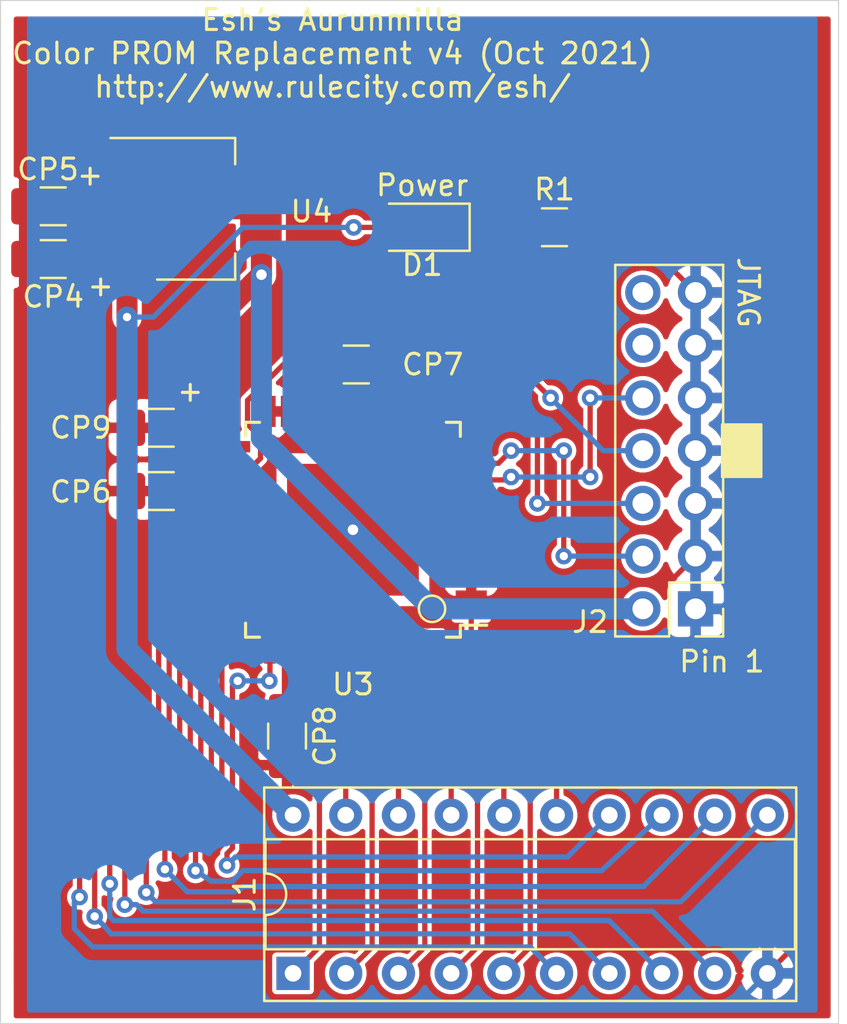
<source format=kicad_pcb>
(kicad_pcb (version 20171130) (host pcbnew "(5.1.5)-3")

  (general
    (thickness 1.6)
    (drawings 16)
    (tracks 283)
    (zones 0)
    (modules 12)
    (nets 29)
  )

  (page A4)
  (layers
    (0 F.Cu signal)
    (31 B.Cu signal)
    (32 B.Adhes user)
    (33 F.Adhes user)
    (34 B.Paste user)
    (35 F.Paste user)
    (36 B.SilkS user)
    (37 F.SilkS user)
    (38 B.Mask user)
    (39 F.Mask user)
    (40 Dwgs.User user)
    (41 Cmts.User user)
    (42 Eco1.User user)
    (43 Eco2.User user)
    (44 Edge.Cuts user)
    (45 Margin user)
    (46 B.CrtYd user)
    (47 F.CrtYd user)
    (48 B.Fab user)
    (49 F.Fab user)
  )

  (setup
    (last_trace_width 1.016)
    (user_trace_width 0.254)
    (user_trace_width 0.508)
    (user_trace_width 1.016)
    (trace_clearance 0.2)
    (zone_clearance 0.2032)
    (zone_45_only no)
    (trace_min 0.2)
    (via_size 0.8)
    (via_drill 0.4)
    (via_min_size 0.4)
    (via_min_drill 0.3)
    (user_via 0.889 0.381)
    (user_via 1.016 0.508)
    (uvia_size 0.3)
    (uvia_drill 0.1)
    (uvias_allowed no)
    (uvia_min_size 0.2)
    (uvia_min_drill 0.1)
    (edge_width 0.05)
    (segment_width 0.2)
    (pcb_text_width 0.3)
    (pcb_text_size 1.5 1.5)
    (mod_edge_width 0.12)
    (mod_text_size 1 1)
    (mod_text_width 0.15)
    (pad_size 1.524 1.524)
    (pad_drill 0.762)
    (pad_to_mask_clearance 0.051)
    (solder_mask_min_width 0.25)
    (aux_axis_origin 0 0)
    (grid_origin 0 0.77)
    (visible_elements 7FFFFFFF)
    (pcbplotparams
      (layerselection 0x010fc_ffffffff)
      (usegerberextensions true)
      (usegerberattributes false)
      (usegerberadvancedattributes false)
      (creategerberjobfile false)
      (excludeedgelayer true)
      (linewidth 0.100000)
      (plotframeref false)
      (viasonmask true)
      (mode 1)
      (useauxorigin false)
      (hpglpennumber 1)
      (hpglpenspeed 20)
      (hpglpendiameter 15.000000)
      (psnegative false)
      (psa4output false)
      (plotreference true)
      (plotvalue true)
      (plotinvisibletext false)
      (padsonsilk false)
      (subtractmaskfromsilk false)
      (outputformat 1)
      (mirror false)
      (drillshape 0)
      (scaleselection 1)
      (outputdirectory "gerber/"))
  )

  (net 0 "")
  (net 1 GND)
  (net 2 "Net-(D1-Pad1)")
  (net 3 /TMS)
  (net 4 /TCK)
  (net 5 /TDO)
  (net 6 /TDI)
  (net 7 /3V3)
  (net 8 /VCC)
  (net 9 /A0)
  (net 10 /D4)
  (net 11 /A1)
  (net 12 /D5)
  (net 13 /A2)
  (net 14 /D6)
  (net 15 /A3)
  (net 16 /D7)
  (net 17 /A4)
  (net 18 /~RGB_ENABLE)
  (net 19 /D0)
  (net 20 /A5)
  (net 21 /D1)
  (net 22 /A6)
  (net 23 /D2)
  (net 24 /A7)
  (net 25 /D3)
  (net 26 /A8)
  (net 27 "Net-(J2-Pad12)")
  (net 28 "Net-(J2-Pad14)")

  (net_class Default "This is the default net class."
    (clearance 0.2)
    (trace_width 0.25)
    (via_dia 0.8)
    (via_drill 0.4)
    (uvia_dia 0.3)
    (uvia_drill 0.1)
    (add_net /3V3)
    (add_net /A0)
    (add_net /A1)
    (add_net /A2)
    (add_net /A3)
    (add_net /A4)
    (add_net /A5)
    (add_net /A6)
    (add_net /A7)
    (add_net /A8)
    (add_net /D0)
    (add_net /D1)
    (add_net /D2)
    (add_net /D3)
    (add_net /D4)
    (add_net /D5)
    (add_net /D6)
    (add_net /D7)
    (add_net /TCK)
    (add_net /TDI)
    (add_net /TDO)
    (add_net /TMS)
    (add_net /VCC)
    (add_net /~RGB_ENABLE)
    (add_net GND)
    (add_net "Net-(D1-Pad1)")
    (add_net "Net-(J2-Pad12)")
    (add_net "Net-(J2-Pad14)")
  )

  (module LED_SMD:LED_1206_3216Metric (layer F.Cu) (tedit 5B301BBE) (tstamp 5F9E5AA7)
    (at 45.723 36.322 180)
    (descr "LED SMD 1206 (3216 Metric), square (rectangular) end terminal, IPC_7351 nominal, (Body size source: http://www.tortai-tech.com/upload/download/2011102023233369053.pdf), generated with kicad-footprint-generator")
    (tags diode)
    (path /5FA33158)
    (attr smd)
    (fp_text reference D1 (at 0 -1.82) (layer F.SilkS)
      (effects (font (size 1 1) (thickness 0.15)))
    )
    (fp_text value LED (at 0 1.82) (layer F.Fab)
      (effects (font (size 1 1) (thickness 0.15)))
    )
    (fp_line (start 1.6 -0.8) (end -1.2 -0.8) (layer F.Fab) (width 0.1))
    (fp_line (start -1.2 -0.8) (end -1.6 -0.4) (layer F.Fab) (width 0.1))
    (fp_line (start -1.6 -0.4) (end -1.6 0.8) (layer F.Fab) (width 0.1))
    (fp_line (start -1.6 0.8) (end 1.6 0.8) (layer F.Fab) (width 0.1))
    (fp_line (start 1.6 0.8) (end 1.6 -0.8) (layer F.Fab) (width 0.1))
    (fp_line (start 1.6 -1.135) (end -2.285 -1.135) (layer F.SilkS) (width 0.12))
    (fp_line (start -2.285 -1.135) (end -2.285 1.135) (layer F.SilkS) (width 0.12))
    (fp_line (start -2.285 1.135) (end 1.6 1.135) (layer F.SilkS) (width 0.12))
    (fp_line (start -2.28 1.12) (end -2.28 -1.12) (layer F.CrtYd) (width 0.05))
    (fp_line (start -2.28 -1.12) (end 2.28 -1.12) (layer F.CrtYd) (width 0.05))
    (fp_line (start 2.28 -1.12) (end 2.28 1.12) (layer F.CrtYd) (width 0.05))
    (fp_line (start 2.28 1.12) (end -2.28 1.12) (layer F.CrtYd) (width 0.05))
    (fp_text user %R (at 0 0) (layer F.Fab)
      (effects (font (size 0.8 0.8) (thickness 0.12)))
    )
    (pad 1 smd roundrect (at -1.4 0 180) (size 1.25 1.75) (layers F.Cu F.Paste F.Mask) (roundrect_rratio 0.2)
      (net 2 "Net-(D1-Pad1)"))
    (pad 2 smd roundrect (at 1.4 0 180) (size 1.25 1.75) (layers F.Cu F.Paste F.Mask) (roundrect_rratio 0.2)
      (net 8 /VCC))
    (model ${KISYS3DMOD}/LED_SMD.3dshapes/LED_1206_3216Metric.wrl
      (at (xyz 0 0 0))
      (scale (xyz 1 1 1))
      (rotate (xyz 0 0 0))
    )
  )

  (module Connector_PinHeader_2.54mm:PinHeader_2x07_P2.54mm_Vertical (layer F.Cu) (tedit 59FED5CC) (tstamp 5F9DCD49)
    (at 58.894 54.704 180)
    (descr "Through hole straight pin header, 2x07, 2.54mm pitch, double rows")
    (tags "Through hole pin header THT 2x07 2.54mm double row")
    (path /5FA0581E)
    (fp_text reference J2 (at 5.08 -0.635) (layer F.SilkS)
      (effects (font (size 1 1) (thickness 0.15)))
    )
    (fp_text value Conn_02x07_Odd_Even (at 1.27 17.57) (layer F.Fab)
      (effects (font (size 1 1) (thickness 0.15)))
    )
    (fp_line (start 0 -1.27) (end 3.81 -1.27) (layer F.Fab) (width 0.1))
    (fp_line (start 3.81 -1.27) (end 3.81 16.51) (layer F.Fab) (width 0.1))
    (fp_line (start 3.81 16.51) (end -1.27 16.51) (layer F.Fab) (width 0.1))
    (fp_line (start -1.27 16.51) (end -1.27 0) (layer F.Fab) (width 0.1))
    (fp_line (start -1.27 0) (end 0 -1.27) (layer F.Fab) (width 0.1))
    (fp_line (start -1.33 16.57) (end 3.87 16.57) (layer F.SilkS) (width 0.12))
    (fp_line (start -1.33 1.27) (end -1.33 16.57) (layer F.SilkS) (width 0.12))
    (fp_line (start 3.87 -1.33) (end 3.87 16.57) (layer F.SilkS) (width 0.12))
    (fp_line (start -1.33 1.27) (end 1.27 1.27) (layer F.SilkS) (width 0.12))
    (fp_line (start 1.27 1.27) (end 1.27 -1.33) (layer F.SilkS) (width 0.12))
    (fp_line (start 1.27 -1.33) (end 3.87 -1.33) (layer F.SilkS) (width 0.12))
    (fp_line (start -1.33 0) (end -1.33 -1.33) (layer F.SilkS) (width 0.12))
    (fp_line (start -1.33 -1.33) (end 0 -1.33) (layer F.SilkS) (width 0.12))
    (fp_line (start -1.8 -1.8) (end -1.8 17.05) (layer F.CrtYd) (width 0.05))
    (fp_line (start -1.8 17.05) (end 4.35 17.05) (layer F.CrtYd) (width 0.05))
    (fp_line (start 4.35 17.05) (end 4.35 -1.8) (layer F.CrtYd) (width 0.05))
    (fp_line (start 4.35 -1.8) (end -1.8 -1.8) (layer F.CrtYd) (width 0.05))
    (fp_text user %R (at 1.27 7.62 90) (layer F.Fab)
      (effects (font (size 1 1) (thickness 0.15)))
    )
    (pad 1 thru_hole rect (at 0 0 180) (size 1.7 1.7) (drill 1) (layers *.Cu *.Mask)
      (net 1 GND))
    (pad 2 thru_hole oval (at 2.54 0 180) (size 1.7 1.7) (drill 1) (layers *.Cu *.Mask)
      (net 7 /3V3))
    (pad 3 thru_hole oval (at 0 2.54 180) (size 1.7 1.7) (drill 1) (layers *.Cu *.Mask)
      (net 1 GND))
    (pad 4 thru_hole oval (at 2.54 2.54 180) (size 1.7 1.7) (drill 1) (layers *.Cu *.Mask)
      (net 3 /TMS))
    (pad 5 thru_hole oval (at 0 5.08 180) (size 1.7 1.7) (drill 1) (layers *.Cu *.Mask)
      (net 1 GND))
    (pad 6 thru_hole oval (at 2.54 5.08 180) (size 1.7 1.7) (drill 1) (layers *.Cu *.Mask)
      (net 4 /TCK))
    (pad 7 thru_hole oval (at 0 7.62 180) (size 1.7 1.7) (drill 1) (layers *.Cu *.Mask)
      (net 1 GND))
    (pad 8 thru_hole oval (at 2.54 7.62 180) (size 1.7 1.7) (drill 1) (layers *.Cu *.Mask)
      (net 5 /TDO))
    (pad 9 thru_hole oval (at 0 10.16 180) (size 1.7 1.7) (drill 1) (layers *.Cu *.Mask)
      (net 1 GND))
    (pad 10 thru_hole oval (at 2.54 10.16 180) (size 1.7 1.7) (drill 1) (layers *.Cu *.Mask)
      (net 6 /TDI))
    (pad 11 thru_hole oval (at 0 12.7 180) (size 1.7 1.7) (drill 1) (layers *.Cu *.Mask)
      (net 1 GND))
    (pad 12 thru_hole oval (at 2.54 12.7 180) (size 1.7 1.7) (drill 1) (layers *.Cu *.Mask)
      (net 27 "Net-(J2-Pad12)"))
    (pad 13 thru_hole oval (at 0 15.24 180) (size 1.7 1.7) (drill 1) (layers *.Cu *.Mask)
      (net 1 GND))
    (pad 14 thru_hole oval (at 2.54 15.24 180) (size 1.7 1.7) (drill 1) (layers *.Cu *.Mask)
      (net 28 "Net-(J2-Pad14)"))
    (model ${KISYS3DMOD}/Connector_PinHeader_2.54mm.3dshapes/PinHeader_2x07_P2.54mm_Vertical.wrl
      (at (xyz 0 0 0))
      (scale (xyz 1 1 1))
      (rotate (xyz 0 0 0))
    )
  )

  (module Package_TO_SOT_SMD:SOT-223-3_TabPin2 (layer F.Cu) (tedit 5A02FF57) (tstamp 5F9E601C)
    (at 34.798 35.433)
    (descr "module CMS SOT223 4 pins")
    (tags "CMS SOT")
    (path /5FA1EA66)
    (attr smd)
    (fp_text reference U4 (at 5.588 0.135) (layer F.SilkS)
      (effects (font (size 1 1) (thickness 0.15)))
    )
    (fp_text value LMS8117AMP-3.3/NOPB (at 0 4.5) (layer F.Fab)
      (effects (font (size 1 1) (thickness 0.15)))
    )
    (fp_text user %R (at 0 0 90) (layer F.Fab)
      (effects (font (size 0.8 0.8) (thickness 0.12)))
    )
    (fp_line (start 1.91 3.41) (end 1.91 2.15) (layer F.SilkS) (width 0.12))
    (fp_line (start 1.91 -3.41) (end 1.91 -2.15) (layer F.SilkS) (width 0.12))
    (fp_line (start 4.4 -3.6) (end -4.4 -3.6) (layer F.CrtYd) (width 0.05))
    (fp_line (start 4.4 3.6) (end 4.4 -3.6) (layer F.CrtYd) (width 0.05))
    (fp_line (start -4.4 3.6) (end 4.4 3.6) (layer F.CrtYd) (width 0.05))
    (fp_line (start -4.4 -3.6) (end -4.4 3.6) (layer F.CrtYd) (width 0.05))
    (fp_line (start -1.85 -2.35) (end -0.85 -3.35) (layer F.Fab) (width 0.1))
    (fp_line (start -1.85 -2.35) (end -1.85 3.35) (layer F.Fab) (width 0.1))
    (fp_line (start -1.85 3.41) (end 1.91 3.41) (layer F.SilkS) (width 0.12))
    (fp_line (start -0.85 -3.35) (end 1.85 -3.35) (layer F.Fab) (width 0.1))
    (fp_line (start -4.1 -3.41) (end 1.91 -3.41) (layer F.SilkS) (width 0.12))
    (fp_line (start -1.85 3.35) (end 1.85 3.35) (layer F.Fab) (width 0.1))
    (fp_line (start 1.85 -3.35) (end 1.85 3.35) (layer F.Fab) (width 0.1))
    (pad 2 smd rect (at 3.15 0) (size 2 3.8) (layers F.Cu F.Paste F.Mask)
      (net 7 /3V3))
    (pad 2 smd rect (at -3.15 0) (size 2 1.5) (layers F.Cu F.Paste F.Mask)
      (net 7 /3V3))
    (pad 3 smd rect (at -3.15 2.3) (size 2 1.5) (layers F.Cu F.Paste F.Mask)
      (net 8 /VCC))
    (pad 1 smd rect (at -3.15 -2.3) (size 2 1.5) (layers F.Cu F.Paste F.Mask)
      (net 1 GND))
    (model ${KISYS3DMOD}/Package_TO_SOT_SMD.3dshapes/SOT-223.wrl
      (at (xyz 0 0 0))
      (scale (xyz 1 1 1))
      (rotate (xyz 0 0 0))
    )
  )

  (module Package_QFP:TQFP-44_10x10mm_P0.8mm (layer F.Cu) (tedit 5A02F146) (tstamp 5FA4A29F)
    (at 42.384 50.894 180)
    (descr "44-Lead Plastic Thin Quad Flatpack (PT) - 10x10x1.0 mm Body [TQFP] (see Microchip Packaging Specification 00000049BS.pdf)")
    (tags "QFP 0.8")
    (path /5FA5485E)
    (attr smd)
    (fp_text reference U3 (at 0 -7.45) (layer F.SilkS)
      (effects (font (size 1 1) (thickness 0.15)))
    )
    (fp_text value XC9536XL-VG44 (at 0 7.45) (layer F.Fab)
      (effects (font (size 1 1) (thickness 0.15)))
    )
    (fp_text user %R (at 0 0) (layer F.Fab)
      (effects (font (size 1 1) (thickness 0.15)))
    )
    (fp_line (start -4 -5) (end 5 -5) (layer F.Fab) (width 0.15))
    (fp_line (start 5 -5) (end 5 5) (layer F.Fab) (width 0.15))
    (fp_line (start 5 5) (end -5 5) (layer F.Fab) (width 0.15))
    (fp_line (start -5 5) (end -5 -4) (layer F.Fab) (width 0.15))
    (fp_line (start -5 -4) (end -4 -5) (layer F.Fab) (width 0.15))
    (fp_line (start -6.7 -6.7) (end -6.7 6.7) (layer F.CrtYd) (width 0.05))
    (fp_line (start 6.7 -6.7) (end 6.7 6.7) (layer F.CrtYd) (width 0.05))
    (fp_line (start -6.7 -6.7) (end 6.7 -6.7) (layer F.CrtYd) (width 0.05))
    (fp_line (start -6.7 6.7) (end 6.7 6.7) (layer F.CrtYd) (width 0.05))
    (fp_line (start -5.175 -5.175) (end -5.175 -4.6) (layer F.SilkS) (width 0.15))
    (fp_line (start 5.175 -5.175) (end 5.175 -4.5) (layer F.SilkS) (width 0.15))
    (fp_line (start 5.175 5.175) (end 5.175 4.5) (layer F.SilkS) (width 0.15))
    (fp_line (start -5.175 5.175) (end -5.175 4.5) (layer F.SilkS) (width 0.15))
    (fp_line (start -5.175 -5.175) (end -4.5 -5.175) (layer F.SilkS) (width 0.15))
    (fp_line (start -5.175 5.175) (end -4.5 5.175) (layer F.SilkS) (width 0.15))
    (fp_line (start 5.175 5.175) (end 4.5 5.175) (layer F.SilkS) (width 0.15))
    (fp_line (start 5.175 -5.175) (end 4.5 -5.175) (layer F.SilkS) (width 0.15))
    (fp_line (start -5.175 -4.6) (end -6.45 -4.6) (layer F.SilkS) (width 0.15))
    (pad 1 smd rect (at -5.7 -4 180) (size 1.5 0.55) (layers F.Cu F.Paste F.Mask)
      (net 18 /~RGB_ENABLE))
    (pad 2 smd rect (at -5.7 -3.2 180) (size 1.5 0.55) (layers F.Cu F.Paste F.Mask)
      (net 1 GND))
    (pad 3 smd rect (at -5.7 -2.4 180) (size 1.5 0.55) (layers F.Cu F.Paste F.Mask)
      (net 1 GND))
    (pad 4 smd rect (at -5.7 -1.6 180) (size 1.5 0.55) (layers F.Cu F.Paste F.Mask)
      (net 1 GND))
    (pad 5 smd rect (at -5.7 -0.8 180) (size 1.5 0.55) (layers F.Cu F.Paste F.Mask)
      (net 1 GND))
    (pad 6 smd rect (at -5.7 0 180) (size 1.5 0.55) (layers F.Cu F.Paste F.Mask)
      (net 1 GND))
    (pad 7 smd rect (at -5.7 0.8 180) (size 1.5 0.55) (layers F.Cu F.Paste F.Mask)
      (net 1 GND))
    (pad 8 smd rect (at -5.7 1.6 180) (size 1.5 0.55) (layers F.Cu F.Paste F.Mask)
      (net 1 GND))
    (pad 9 smd rect (at -5.7 2.4 180) (size 1.5 0.55) (layers F.Cu F.Paste F.Mask)
      (net 6 /TDI))
    (pad 10 smd rect (at -5.7 3.2 180) (size 1.5 0.55) (layers F.Cu F.Paste F.Mask)
      (net 3 /TMS))
    (pad 11 smd rect (at -5.7 4 180) (size 1.5 0.55) (layers F.Cu F.Paste F.Mask)
      (net 4 /TCK))
    (pad 12 smd rect (at -4 5.7 270) (size 1.5 0.55) (layers F.Cu F.Paste F.Mask)
      (net 1 GND))
    (pad 13 smd rect (at -3.2 5.7 270) (size 1.5 0.55) (layers F.Cu F.Paste F.Mask)
      (net 1 GND))
    (pad 14 smd rect (at -2.4 5.7 270) (size 1.5 0.55) (layers F.Cu F.Paste F.Mask)
      (net 1 GND))
    (pad 15 smd rect (at -1.6 5.7 270) (size 1.5 0.55) (layers F.Cu F.Paste F.Mask)
      (net 7 /3V3))
    (pad 16 smd rect (at -0.8 5.7 270) (size 1.5 0.55) (layers F.Cu F.Paste F.Mask)
      (net 1 GND))
    (pad 17 smd rect (at 0 5.7 270) (size 1.5 0.55) (layers F.Cu F.Paste F.Mask)
      (net 1 GND))
    (pad 18 smd rect (at 0.8 5.7 270) (size 1.5 0.55) (layers F.Cu F.Paste F.Mask)
      (net 1 GND))
    (pad 19 smd rect (at 1.6 5.7 270) (size 1.5 0.55) (layers F.Cu F.Paste F.Mask)
      (net 1 GND))
    (pad 20 smd rect (at 2.4 5.7 270) (size 1.5 0.55) (layers F.Cu F.Paste F.Mask)
      (net 1 GND))
    (pad 21 smd rect (at 3.2 5.7 270) (size 1.5 0.55) (layers F.Cu F.Paste F.Mask)
      (net 1 GND))
    (pad 22 smd rect (at 4 5.7 270) (size 1.5 0.55) (layers F.Cu F.Paste F.Mask)
      (net 1 GND))
    (pad 23 smd rect (at 5.7 4 180) (size 1.5 0.55) (layers F.Cu F.Paste F.Mask)
      (net 1 GND))
    (pad 24 smd rect (at 5.7 3.2 180) (size 1.5 0.55) (layers F.Cu F.Paste F.Mask)
      (net 5 /TDO))
    (pad 25 smd rect (at 5.7 2.4 180) (size 1.5 0.55) (layers F.Cu F.Paste F.Mask)
      (net 1 GND))
    (pad 26 smd rect (at 5.7 1.6 180) (size 1.5 0.55) (layers F.Cu F.Paste F.Mask)
      (net 7 /3V3))
    (pad 27 smd rect (at 5.7 0.8 180) (size 1.5 0.55) (layers F.Cu F.Paste F.Mask)
      (net 19 /D0))
    (pad 28 smd rect (at 5.7 0 180) (size 1.5 0.55) (layers F.Cu F.Paste F.Mask)
      (net 21 /D1))
    (pad 29 smd rect (at 5.7 -0.8 180) (size 1.5 0.55) (layers F.Cu F.Paste F.Mask)
      (net 23 /D2))
    (pad 30 smd rect (at 5.7 -1.6 180) (size 1.5 0.55) (layers F.Cu F.Paste F.Mask)
      (net 25 /D3))
    (pad 31 smd rect (at 5.7 -2.4 180) (size 1.5 0.55) (layers F.Cu F.Paste F.Mask)
      (net 10 /D4))
    (pad 32 smd rect (at 5.7 -3.2 180) (size 1.5 0.55) (layers F.Cu F.Paste F.Mask)
      (net 12 /D5))
    (pad 33 smd rect (at 5.7 -4 180) (size 1.5 0.55) (layers F.Cu F.Paste F.Mask)
      (net 14 /D6))
    (pad 34 smd rect (at 4 -5.7 270) (size 1.5 0.55) (layers F.Cu F.Paste F.Mask)
      (net 16 /D7))
    (pad 35 smd rect (at 3.2 -5.7 270) (size 1.5 0.55) (layers F.Cu F.Paste F.Mask)
      (net 7 /3V3))
    (pad 36 smd rect (at 2.4 -5.7 270) (size 1.5 0.55) (layers F.Cu F.Paste F.Mask)
      (net 9 /A0))
    (pad 37 smd rect (at 1.6 -5.7 270) (size 1.5 0.55) (layers F.Cu F.Paste F.Mask)
      (net 26 /A8))
    (pad 38 smd rect (at 0.8 -5.7 270) (size 1.5 0.55) (layers F.Cu F.Paste F.Mask)
      (net 11 /A1))
    (pad 39 smd rect (at 0 -5.7 270) (size 1.5 0.55) (layers F.Cu F.Paste F.Mask)
      (net 24 /A7))
    (pad 40 smd rect (at -0.8 -5.7 270) (size 1.5 0.55) (layers F.Cu F.Paste F.Mask)
      (net 13 /A2))
    (pad 41 smd rect (at -1.6 -5.7 270) (size 1.5 0.55) (layers F.Cu F.Paste F.Mask)
      (net 22 /A6))
    (pad 42 smd rect (at -2.4 -5.7 270) (size 1.5 0.55) (layers F.Cu F.Paste F.Mask)
      (net 15 /A3))
    (pad 43 smd rect (at -3.2 -5.7 270) (size 1.5 0.55) (layers F.Cu F.Paste F.Mask)
      (net 20 /A5))
    (pad 44 smd rect (at -4 -5.7 270) (size 1.5 0.55) (layers F.Cu F.Paste F.Mask)
      (net 17 /A4))
    (model ${KISYS3DMOD}/Package_QFP.3dshapes/TQFP-44_10x10mm_P0.8mm.wrl
      (at (xyz 0 0 0))
      (scale (xyz 1 1 1))
      (rotate (xyz 0 0 0))
    )
  )

  (module Package_DIP:DIP-20_W7.62mm_Socket (layer F.Cu) (tedit 5A02E8C5) (tstamp 61188AEA)
    (at 39.497 72.263 90)
    (descr "20-lead though-hole mounted DIP package, row spacing 7.62 mm (300 mils), Socket")
    (tags "THT DIP DIL PDIP 2.54mm 7.62mm 300mil Socket")
    (path /611B1A95)
    (fp_text reference J1 (at 3.81 -2.33 90) (layer F.SilkS)
      (effects (font (size 1 1) (thickness 0.15)))
    )
    (fp_text value MB7124 (at 3.81 25.19 90) (layer F.Fab)
      (effects (font (size 1 1) (thickness 0.15)))
    )
    (fp_arc (start 3.81 -1.33) (end 2.81 -1.33) (angle -180) (layer F.SilkS) (width 0.12))
    (fp_line (start 1.635 -1.27) (end 6.985 -1.27) (layer F.Fab) (width 0.1))
    (fp_line (start 6.985 -1.27) (end 6.985 24.13) (layer F.Fab) (width 0.1))
    (fp_line (start 6.985 24.13) (end 0.635 24.13) (layer F.Fab) (width 0.1))
    (fp_line (start 0.635 24.13) (end 0.635 -0.27) (layer F.Fab) (width 0.1))
    (fp_line (start 0.635 -0.27) (end 1.635 -1.27) (layer F.Fab) (width 0.1))
    (fp_line (start -1.27 -1.33) (end -1.27 24.19) (layer F.Fab) (width 0.1))
    (fp_line (start -1.27 24.19) (end 8.89 24.19) (layer F.Fab) (width 0.1))
    (fp_line (start 8.89 24.19) (end 8.89 -1.33) (layer F.Fab) (width 0.1))
    (fp_line (start 8.89 -1.33) (end -1.27 -1.33) (layer F.Fab) (width 0.1))
    (fp_line (start 2.81 -1.33) (end 1.16 -1.33) (layer F.SilkS) (width 0.12))
    (fp_line (start 1.16 -1.33) (end 1.16 24.19) (layer F.SilkS) (width 0.12))
    (fp_line (start 1.16 24.19) (end 6.46 24.19) (layer F.SilkS) (width 0.12))
    (fp_line (start 6.46 24.19) (end 6.46 -1.33) (layer F.SilkS) (width 0.12))
    (fp_line (start 6.46 -1.33) (end 4.81 -1.33) (layer F.SilkS) (width 0.12))
    (fp_line (start -1.33 -1.39) (end -1.33 24.25) (layer F.SilkS) (width 0.12))
    (fp_line (start -1.33 24.25) (end 8.95 24.25) (layer F.SilkS) (width 0.12))
    (fp_line (start 8.95 24.25) (end 8.95 -1.39) (layer F.SilkS) (width 0.12))
    (fp_line (start 8.95 -1.39) (end -1.33 -1.39) (layer F.SilkS) (width 0.12))
    (fp_line (start -1.55 -1.6) (end -1.55 24.45) (layer F.CrtYd) (width 0.05))
    (fp_line (start -1.55 24.45) (end 9.15 24.45) (layer F.CrtYd) (width 0.05))
    (fp_line (start 9.15 24.45) (end 9.15 -1.6) (layer F.CrtYd) (width 0.05))
    (fp_line (start 9.15 -1.6) (end -1.55 -1.6) (layer F.CrtYd) (width 0.05))
    (fp_text user %R (at 3.81 11.43 90) (layer F.Fab)
      (effects (font (size 1 1) (thickness 0.15)))
    )
    (pad 1 thru_hole rect (at 0 0 90) (size 1.6 1.6) (drill 0.8) (layers *.Cu *.Mask)
      (net 9 /A0))
    (pad 11 thru_hole oval (at 7.62 22.86 90) (size 1.6 1.6) (drill 0.8) (layers *.Cu *.Mask)
      (net 10 /D4))
    (pad 2 thru_hole oval (at 0 2.54 90) (size 1.6 1.6) (drill 0.8) (layers *.Cu *.Mask)
      (net 11 /A1))
    (pad 12 thru_hole oval (at 7.62 20.32 90) (size 1.6 1.6) (drill 0.8) (layers *.Cu *.Mask)
      (net 12 /D5))
    (pad 3 thru_hole oval (at 0 5.08 90) (size 1.6 1.6) (drill 0.8) (layers *.Cu *.Mask)
      (net 13 /A2))
    (pad 13 thru_hole oval (at 7.62 17.78 90) (size 1.6 1.6) (drill 0.8) (layers *.Cu *.Mask)
      (net 14 /D6))
    (pad 4 thru_hole oval (at 0 7.62 90) (size 1.6 1.6) (drill 0.8) (layers *.Cu *.Mask)
      (net 15 /A3))
    (pad 14 thru_hole oval (at 7.62 15.24 90) (size 1.6 1.6) (drill 0.8) (layers *.Cu *.Mask)
      (net 16 /D7))
    (pad 5 thru_hole oval (at 0 10.16 90) (size 1.6 1.6) (drill 0.8) (layers *.Cu *.Mask)
      (net 17 /A4))
    (pad 15 thru_hole oval (at 7.62 12.7 90) (size 1.6 1.6) (drill 0.8) (layers *.Cu *.Mask)
      (net 18 /~RGB_ENABLE))
    (pad 6 thru_hole oval (at 0 12.7 90) (size 1.6 1.6) (drill 0.8) (layers *.Cu *.Mask)
      (net 19 /D0))
    (pad 16 thru_hole oval (at 7.62 10.16 90) (size 1.6 1.6) (drill 0.8) (layers *.Cu *.Mask)
      (net 20 /A5))
    (pad 7 thru_hole oval (at 0 15.24 90) (size 1.6 1.6) (drill 0.8) (layers *.Cu *.Mask)
      (net 21 /D1))
    (pad 17 thru_hole oval (at 7.62 7.62 90) (size 1.6 1.6) (drill 0.8) (layers *.Cu *.Mask)
      (net 22 /A6))
    (pad 8 thru_hole oval (at 0 17.78 90) (size 1.6 1.6) (drill 0.8) (layers *.Cu *.Mask)
      (net 23 /D2))
    (pad 18 thru_hole oval (at 7.62 5.08 90) (size 1.6 1.6) (drill 0.8) (layers *.Cu *.Mask)
      (net 24 /A7))
    (pad 9 thru_hole oval (at 0 20.32 90) (size 1.6 1.6) (drill 0.8) (layers *.Cu *.Mask)
      (net 25 /D3))
    (pad 19 thru_hole oval (at 7.62 2.54 90) (size 1.6 1.6) (drill 0.8) (layers *.Cu *.Mask)
      (net 26 /A8))
    (pad 10 thru_hole oval (at 0 22.86 90) (size 1.6 1.6) (drill 0.8) (layers *.Cu *.Mask)
      (net 1 GND))
    (pad 20 thru_hole oval (at 7.62 0 90) (size 1.6 1.6) (drill 0.8) (layers *.Cu *.Mask)
      (net 8 /VCC))
    (model ${KISYS3DMOD}/Package_DIP.3dshapes/DIP-20_W7.62mm_Socket.wrl
      (at (xyz 0 0 0))
      (scale (xyz 1 1 1))
      (rotate (xyz 0 0 0))
    )
  )

  (module Capacitor_SMD:C_1206_3216Metric (layer F.Cu) (tedit 5B301BBE) (tstamp 6160C0A9)
    (at 27.94 37.854 180)
    (descr "Capacitor SMD 1206 (3216 Metric), square (rectangular) end terminal, IPC_7351 nominal, (Body size source: http://www.tortai-tech.com/upload/download/2011102023233369053.pdf), generated with kicad-footprint-generator")
    (tags capacitor)
    (path /61633372)
    (attr smd)
    (fp_text reference CP4 (at 0 -1.82) (layer F.SilkS)
      (effects (font (size 1 1) (thickness 0.15)))
    )
    (fp_text value 10uF (at 0 1.82) (layer F.Fab)
      (effects (font (size 1 1) (thickness 0.15)))
    )
    (fp_line (start -1.6 0.8) (end -1.6 -0.8) (layer F.Fab) (width 0.1))
    (fp_line (start -1.6 -0.8) (end 1.6 -0.8) (layer F.Fab) (width 0.1))
    (fp_line (start 1.6 -0.8) (end 1.6 0.8) (layer F.Fab) (width 0.1))
    (fp_line (start 1.6 0.8) (end -1.6 0.8) (layer F.Fab) (width 0.1))
    (fp_line (start -0.602064 -0.91) (end 0.602064 -0.91) (layer F.SilkS) (width 0.12))
    (fp_line (start -0.602064 0.91) (end 0.602064 0.91) (layer F.SilkS) (width 0.12))
    (fp_line (start -2.28 1.12) (end -2.28 -1.12) (layer F.CrtYd) (width 0.05))
    (fp_line (start -2.28 -1.12) (end 2.28 -1.12) (layer F.CrtYd) (width 0.05))
    (fp_line (start 2.28 -1.12) (end 2.28 1.12) (layer F.CrtYd) (width 0.05))
    (fp_line (start 2.28 1.12) (end -2.28 1.12) (layer F.CrtYd) (width 0.05))
    (fp_text user %R (at 0 0) (layer F.Fab)
      (effects (font (size 0.8 0.8) (thickness 0.12)))
    )
    (pad 1 smd roundrect (at -1.4 0 180) (size 1.25 1.75) (layers F.Cu F.Paste F.Mask) (roundrect_rratio 0.2)
      (net 8 /VCC))
    (pad 2 smd roundrect (at 1.4 0 180) (size 1.25 1.75) (layers F.Cu F.Paste F.Mask) (roundrect_rratio 0.2)
      (net 1 GND))
    (model ${KISYS3DMOD}/Capacitor_SMD.3dshapes/C_1206_3216Metric.wrl
      (at (xyz 0 0 0))
      (scale (xyz 1 1 1))
      (rotate (xyz 0 0 0))
    )
  )

  (module Capacitor_SMD:C_1206_3216Metric (layer F.Cu) (tedit 5B301BBE) (tstamp 6160C0BA)
    (at 27.94 35.314 180)
    (descr "Capacitor SMD 1206 (3216 Metric), square (rectangular) end terminal, IPC_7351 nominal, (Body size source: http://www.tortai-tech.com/upload/download/2011102023233369053.pdf), generated with kicad-footprint-generator")
    (tags capacitor)
    (path /61633BA7)
    (attr smd)
    (fp_text reference CP5 (at 0.254 1.778) (layer F.SilkS)
      (effects (font (size 1 1) (thickness 0.15)))
    )
    (fp_text value 10uF (at 0 1.82) (layer F.Fab)
      (effects (font (size 1 1) (thickness 0.15)))
    )
    (fp_text user %R (at 0 0) (layer F.Fab)
      (effects (font (size 0.8 0.8) (thickness 0.12)))
    )
    (fp_line (start 2.28 1.12) (end -2.28 1.12) (layer F.CrtYd) (width 0.05))
    (fp_line (start 2.28 -1.12) (end 2.28 1.12) (layer F.CrtYd) (width 0.05))
    (fp_line (start -2.28 -1.12) (end 2.28 -1.12) (layer F.CrtYd) (width 0.05))
    (fp_line (start -2.28 1.12) (end -2.28 -1.12) (layer F.CrtYd) (width 0.05))
    (fp_line (start -0.602064 0.91) (end 0.602064 0.91) (layer F.SilkS) (width 0.12))
    (fp_line (start -0.602064 -0.91) (end 0.602064 -0.91) (layer F.SilkS) (width 0.12))
    (fp_line (start 1.6 0.8) (end -1.6 0.8) (layer F.Fab) (width 0.1))
    (fp_line (start 1.6 -0.8) (end 1.6 0.8) (layer F.Fab) (width 0.1))
    (fp_line (start -1.6 -0.8) (end 1.6 -0.8) (layer F.Fab) (width 0.1))
    (fp_line (start -1.6 0.8) (end -1.6 -0.8) (layer F.Fab) (width 0.1))
    (pad 2 smd roundrect (at 1.4 0 180) (size 1.25 1.75) (layers F.Cu F.Paste F.Mask) (roundrect_rratio 0.2)
      (net 1 GND))
    (pad 1 smd roundrect (at -1.4 0 180) (size 1.25 1.75) (layers F.Cu F.Paste F.Mask) (roundrect_rratio 0.2)
      (net 7 /3V3))
    (model ${KISYS3DMOD}/Capacitor_SMD.3dshapes/C_1206_3216Metric.wrl
      (at (xyz 0 0 0))
      (scale (xyz 1 1 1))
      (rotate (xyz 0 0 0))
    )
  )

  (module Capacitor_SMD:C_1206_3216Metric (layer F.Cu) (tedit 5B301BBE) (tstamp 6160C0BB)
    (at 33.144 49.03 180)
    (descr "Capacitor SMD 1206 (3216 Metric), square (rectangular) end terminal, IPC_7351 nominal, (Body size source: http://www.tortai-tech.com/upload/download/2011102023233369053.pdf), generated with kicad-footprint-generator")
    (tags capacitor)
    (path /5FA5402B)
    (attr smd)
    (fp_text reference CP6 (at 3.8775 -0.041) (layer F.SilkS)
      (effects (font (size 1 1) (thickness 0.15)))
    )
    (fp_text value 0.1uF (at 0.124 -2.032) (layer F.Fab)
      (effects (font (size 1 1) (thickness 0.15)))
    )
    (fp_text user %R (at 0 0) (layer F.Fab)
      (effects (font (size 0.8 0.8) (thickness 0.12)))
    )
    (fp_line (start 2.28 1.12) (end -2.28 1.12) (layer F.CrtYd) (width 0.05))
    (fp_line (start 2.28 -1.12) (end 2.28 1.12) (layer F.CrtYd) (width 0.05))
    (fp_line (start -2.28 -1.12) (end 2.28 -1.12) (layer F.CrtYd) (width 0.05))
    (fp_line (start -2.28 1.12) (end -2.28 -1.12) (layer F.CrtYd) (width 0.05))
    (fp_line (start -0.602064 0.91) (end 0.602064 0.91) (layer F.SilkS) (width 0.12))
    (fp_line (start -0.602064 -0.91) (end 0.602064 -0.91) (layer F.SilkS) (width 0.12))
    (fp_line (start 1.6 0.8) (end -1.6 0.8) (layer F.Fab) (width 0.1))
    (fp_line (start 1.6 -0.8) (end 1.6 0.8) (layer F.Fab) (width 0.1))
    (fp_line (start -1.6 -0.8) (end 1.6 -0.8) (layer F.Fab) (width 0.1))
    (fp_line (start -1.6 0.8) (end -1.6 -0.8) (layer F.Fab) (width 0.1))
    (pad 2 smd roundrect (at 1.4 0 180) (size 1.25 1.75) (layers F.Cu F.Paste F.Mask) (roundrect_rratio 0.2)
      (net 1 GND))
    (pad 1 smd roundrect (at -1.4 0 180) (size 1.25 1.75) (layers F.Cu F.Paste F.Mask) (roundrect_rratio 0.2)
      (net 7 /3V3))
    (model ${KISYS3DMOD}/Capacitor_SMD.3dshapes/C_1206_3216Metric.wrl
      (at (xyz 0 0 0))
      (scale (xyz 1 1 1))
      (rotate (xyz 0 0 0))
    )
  )

  (module Capacitor_SMD:C_1206_3216Metric (layer F.Cu) (tedit 5B301BBE) (tstamp 6160C7D6)
    (at 42.542 42.934 180)
    (descr "Capacitor SMD 1206 (3216 Metric), square (rectangular) end terminal, IPC_7351 nominal, (Body size source: http://www.tortai-tech.com/upload/download/2011102023233369053.pdf), generated with kicad-footprint-generator")
    (tags capacitor)
    (path /5FA13C28)
    (attr smd)
    (fp_text reference CP7 (at -3.686 0) (layer F.SilkS)
      (effects (font (size 1 1) (thickness 0.15)))
    )
    (fp_text value 0.1uF (at 0 1.82) (layer F.Fab)
      (effects (font (size 1 1) (thickness 0.15)))
    )
    (fp_text user %R (at 0 0) (layer F.Fab)
      (effects (font (size 0.8 0.8) (thickness 0.12)))
    )
    (fp_line (start 2.28 1.12) (end -2.28 1.12) (layer F.CrtYd) (width 0.05))
    (fp_line (start 2.28 -1.12) (end 2.28 1.12) (layer F.CrtYd) (width 0.05))
    (fp_line (start -2.28 -1.12) (end 2.28 -1.12) (layer F.CrtYd) (width 0.05))
    (fp_line (start -2.28 1.12) (end -2.28 -1.12) (layer F.CrtYd) (width 0.05))
    (fp_line (start -0.602064 0.91) (end 0.602064 0.91) (layer F.SilkS) (width 0.12))
    (fp_line (start -0.602064 -0.91) (end 0.602064 -0.91) (layer F.SilkS) (width 0.12))
    (fp_line (start 1.6 0.8) (end -1.6 0.8) (layer F.Fab) (width 0.1))
    (fp_line (start 1.6 -0.8) (end 1.6 0.8) (layer F.Fab) (width 0.1))
    (fp_line (start -1.6 -0.8) (end 1.6 -0.8) (layer F.Fab) (width 0.1))
    (fp_line (start -1.6 0.8) (end -1.6 -0.8) (layer F.Fab) (width 0.1))
    (pad 2 smd roundrect (at 1.4 0 180) (size 1.25 1.75) (layers F.Cu F.Paste F.Mask) (roundrect_rratio 0.2)
      (net 1 GND))
    (pad 1 smd roundrect (at -1.4 0 180) (size 1.25 1.75) (layers F.Cu F.Paste F.Mask) (roundrect_rratio 0.2)
      (net 7 /3V3))
    (model ${KISYS3DMOD}/Capacitor_SMD.3dshapes/C_1206_3216Metric.wrl
      (at (xyz 0 0 0))
      (scale (xyz 1 1 1))
      (rotate (xyz 0 0 0))
    )
  )

  (module Capacitor_SMD:C_1206_3216Metric (layer F.Cu) (tedit 5B301BBE) (tstamp 6160C1A0)
    (at 39.209 60.833 270)
    (descr "Capacitor SMD 1206 (3216 Metric), square (rectangular) end terminal, IPC_7351 nominal, (Body size source: http://www.tortai-tech.com/upload/download/2011102023233369053.pdf), generated with kicad-footprint-generator")
    (tags capacitor)
    (path /5FA12E20)
    (attr smd)
    (fp_text reference CP8 (at 0 -1.82 90) (layer F.SilkS)
      (effects (font (size 1 1) (thickness 0.15)))
    )
    (fp_text value 0.1uF (at 0 1.82 90) (layer F.Fab)
      (effects (font (size 1 1) (thickness 0.15)))
    )
    (fp_line (start -1.6 0.8) (end -1.6 -0.8) (layer F.Fab) (width 0.1))
    (fp_line (start -1.6 -0.8) (end 1.6 -0.8) (layer F.Fab) (width 0.1))
    (fp_line (start 1.6 -0.8) (end 1.6 0.8) (layer F.Fab) (width 0.1))
    (fp_line (start 1.6 0.8) (end -1.6 0.8) (layer F.Fab) (width 0.1))
    (fp_line (start -0.602064 -0.91) (end 0.602064 -0.91) (layer F.SilkS) (width 0.12))
    (fp_line (start -0.602064 0.91) (end 0.602064 0.91) (layer F.SilkS) (width 0.12))
    (fp_line (start -2.28 1.12) (end -2.28 -1.12) (layer F.CrtYd) (width 0.05))
    (fp_line (start -2.28 -1.12) (end 2.28 -1.12) (layer F.CrtYd) (width 0.05))
    (fp_line (start 2.28 -1.12) (end 2.28 1.12) (layer F.CrtYd) (width 0.05))
    (fp_line (start 2.28 1.12) (end -2.28 1.12) (layer F.CrtYd) (width 0.05))
    (fp_text user %R (at 0 0 90) (layer F.Fab)
      (effects (font (size 0.8 0.8) (thickness 0.12)))
    )
    (pad 1 smd roundrect (at -1.4 0 270) (size 1.25 1.75) (layers F.Cu F.Paste F.Mask) (roundrect_rratio 0.2)
      (net 7 /3V3))
    (pad 2 smd roundrect (at 1.4 0 270) (size 1.25 1.75) (layers F.Cu F.Paste F.Mask) (roundrect_rratio 0.2)
      (net 1 GND))
    (model ${KISYS3DMOD}/Capacitor_SMD.3dshapes/C_1206_3216Metric.wrl
      (at (xyz 0 0 0))
      (scale (xyz 1 1 1))
      (rotate (xyz 0 0 0))
    )
  )

  (module Capacitor_SMD:C_1206_3216Metric (layer F.Cu) (tedit 5B301BBE) (tstamp 6160C0EB)
    (at 33.144 45.982 180)
    (descr "Capacitor SMD 1206 (3216 Metric), square (rectangular) end terminal, IPC_7351 nominal, (Body size source: http://www.tortai-tech.com/upload/download/2011102023233369053.pdf), generated with kicad-footprint-generator")
    (tags capacitor)
    (path /5FA328FA)
    (attr smd)
    (fp_text reference CP9 (at 3.8775 0) (layer F.SilkS)
      (effects (font (size 1 1) (thickness 0.15)))
    )
    (fp_text value 10uF (at 0 1.82) (layer F.Fab)
      (effects (font (size 1 1) (thickness 0.15)))
    )
    (fp_line (start -1.6 0.8) (end -1.6 -0.8) (layer F.Fab) (width 0.1))
    (fp_line (start -1.6 -0.8) (end 1.6 -0.8) (layer F.Fab) (width 0.1))
    (fp_line (start 1.6 -0.8) (end 1.6 0.8) (layer F.Fab) (width 0.1))
    (fp_line (start 1.6 0.8) (end -1.6 0.8) (layer F.Fab) (width 0.1))
    (fp_line (start -0.602064 -0.91) (end 0.602064 -0.91) (layer F.SilkS) (width 0.12))
    (fp_line (start -0.602064 0.91) (end 0.602064 0.91) (layer F.SilkS) (width 0.12))
    (fp_line (start -2.28 1.12) (end -2.28 -1.12) (layer F.CrtYd) (width 0.05))
    (fp_line (start -2.28 -1.12) (end 2.28 -1.12) (layer F.CrtYd) (width 0.05))
    (fp_line (start 2.28 -1.12) (end 2.28 1.12) (layer F.CrtYd) (width 0.05))
    (fp_line (start 2.28 1.12) (end -2.28 1.12) (layer F.CrtYd) (width 0.05))
    (fp_text user %R (at 0 0) (layer F.Fab)
      (effects (font (size 0.8 0.8) (thickness 0.12)))
    )
    (pad 1 smd roundrect (at -1.4 0 180) (size 1.25 1.75) (layers F.Cu F.Paste F.Mask) (roundrect_rratio 0.2)
      (net 7 /3V3))
    (pad 2 smd roundrect (at 1.4 0 180) (size 1.25 1.75) (layers F.Cu F.Paste F.Mask) (roundrect_rratio 0.2)
      (net 1 GND))
    (model ${KISYS3DMOD}/Capacitor_SMD.3dshapes/C_1206_3216Metric.wrl
      (at (xyz 0 0 0))
      (scale (xyz 1 1 1))
      (rotate (xyz 0 0 0))
    )
  )

  (module Resistor_SMD:R_1206_3216Metric (layer F.Cu) (tedit 5B301BBD) (tstamp 6160C0FB)
    (at 52.0955 36.322)
    (descr "Resistor SMD 1206 (3216 Metric), square (rectangular) end terminal, IPC_7351 nominal, (Body size source: http://www.tortai-tech.com/upload/download/2011102023233369053.pdf), generated with kicad-footprint-generator")
    (tags resistor)
    (path /5FA36B24)
    (attr smd)
    (fp_text reference R1 (at 0 -1.82) (layer F.SilkS)
      (effects (font (size 1 1) (thickness 0.15)))
    )
    (fp_text value 330 (at 0 1.82) (layer F.Fab)
      (effects (font (size 1 1) (thickness 0.15)))
    )
    (fp_line (start -1.6 0.8) (end -1.6 -0.8) (layer F.Fab) (width 0.1))
    (fp_line (start -1.6 -0.8) (end 1.6 -0.8) (layer F.Fab) (width 0.1))
    (fp_line (start 1.6 -0.8) (end 1.6 0.8) (layer F.Fab) (width 0.1))
    (fp_line (start 1.6 0.8) (end -1.6 0.8) (layer F.Fab) (width 0.1))
    (fp_line (start -0.602064 -0.91) (end 0.602064 -0.91) (layer F.SilkS) (width 0.12))
    (fp_line (start -0.602064 0.91) (end 0.602064 0.91) (layer F.SilkS) (width 0.12))
    (fp_line (start -2.28 1.12) (end -2.28 -1.12) (layer F.CrtYd) (width 0.05))
    (fp_line (start -2.28 -1.12) (end 2.28 -1.12) (layer F.CrtYd) (width 0.05))
    (fp_line (start 2.28 -1.12) (end 2.28 1.12) (layer F.CrtYd) (width 0.05))
    (fp_line (start 2.28 1.12) (end -2.28 1.12) (layer F.CrtYd) (width 0.05))
    (fp_text user %R (at 0 0) (layer F.Fab)
      (effects (font (size 0.8 0.8) (thickness 0.12)))
    )
    (pad 1 smd roundrect (at -1.4 0) (size 1.25 1.75) (layers F.Cu F.Paste F.Mask) (roundrect_rratio 0.2)
      (net 2 "Net-(D1-Pad1)"))
    (pad 2 smd roundrect (at 1.4 0) (size 1.25 1.75) (layers F.Cu F.Paste F.Mask) (roundrect_rratio 0.2)
      (net 1 GND))
    (model ${KISYS3DMOD}/Resistor_SMD.3dshapes/R_1206_3216Metric.wrl
      (at (xyz 0 0 0))
      (scale (xyz 1 1 1))
      (rotate (xyz 0 0 0))
    )
  )

  (gr_text + (at 34.544 44.204) (layer F.SilkS)
    (effects (font (size 1 1) (thickness 0.15)))
  )
  (gr_text + (at 29.718 33.79) (layer F.SilkS)
    (effects (font (size 1 1) (thickness 0.15)))
  )
  (gr_text + (at 30.226 39.124) (layer F.SilkS)
    (effects (font (size 1 1) (thickness 0.15)))
  )
  (gr_line (start 65.786 25.662) (end 65.786 25.408) (layer Edge.Cuts) (width 0.05) (tstamp 6118BDFC))
  (gr_line (start 65.786 25.4) (end 65.786 25.662) (layer Edge.Cuts) (width 0.05))
  (gr_line (start 65.786 74.684) (end 65.786 25.408) (layer Edge.Cuts) (width 0.05))
  (gr_line (start 25.4 74.684) (end 65.786 74.684) (layer Edge.Cuts) (width 0.05))
  (gr_text Power (at 45.72 34.298) (layer F.SilkS)
    (effects (font (size 1 1) (thickness 0.15)))
  )
  (gr_text "Esh's Aurunmilla\nColor PROM Replacement v4 (Oct 2021)\nhttp://www.rulecity.com/esh/" (at 41.402 27.948) (layer F.SilkS)
    (effects (font (size 1 1) (thickness 0.15)))
  )
  (gr_circle (center 46.194 54.704) (end 46.194 54.069) (layer F.SilkS) (width 0.12))
  (gr_poly (pts (xy 60.164 45.814) (xy 62.069 45.814) (xy 62.069 48.354) (xy 60.164 48.354)) (layer F.SilkS) (width 0.1))
  (gr_text JTAG (at 61.434 39.464 270) (layer F.SilkS)
    (effects (font (size 1 1) (thickness 0.15)))
  )
  (gr_text "Pin 1" (at 60.164 57.244) (layer F.SilkS)
    (effects (font (size 1 1) (thickness 0.15)))
  )
  (gr_line (start 25.4 74.684) (end 25.4 45.974) (layer Edge.Cuts) (width 0.05) (tstamp 5F9E6F69))
  (gr_line (start 25.4 25.4) (end 25.4 45.974) (layer Edge.Cuts) (width 0.05))
  (gr_line (start 25.4 25.4) (end 65.786 25.4) (layer Edge.Cuts) (width 0.05))

  (segment (start 48.084 52.494) (end 48.084 52.296001) (width 0.254) (layer F.Cu) (net 1))
  (segment (start 42.384 45.194) (end 42.384 43.579) (width 0.254) (layer F.Cu) (net 1))
  (segment (start 46.384 45.194) (end 46.384 44.719) (width 0.254) (layer F.Cu) (net 1))
  (segment (start 36.684 48.494) (end 37.689998 48.494) (width 0.254) (layer F.Cu) (net 1))
  (segment (start 37.557001 57.825039) (end 37.557001 60.182001) (width 0.254) (layer F.Cu) (net 1))
  (segment (start 62.357 72.263) (end 62.357 72.271) (width 0.254) (layer B.Cu) (net 1))
  (segment (start 62.357 72.271) (end 60.96 73.668) (width 0.254) (layer B.Cu) (net 1))
  (segment (start 60.96 73.668) (end 37.846 73.668) (width 0.254) (layer B.Cu) (net 1))
  (segment (start 37.846 73.668) (end 37.084 72.906) (width 0.254) (layer B.Cu) (net 1))
  (segment (start 37.084 71.382) (end 37.084 72.906) (width 0.254) (layer F.Cu) (net 1))
  (segment (start 37.084 63) (end 37.084 65.54) (width 0.254) (layer F.Cu) (net 1))
  (segment (start 37.084 65.54) (end 37.084 71.382) (width 0.254) (layer F.Cu) (net 1))
  (segment (start 29.632 33.133) (end 31.648 33.133) (width 1.016) (layer F.Cu) (net 1))
  (segment (start 28.698 33.133) (end 29.632 33.133) (width 1.016) (layer F.Cu) (net 1))
  (segment (start 26.873 35.433) (end 26.873 34.958) (width 1.016) (layer F.Cu) (net 1))
  (segment (start 37.689998 48.494) (end 38.384 47.799998) (width 0.254) (layer F.Cu) (net 1))
  (segment (start 38.384 45.194) (end 39.184 45.194) (width 0.254) (layer F.Cu) (net 1))
  (segment (start 39.184 45.194) (end 39.984 45.194) (width 0.254) (layer F.Cu) (net 1))
  (segment (start 39.984 45.194) (end 40.784 45.194) (width 0.254) (layer F.Cu) (net 1))
  (segment (start 40.784 45.194) (end 41.584 45.194) (width 0.254) (layer F.Cu) (net 1))
  (segment (start 41.584 45.194) (end 42.384 45.194) (width 0.254) (layer F.Cu) (net 1))
  (segment (start 42.384 45.194) (end 43.184 45.194) (width 0.254) (layer F.Cu) (net 1))
  (segment (start 44.784 45.194) (end 45.584 45.194) (width 0.254) (layer F.Cu) (net 1))
  (segment (start 45.584 45.194) (end 46.384 45.194) (width 0.254) (layer F.Cu) (net 1))
  (segment (start 47.08 49.294) (end 48.084 49.294) (width 0.254) (layer F.Cu) (net 1))
  (segment (start 46.384 48.598) (end 47.08 49.294) (width 0.254) (layer F.Cu) (net 1))
  (segment (start 46.384 45.194) (end 46.384 48.598) (width 0.254) (layer F.Cu) (net 1))
  (segment (start 48.084 49.294) (end 48.084 50.094) (width 0.254) (layer F.Cu) (net 1))
  (segment (start 48.084 50.094) (end 48.084 50.894) (width 0.254) (layer F.Cu) (net 1))
  (segment (start 48.084 50.894) (end 48.084 51.694) (width 0.254) (layer F.Cu) (net 1))
  (segment (start 48.084 51.694) (end 48.084 52.494) (width 0.254) (layer F.Cu) (net 1))
  (segment (start 48.084 52.494) (end 48.084 53.294) (width 0.254) (layer F.Cu) (net 1))
  (segment (start 48.084 53.294) (end 48.084 54.094) (width 0.254) (layer F.Cu) (net 1))
  (segment (start 58.044001 53.013999) (end 58.894 52.164) (width 0.254) (layer F.Cu) (net 1))
  (segment (start 57.716999 53.341001) (end 58.044001 53.013999) (width 0.254) (layer F.Cu) (net 1))
  (segment (start 49.935001 53.341001) (end 57.716999 53.341001) (width 0.254) (layer F.Cu) (net 1))
  (segment (start 49.088 52.494) (end 49.935001 53.341001) (width 0.254) (layer F.Cu) (net 1))
  (segment (start 48.084 52.494) (end 49.088 52.494) (width 0.254) (layer F.Cu) (net 1))
  (segment (start 58.894 54.704) (end 58.894 52.164) (width 0.254) (layer F.Cu) (net 1))
  (segment (start 58.894 50.961919) (end 58.894 49.624) (width 0.254) (layer F.Cu) (net 1))
  (segment (start 58.894 52.164) (end 58.894 50.961919) (width 0.254) (layer F.Cu) (net 1))
  (segment (start 58.894 49.624) (end 58.894 47.084) (width 0.254) (layer F.Cu) (net 1))
  (segment (start 58.894 45.881919) (end 58.894 44.544) (width 0.254) (layer F.Cu) (net 1))
  (segment (start 58.894 47.084) (end 58.894 45.881919) (width 0.254) (layer F.Cu) (net 1))
  (segment (start 58.894 44.544) (end 58.894 42.004) (width 0.254) (layer F.Cu) (net 1))
  (segment (start 58.894 40.801919) (end 58.894 39.464) (width 0.254) (layer F.Cu) (net 1))
  (segment (start 58.894 42.004) (end 58.894 40.801919) (width 0.254) (layer F.Cu) (net 1))
  (segment (start 55.752 36.322) (end 58.894 39.464) (width 0.254) (layer F.Cu) (net 1))
  (segment (start 62.357 72.263) (end 64.508 70.112) (width 0.254) (layer F.Cu) (net 1))
  (segment (start 64.508 59.214) (end 59.998 54.704) (width 0.254) (layer F.Cu) (net 1))
  (segment (start 59.998 54.704) (end 58.894 54.704) (width 0.254) (layer F.Cu) (net 1))
  (segment (start 64.508 70.112) (end 64.508 59.214) (width 0.254) (layer F.Cu) (net 1))
  (segment (start 36.684 46.894) (end 36.684 44.63833) (width 0.254) (layer F.Cu) (net 1))
  (segment (start 36.684 44.63833) (end 40.132 41.19033) (width 0.254) (layer F.Cu) (net 1))
  (segment (start 48.48967 41.19033) (end 52.883 36.797) (width 0.254) (layer F.Cu) (net 1))
  (segment (start 40.132 41.19033) (end 48.48967 41.19033) (width 0.254) (layer F.Cu) (net 1))
  (segment (start 26.162 70.874) (end 26.162 72.906) (width 0.25) (layer F.Cu) (net 1))
  (segment (start 26.162 70.874) (end 26.162 70.62) (width 0.25) (layer F.Cu) (net 1))
  (segment (start 26.162 70.62) (end 26.162 62.238) (width 0.254) (layer F.Cu) (net 1))
  (segment (start 26.162 62.238) (end 26.213 62.187) (width 0.254) (layer F.Cu) (net 1))
  (segment (start 26.162 51.824) (end 26.213 51.773) (width 0.254) (layer F.Cu) (net 1))
  (segment (start 26.162 62.238) (end 26.162 51.824) (width 0.254) (layer F.Cu) (net 1))
  (segment (start 37.084 72.906) (end 26.162 72.906) (width 0.254) (layer F.Cu) (net 1))
  (segment (start 26.162 49.03) (end 30.48 49.03) (width 0.254) (layer F.Cu) (net 1))
  (segment (start 26.162 51.824) (end 26.162 49.03) (width 0.254) (layer F.Cu) (net 1))
  (segment (start 47.748 36.322) (end 50.6955 36.322) (width 0.254) (layer F.Cu) (net 2))
  (segment (start 47.123 36.322) (end 47.748 36.322) (width 0.254) (layer F.Cu) (net 2))
  (via (at 50.004 47.084) (size 0.8) (drill 0.4) (layers F.Cu B.Cu) (net 3))
  (segment (start 48.084 47.694) (end 49.394 47.694) (width 0.254) (layer F.Cu) (net 3))
  (segment (start 49.394 47.694) (end 50.004 47.084) (width 0.254) (layer F.Cu) (net 3))
  (via (at 52.544 47.084) (size 0.8) (drill 0.4) (layers F.Cu B.Cu) (net 3))
  (via (at 52.544 52.164) (size 0.8) (drill 0.4) (layers F.Cu B.Cu) (net 3))
  (segment (start 52.544 47.084) (end 52.544 52.164) (width 0.254) (layer F.Cu) (net 3))
  (segment (start 52.544 52.164) (end 56.354 52.164) (width 0.254) (layer B.Cu) (net 3))
  (segment (start 52.544 47.084) (end 50.004 47.084) (width 0.254) (layer B.Cu) (net 3))
  (segment (start 48.635 45.814) (end 50.004 45.814) (width 0.254) (layer F.Cu) (net 4))
  (segment (start 48.084 46.894) (end 48.084 46.365) (width 0.254) (layer F.Cu) (net 4))
  (segment (start 48.084 46.365) (end 48.635 45.814) (width 0.254) (layer F.Cu) (net 4))
  (via (at 51.274 49.624) (size 0.8) (drill 0.4) (layers F.Cu B.Cu) (net 4))
  (segment (start 51.274 45.814) (end 51.274 49.624) (width 0.254) (layer F.Cu) (net 4))
  (segment (start 51.274 49.624) (end 56.354 49.624) (width 0.254) (layer B.Cu) (net 4))
  (segment (start 51.274 45.814) (end 50.004 45.814) (width 0.254) (layer F.Cu) (net 4))
  (segment (start 54.449 47.084) (end 56.354 47.084) (width 0.254) (layer B.Cu) (net 5))
  (segment (start 52.544 45.179) (end 54.449 47.084) (width 0.254) (layer B.Cu) (net 5))
  (segment (start 52.544 45.179) (end 51.909 44.544) (width 0.254) (layer B.Cu) (net 5))
  (via (at 51.909 44.544) (size 0.8) (drill 0.4) (layers F.Cu B.Cu) (net 5))
  (segment (start 37.688 47.694) (end 36.684 47.694) (width 0.254) (layer F.Cu) (net 5))
  (segment (start 51.909 44.544) (end 49.09699 41.73199) (width 0.254) (layer F.Cu) (net 5))
  (segment (start 49.09699 41.73199) (end 40.232408 41.73199) (width 0.254) (layer F.Cu) (net 5))
  (segment (start 37.929989 46.439989) (end 37.929989 47.452011) (width 0.254) (layer F.Cu) (net 5))
  (segment (start 40.232408 41.73199) (end 37.304 44.660398) (width 0.254) (layer F.Cu) (net 5))
  (segment (start 37.929989 47.452011) (end 37.688 47.694) (width 0.254) (layer F.Cu) (net 5))
  (segment (start 37.304 44.660398) (end 37.304 45.814) (width 0.254) (layer F.Cu) (net 5))
  (segment (start 37.304 45.814) (end 37.929989 46.439989) (width 0.254) (layer F.Cu) (net 5))
  (via (at 50.004 48.354) (size 0.8) (drill 0.4) (layers F.Cu B.Cu) (net 6))
  (segment (start 48.084 48.494) (end 49.864 48.494) (width 0.254) (layer F.Cu) (net 6))
  (segment (start 49.864 48.494) (end 50.004 48.354) (width 0.254) (layer F.Cu) (net 6))
  (via (at 53.814 48.354) (size 0.8) (drill 0.4) (layers F.Cu B.Cu) (net 6))
  (via (at 53.814 44.544) (size 0.8) (drill 0.4) (layers F.Cu B.Cu) (net 6))
  (segment (start 53.814 48.354) (end 53.814 44.544) (width 0.254) (layer F.Cu) (net 6))
  (segment (start 53.814 44.544) (end 56.354 44.544) (width 0.254) (layer B.Cu) (net 6))
  (segment (start 50.004 48.354) (end 53.814 48.354) (width 0.254) (layer B.Cu) (net 6))
  (segment (start 31.648 35.433) (end 37.948 35.433) (width 1.016) (layer F.Cu) (net 7))
  (via (at 42.384 50.894) (size 1.016) (drill 0.508) (layers F.Cu B.Cu) (net 7))
  (segment (start 39.184 56.594) (end 39.184 54.094) (width 0.508) (layer F.Cu) (net 7))
  (segment (start 39.184 54.094) (end 39.844 53.434) (width 0.508) (layer F.Cu) (net 7))
  (segment (start 42.384 50.894) (end 39.844 50.894) (width 0.508) (layer F.Cu) (net 7))
  (segment (start 39.844 50.894) (end 39.844 53.434) (width 0.508) (layer F.Cu) (net 7))
  (segment (start 43.984 49.294) (end 42.384 50.894) (width 0.508) (layer F.Cu) (net 7))
  (segment (start 43.984 45.194) (end 43.984 49.294) (width 0.508) (layer F.Cu) (net 7))
  (segment (start 37.948 35.433) (end 37.948 34.823) (width 1.016) (layer F.Cu) (net 7))
  (via (at 37.973 38.608) (size 1.016) (drill 0.508) (layers F.Cu B.Cu) (net 7))
  (segment (start 37.973 35.458) (end 37.948 35.433) (width 1.016) (layer F.Cu) (net 7))
  (segment (start 37.973 38.608) (end 37.973 35.458) (width 1.016) (layer F.Cu) (net 7))
  (segment (start 43.984 45.194) (end 43.984 43.604) (width 0.508) (layer F.Cu) (net 7))
  (segment (start 39.209 57.254) (end 39.209 59.3465) (width 0.508) (layer F.Cu) (net 7))
  (segment (start 39.184 57.229) (end 39.209 57.254) (width 0.508) (layer F.Cu) (net 7))
  (segment (start 37.973 46.483) (end 42.384 50.894) (width 1.016) (layer B.Cu) (net 7))
  (segment (start 37.973 38.608) (end 37.973 46.483) (width 1.016) (layer B.Cu) (net 7))
  (segment (start 46.194 54.704) (end 42.384 50.894) (width 1.016) (layer B.Cu) (net 7))
  (segment (start 56.354 54.704) (end 46.194 54.704) (width 1.016) (layer B.Cu) (net 7))
  (segment (start 36.684 49.294) (end 35.56 49.294) (width 0.508) (layer F.Cu) (net 7))
  (segment (start 31.529 35.314) (end 31.648 35.433) (width 1.016) (layer F.Cu) (net 7))
  (segment (start 29.34 35.314) (end 31.529 35.314) (width 1.016) (layer F.Cu) (net 7))
  (segment (start 35.433 49.294) (end 35.56 49.294) (width 0.508) (layer F.Cu) (net 7))
  (segment (start 35.169 49.03) (end 35.433 49.294) (width 0.508) (layer F.Cu) (net 7))
  (segment (start 34.544 49.03) (end 35.169 49.03) (width 0.508) (layer F.Cu) (net 7))
  (segment (start 34.544 49.03) (end 34.544 45.982) (width 0.508) (layer F.Cu) (net 7))
  (segment (start 34.544 42.037) (end 37.973 38.608) (width 1.016) (layer F.Cu) (net 7))
  (segment (start 34.544 45.982) (end 34.544 42.037) (width 1.016) (layer F.Cu) (net 7))
  (via (at 42.418 36.33) (size 0.8) (drill 0.4) (layers F.Cu B.Cu) (net 8))
  (segment (start 44.315 36.33) (end 44.323 36.322) (width 0.254) (layer F.Cu) (net 8))
  (segment (start 42.418 36.33) (end 44.315 36.33) (width 0.254) (layer F.Cu) (net 8))
  (via (at 31.496 40.648) (size 0.8) (drill 0.4) (layers F.Cu B.Cu) (net 8))
  (segment (start 31.496 56.642) (end 31.496 40.648) (width 1.016) (layer B.Cu) (net 8))
  (segment (start 39.497 64.643) (end 31.496 56.642) (width 1.016) (layer B.Cu) (net 8))
  (segment (start 31.496 37.885) (end 31.648 37.733) (width 1.016) (layer F.Cu) (net 8))
  (segment (start 31.496 40.648) (end 31.496 37.885) (width 1.016) (layer F.Cu) (net 8))
  (segment (start 31.527 37.854) (end 31.648 37.733) (width 1.016) (layer F.Cu) (net 8))
  (segment (start 29.34 37.854) (end 31.527 37.854) (width 1.016) (layer F.Cu) (net 8))
  (segment (start 37.084 36.33) (end 42.418 36.33) (width 0.254) (layer B.Cu) (net 8))
  (segment (start 31.496 40.648) (end 32.766 40.648) (width 0.254) (layer B.Cu) (net 8))
  (segment (start 32.766 40.648) (end 37.084 36.33) (width 0.254) (layer B.Cu) (net 8))
  (segment (start 39.497 72.263) (end 38.862 71.628) (width 0.254) (layer F.Cu) (net 9))
  (segment (start 39.984 56.594) (end 39.984 56.798) (width 0.254) (layer F.Cu) (net 9))
  (segment (start 40.767 58.381) (end 39.984 57.598) (width 0.254) (layer F.Cu) (net 9))
  (segment (start 39.984 57.598) (end 39.984 56.594) (width 0.254) (layer F.Cu) (net 9))
  (segment (start 40.767 70.993) (end 40.767 58.381) (width 0.254) (layer F.Cu) (net 9))
  (segment (start 39.497 72.263) (end 40.767 70.993) (width 0.254) (layer F.Cu) (net 9))
  (segment (start 32.424155 67.799681) (end 32.424155 68.365366) (width 0.254) (layer F.Cu) (net 10))
  (via (at 32.424155 68.365366) (size 0.8) (drill 0.4) (layers F.Cu B.Cu) (net 10))
  (segment (start 32.873767 68.814978) (end 32.824154 68.765365) (width 0.254) (layer B.Cu) (net 10))
  (segment (start 32.824154 68.765365) (end 32.424155 68.365366) (width 0.254) (layer B.Cu) (net 10))
  (segment (start 36.684 53.294) (end 35.68 53.294) (width 0.254) (layer F.Cu) (net 10))
  (segment (start 32.424155 64.865845) (end 32.424155 67.799681) (width 0.254) (layer F.Cu) (net 10))
  (segment (start 58.185022 68.814978) (end 32.873767 68.814978) (width 0.254) (layer B.Cu) (net 10))
  (segment (start 35.68 53.294) (end 35.052 53.922) (width 0.254) (layer F.Cu) (net 10))
  (segment (start 35.052 62.238) (end 32.424155 64.865845) (width 0.254) (layer F.Cu) (net 10))
  (segment (start 62.357 64.643) (end 58.185022 68.814978) (width 0.254) (layer B.Cu) (net 10))
  (segment (start 35.052 53.922) (end 35.052 62.238) (width 0.254) (layer F.Cu) (net 10))
  (segment (start 41.584 57.598) (end 41.584 56.594) (width 0.254) (layer F.Cu) (net 11))
  (segment (start 43.307 70.993) (end 43.307 59.321) (width 0.254) (layer F.Cu) (net 11))
  (segment (start 43.307 59.321) (end 41.584 57.598) (width 0.254) (layer F.Cu) (net 11))
  (segment (start 42.037 72.263) (end 43.307 70.993) (width 0.254) (layer F.Cu) (net 11))
  (segment (start 43.184 57.598) (end 43.184 56.594) (width 0.254) (layer F.Cu) (net 13))
  (segment (start 45.847 60.261) (end 43.184 57.598) (width 0.254) (layer F.Cu) (net 13))
  (segment (start 45.847 70.993) (end 45.847 60.261) (width 0.254) (layer F.Cu) (net 13))
  (segment (start 44.577 72.263) (end 45.847 70.993) (width 0.254) (layer F.Cu) (net 13))
  (via (at 34.798 67.318) (size 0.8) (drill 0.4) (layers F.Cu B.Cu) (net 14))
  (segment (start 37.084 67.318) (end 54.356 67.318) (width 0.254) (layer B.Cu) (net 14))
  (segment (start 34.798 67.318) (end 35.56 67.826) (width 0.254) (layer B.Cu) (net 14))
  (segment (start 54.356 67.318) (end 57.277 64.643) (width 0.254) (layer B.Cu) (net 14))
  (segment (start 36.576 67.826) (end 37.084 67.318) (width 0.254) (layer B.Cu) (net 14))
  (segment (start 35.56 67.826) (end 36.576 67.826) (width 0.254) (layer B.Cu) (net 14))
  (segment (start 48.387 61.201) (end 44.784 57.598) (width 0.254) (layer F.Cu) (net 15))
  (segment (start 44.784 57.598) (end 44.784 56.594) (width 0.254) (layer F.Cu) (net 15))
  (segment (start 48.387 70.993) (end 48.387 61.201) (width 0.254) (layer F.Cu) (net 15))
  (segment (start 47.117 72.263) (end 48.387 70.993) (width 0.254) (layer F.Cu) (net 15))
  (segment (start 54.737 64.643) (end 52.722073 66.657927) (width 0.254) (layer B.Cu) (net 16))
  (via (at 36.315926 67.057926) (size 0.8) (drill 0.4) (layers F.Cu B.Cu) (net 16))
  (segment (start 52.722073 66.657927) (end 36.715925 66.657927) (width 0.254) (layer B.Cu) (net 16))
  (segment (start 36.715925 66.657927) (end 36.315926 67.057926) (width 0.254) (layer B.Cu) (net 16))
  (segment (start 46.384 57.822) (end 46.384 56.594) (width 0.254) (layer F.Cu) (net 17))
  (segment (start 50.927 62.365) (end 46.384 57.822) (width 0.254) (layer F.Cu) (net 17))
  (segment (start 49.657 72.263) (end 50.927 70.993) (width 0.254) (layer F.Cu) (net 17))
  (segment (start 50.927 70.993) (end 50.927 62.365) (width 0.254) (layer F.Cu) (net 17))
  (via (at 29.21 68.588) (size 0.8) (drill 0.4) (layers F.Cu B.Cu) (net 19))
  (segment (start 28.956 68.842) (end 29.21 68.588) (width 0.254) (layer B.Cu) (net 19))
  (segment (start 29.837 70.993) (end 28.956 70.112) (width 0.254) (layer B.Cu) (net 19))
  (segment (start 52.197 72.263) (end 50.927 70.993) (width 0.254) (layer B.Cu) (net 19))
  (segment (start 28.956 70.112) (end 28.956 68.842) (width 0.254) (layer B.Cu) (net 19))
  (segment (start 50.927 70.993) (end 29.837 70.993) (width 0.254) (layer B.Cu) (net 19))
  (segment (start 49.657 64.643) (end 49.657 61.737068) (width 0.254) (layer F.Cu) (net 20))
  (segment (start 45.584 57.598) (end 45.584 56.594) (width 0.254) (layer F.Cu) (net 20))
  (segment (start 45.584 57.664068) (end 45.584 57.598) (width 0.254) (layer F.Cu) (net 20))
  (segment (start 49.657 61.737068) (end 45.584 57.664068) (width 0.254) (layer F.Cu) (net 20))
  (segment (start 29.998 69.582384) (end 29.93701 69.521394) (width 0.254) (layer F.Cu) (net 21))
  (segment (start 30.337009 69.921393) (end 29.93701 69.521394) (width 0.254) (layer B.Cu) (net 21))
  (via (at 29.93701 69.521394) (size 0.8) (drill 0.4) (layers F.Cu B.Cu) (net 21))
  (segment (start 30.742 70.358) (end 30.734 70.366) (width 0.254) (layer B.Cu) (net 21))
  (segment (start 52.832 70.358) (end 30.742 70.358) (width 0.254) (layer B.Cu) (net 21))
  (segment (start 54.737 72.263) (end 52.832 70.358) (width 0.254) (layer B.Cu) (net 21))
  (segment (start 30.773616 70.358) (end 30.734 70.366) (width 0.254) (layer B.Cu) (net 21))
  (segment (start 30.734 70.366) (end 30.337009 69.921393) (width 0.254) (layer B.Cu) (net 21))
  (segment (start 43.984 57.598) (end 43.984 56.594) (width 0.254) (layer F.Cu) (net 22))
  (segment (start 47.117 60.731) (end 43.984 57.598) (width 0.254) (layer F.Cu) (net 22))
  (segment (start 47.117 64.643) (end 47.117 60.731) (width 0.254) (layer F.Cu) (net 22))
  (segment (start 42.384 57.598) (end 42.384 56.594) (width 0.254) (layer F.Cu) (net 24))
  (segment (start 44.577 59.791) (end 42.384 57.598) (width 0.254) (layer F.Cu) (net 24))
  (segment (start 44.577 64.643) (end 44.577 59.791) (width 0.254) (layer F.Cu) (net 24))
  (segment (start 40.784 57.598) (end 40.784 56.594) (width 0.254) (layer F.Cu) (net 26))
  (segment (start 42.037 58.851) (end 40.784 57.598) (width 0.254) (layer F.Cu) (net 26))
  (segment (start 42.037 64.643) (end 42.037 58.851) (width 0.254) (layer F.Cu) (net 26))
  (segment (start 38.384 57.598) (end 38.384 56.594) (width 0.254) (layer F.Cu) (net 16))
  (via (at 38.354 58.174) (size 0.8) (drill 0.4) (layers F.Cu B.Cu) (net 16))
  (segment (start 38.384 57.598) (end 38.384 58.144) (width 0.254) (layer F.Cu) (net 16))
  (segment (start 38.384 58.144) (end 38.354 58.174) (width 0.254) (layer F.Cu) (net 16))
  (via (at 36.83 58.174) (size 0.8) (drill 0.4) (layers F.Cu B.Cu) (net 16))
  (segment (start 38.354 58.174) (end 36.83 58.174) (width 0.254) (layer B.Cu) (net 16))
  (segment (start 36.681796 68.334) (end 34.404306 68.334) (width 0.254) (layer B.Cu) (net 12))
  (via (at 33.321556 67.25125) (size 0.8) (drill 0.4) (layers F.Cu B.Cu) (net 12))
  (segment (start 37.069864 68.08) (end 36.907896 68.241968) (width 0.254) (layer B.Cu) (net 12))
  (segment (start 36.907896 68.241968) (end 36.773828 68.241968) (width 0.254) (layer B.Cu) (net 12))
  (segment (start 34.404306 68.334) (end 33.721555 67.651249) (width 0.254) (layer B.Cu) (net 12))
  (segment (start 36.773828 68.241968) (end 36.681796 68.334) (width 0.254) (layer B.Cu) (net 12))
  (segment (start 56.38 68.08) (end 37.069864 68.08) (width 0.254) (layer B.Cu) (net 12))
  (segment (start 59.817 64.643) (end 56.38 68.08) (width 0.254) (layer B.Cu) (net 12))
  (segment (start 33.721555 67.651249) (end 33.321556 67.25125) (width 0.254) (layer B.Cu) (net 12))
  (segment (start 35.68 54.094) (end 36.684 54.094) (width 0.254) (layer F.Cu) (net 12))
  (segment (start 35.56 62.492) (end 35.56 54.214) (width 0.254) (layer F.Cu) (net 12))
  (segment (start 33.321556 67.25125) (end 33.321556 64.730444) (width 0.254) (layer F.Cu) (net 12))
  (segment (start 35.56 54.214) (end 35.68 54.094) (width 0.254) (layer F.Cu) (net 12))
  (segment (start 33.321556 64.730444) (end 35.56 62.492) (width 0.254) (layer F.Cu) (net 12))
  (segment (start 36.576 55.634) (end 36.684 54.894) (width 0.254) (layer F.Cu) (net 14))
  (segment (start 36.068 56.142) (end 36.576 55.634) (width 0.254) (layer F.Cu) (net 14))
  (segment (start 36.068 62.746) (end 36.068 56.142) (width 0.254) (layer F.Cu) (net 14))
  (segment (start 34.798 67.318) (end 34.798 64.016) (width 0.254) (layer F.Cu) (net 14))
  (segment (start 34.798 64.016) (end 36.068 62.746) (width 0.254) (layer F.Cu) (net 14))
  (segment (start 36.576 58.428) (end 36.83 58.174) (width 0.254) (layer F.Cu) (net 16))
  (segment (start 36.576 66.232167) (end 36.576 58.428) (width 0.254) (layer F.Cu) (net 16))
  (segment (start 36.315926 66.492241) (end 36.576 66.232167) (width 0.254) (layer F.Cu) (net 16))
  (segment (start 36.315926 67.057926) (end 36.315926 66.492241) (width 0.254) (layer F.Cu) (net 16))
  (segment (start 48.084 54.894) (end 48.084 58.76) (width 0.254) (layer F.Cu) (net 18))
  (segment (start 52.197 62.873) (end 52.197 64.643) (width 0.254) (layer F.Cu) (net 18))
  (segment (start 48.084 58.76) (end 52.197 62.873) (width 0.254) (layer F.Cu) (net 18))
  (segment (start 35.68 50.094) (end 36.684 50.094) (width 0.254) (layer F.Cu) (net 19))
  (segment (start 33.02 61.222) (end 33.02 52.754) (width 0.254) (layer F.Cu) (net 19))
  (segment (start 29.21 68.588) (end 29.21 65.032) (width 0.254) (layer F.Cu) (net 19))
  (segment (start 33.02 52.754) (end 35.68 50.094) (width 0.254) (layer F.Cu) (net 19))
  (segment (start 29.21 65.032) (end 33.02 61.222) (width 0.254) (layer F.Cu) (net 19))
  (segment (start 33.528 53.046) (end 35.68 50.894) (width 0.254) (layer F.Cu) (net 21))
  (segment (start 33.528 61.476) (end 33.528 53.046) (width 0.254) (layer F.Cu) (net 21))
  (segment (start 29.93701 65.06699) (end 33.528 61.476) (width 0.254) (layer F.Cu) (net 21))
  (segment (start 29.93701 69.521394) (end 29.93701 65.06699) (width 0.254) (layer F.Cu) (net 21))
  (segment (start 35.68 50.894) (end 36.684 50.894) (width 0.254) (layer F.Cu) (net 21))
  (via (at 30.66402 67.947302) (size 0.8) (drill 0.4) (layers F.Cu B.Cu) (net 23))
  (segment (start 30.664011 69.534011) (end 30.664011 69.172433) (width 0.254) (layer B.Cu) (net 23))
  (segment (start 30.853 69.723) (end 30.664011 69.534011) (width 0.254) (layer B.Cu) (net 23))
  (segment (start 30.66402 65.087844) (end 30.66402 67.381617) (width 0.254) (layer F.Cu) (net 23))
  (segment (start 30.66402 67.381617) (end 30.66402 67.947302) (width 0.254) (layer F.Cu) (net 23))
  (segment (start 36.684 51.694) (end 35.68 51.694) (width 0.254) (layer F.Cu) (net 23))
  (segment (start 34.036 53.338) (end 34.036 61.715864) (width 0.254) (layer F.Cu) (net 23))
  (segment (start 35.68 51.694) (end 34.036 53.338) (width 0.254) (layer F.Cu) (net 23))
  (segment (start 54.737 69.723) (end 30.853 69.723) (width 0.254) (layer B.Cu) (net 23))
  (segment (start 57.277 72.263) (end 54.737 69.723) (width 0.254) (layer B.Cu) (net 23))
  (segment (start 34.036 61.715864) (end 30.66402 65.087844) (width 0.254) (layer F.Cu) (net 23))
  (segment (start 30.66402 69.172424) (end 30.66402 67.947302) (width 0.254) (layer B.Cu) (net 23))
  (segment (start 30.664011 69.172433) (end 30.66402 69.172424) (width 0.254) (layer B.Cu) (net 23))
  (segment (start 31.948 64.445932) (end 34.544 61.849932) (width 0.254) (layer F.Cu) (net 25))
  (segment (start 34.544 53.63) (end 35.68 52.494) (width 0.254) (layer F.Cu) (net 25))
  (segment (start 31.948 64.58) (end 31.948 64.445932) (width 0.254) (layer F.Cu) (net 25))
  (segment (start 34.544 61.849932) (end 34.544 53.63) (width 0.254) (layer F.Cu) (net 25))
  (segment (start 35.68 52.494) (end 36.684 52.494) (width 0.254) (layer F.Cu) (net 25))
  (segment (start 31.37501 68.952047) (end 31.39103 68.952047) (width 0.254) (layer F.Cu) (net 25))
  (segment (start 31.39103 65.002902) (end 31.39103 68.386362) (width 0.254) (layer F.Cu) (net 25))
  (via (at 31.39103 68.952047) (size 0.8) (drill 0.4) (layers F.Cu B.Cu) (net 25))
  (segment (start 31.39103 68.386362) (end 31.39103 68.952047) (width 0.254) (layer F.Cu) (net 25))
  (segment (start 59.817 72.263) (end 56.822989 69.268989) (width 0.254) (layer B.Cu) (net 25))
  (segment (start 31.298 69.029057) (end 31.37501 68.952047) (width 0.254) (layer F.Cu) (net 25))
  (segment (start 31.948 64.445932) (end 31.39103 65.002902) (width 0.254) (layer F.Cu) (net 25))
  (segment (start 56.822989 69.268989) (end 32.273657 69.268989) (width 0.254) (layer B.Cu) (net 25))
  (segment (start 31.956715 68.952047) (end 32.273657 69.268989) (width 0.254) (layer B.Cu) (net 25))
  (segment (start 31.39103 68.952047) (end 31.956715 68.952047) (width 0.254) (layer B.Cu) (net 25))

  (zone (net 7) (net_name /3V3) (layer F.Cu) (tstamp 61369400) (hatch edge 0.508)
    (priority 1)
    (connect_pads (clearance 0.508))
    (min_thickness 0.254)
    (fill yes (arc_segments 32) (thermal_gap 0.508) (thermal_bridge_width 0.508))
    (polygon
      (pts
        (xy 39.209 47.719) (xy 45.559 47.719) (xy 45.559 54.069) (xy 39.209 54.069)
      )
    )
    (filled_polygon
      (pts
        (xy 45.432 53.942) (xy 39.336 53.942) (xy 39.336 47.846) (xy 45.432 47.846)
      )
    )
  )
  (zone (net 1) (net_name GND) (layer F.Cu) (tstamp 613693FD) (hatch edge 0.508)
    (connect_pads (clearance 0.2032))
    (min_thickness 0.254)
    (fill yes (arc_segments 32) (thermal_gap 0.508) (thermal_bridge_width 0.508))
    (polygon
      (pts
        (xy 65.405 74.43) (xy 26.035 74.43) (xy 26.035 26.17) (xy 65.405 26.17)
      )
    )
    (filled_polygon
      (pts
        (xy 65.278 74.303) (xy 26.162 74.303) (xy 26.162 49.905) (xy 30.480928 49.905) (xy 30.493188 50.029482)
        (xy 30.529498 50.14918) (xy 30.588463 50.259494) (xy 30.667815 50.356185) (xy 30.764506 50.435537) (xy 30.87482 50.494502)
        (xy 30.994518 50.530812) (xy 31.119 50.543072) (xy 31.45825 50.54) (xy 31.617 50.38125) (xy 31.617 49.157)
        (xy 31.871 49.157) (xy 31.871 50.38125) (xy 32.02975 50.54) (xy 32.369 50.543072) (xy 32.493482 50.530812)
        (xy 32.61318 50.494502) (xy 32.723494 50.435537) (xy 32.820185 50.356185) (xy 32.899537 50.259494) (xy 32.958502 50.14918)
        (xy 32.994812 50.029482) (xy 33.007072 49.905) (xy 33.004 49.31575) (xy 32.84525 49.157) (xy 31.871 49.157)
        (xy 31.617 49.157) (xy 30.64275 49.157) (xy 30.484 49.31575) (xy 30.480928 49.905) (xy 26.162 49.905)
        (xy 26.162 48.155) (xy 30.480928 48.155) (xy 30.484 48.74425) (xy 30.64275 48.903) (xy 31.617 48.903)
        (xy 31.617 47.67875) (xy 31.871 47.67875) (xy 31.871 48.903) (xy 32.84525 48.903) (xy 33.004 48.74425)
        (xy 33.007072 48.155) (xy 32.994812 48.030518) (xy 32.958502 47.91082) (xy 32.899537 47.800506) (xy 32.820185 47.703815)
        (xy 32.723494 47.624463) (xy 32.61318 47.565498) (xy 32.493482 47.529188) (xy 32.369 47.516928) (xy 32.02975 47.52)
        (xy 31.871 47.67875) (xy 31.617 47.67875) (xy 31.45825 47.52) (xy 31.119 47.516928) (xy 30.994518 47.529188)
        (xy 30.87482 47.565498) (xy 30.764506 47.624463) (xy 30.667815 47.703815) (xy 30.588463 47.800506) (xy 30.529498 47.91082)
        (xy 30.493188 48.030518) (xy 30.480928 48.155) (xy 26.162 48.155) (xy 26.162 46.857) (xy 30.480928 46.857)
        (xy 30.493188 46.981482) (xy 30.529498 47.10118) (xy 30.588463 47.211494) (xy 30.667815 47.308185) (xy 30.764506 47.387537)
        (xy 30.87482 47.446502) (xy 30.994518 47.482812) (xy 31.119 47.495072) (xy 31.45825 47.492) (xy 31.617 47.33325)
        (xy 31.617 46.109) (xy 31.871 46.109) (xy 31.871 47.33325) (xy 32.02975 47.492) (xy 32.369 47.495072)
        (xy 32.493482 47.482812) (xy 32.61318 47.446502) (xy 32.723494 47.387537) (xy 32.820185 47.308185) (xy 32.899537 47.211494)
        (xy 32.958502 47.10118) (xy 32.994812 46.981482) (xy 33.007072 46.857) (xy 33.004 46.26775) (xy 32.84525 46.109)
        (xy 31.871 46.109) (xy 31.617 46.109) (xy 30.64275 46.109) (xy 30.484 46.26775) (xy 30.480928 46.857)
        (xy 26.162 46.857) (xy 26.162 45.107) (xy 30.480928 45.107) (xy 30.484 45.69625) (xy 30.64275 45.855)
        (xy 31.617 45.855) (xy 31.617 44.63075) (xy 31.871 44.63075) (xy 31.871 45.855) (xy 32.84525 45.855)
        (xy 33.004 45.69625) (xy 33.007072 45.107) (xy 32.994812 44.982518) (xy 32.958502 44.86282) (xy 32.899537 44.752506)
        (xy 32.820185 44.655815) (xy 32.723494 44.576463) (xy 32.61318 44.517498) (xy 32.493482 44.481188) (xy 32.369 44.468928)
        (xy 32.02975 44.472) (xy 31.871 44.63075) (xy 31.617 44.63075) (xy 31.45825 44.472) (xy 31.119 44.468928)
        (xy 30.994518 44.481188) (xy 30.87482 44.517498) (xy 30.764506 44.576463) (xy 30.667815 44.655815) (xy 30.588463 44.752506)
        (xy 30.529498 44.86282) (xy 30.493188 44.982518) (xy 30.480928 45.107) (xy 26.162 45.107) (xy 26.162 39.364835)
        (xy 26.25425 39.364) (xy 26.413 39.20525) (xy 26.413 37.981) (xy 26.667 37.981) (xy 26.667 39.20525)
        (xy 26.82575 39.364) (xy 27.165 39.367072) (xy 27.289482 39.354812) (xy 27.40918 39.318502) (xy 27.519494 39.259537)
        (xy 27.616185 39.180185) (xy 27.695537 39.083494) (xy 27.754502 38.97318) (xy 27.790812 38.853482) (xy 27.803072 38.729)
        (xy 27.8 38.13975) (xy 27.64125 37.981) (xy 26.667 37.981) (xy 26.413 37.981) (xy 26.393 37.981)
        (xy 26.393 37.727) (xy 26.413 37.727) (xy 26.413 35.441) (xy 26.667 35.441) (xy 26.667 37.727)
        (xy 27.64125 37.727) (xy 27.8 37.56825) (xy 27.801768 37.229) (xy 28.383203 37.229) (xy 28.383203 38.479)
        (xy 28.394382 38.592503) (xy 28.42749 38.701644) (xy 28.481253 38.802229) (xy 28.553607 38.890393) (xy 28.641771 38.962747)
        (xy 28.742356 39.01651) (xy 28.851497 39.049618) (xy 28.965 39.060797) (xy 29.715 39.060797) (xy 29.828503 39.049618)
        (xy 29.937644 39.01651) (xy 30.038229 38.962747) (xy 30.126393 38.890393) (xy 30.198747 38.802229) (xy 30.25251 38.701644)
        (xy 30.255375 38.6922) (xy 30.392526 38.6922) (xy 30.413384 38.717616) (xy 30.463663 38.758879) (xy 30.521027 38.78954)
        (xy 30.58327 38.808422) (xy 30.648 38.814797) (xy 30.657801 38.814797) (xy 30.6578 40.689169) (xy 30.669929 40.812315)
        (xy 30.717858 40.970316) (xy 30.795691 41.115931) (xy 30.900436 41.243564) (xy 31.028068 41.348309) (xy 31.173683 41.426142)
        (xy 31.331684 41.474071) (xy 31.496 41.490255) (xy 31.660315 41.474071) (xy 31.818316 41.426142) (xy 31.963931 41.348309)
        (xy 32.091564 41.243564) (xy 32.196309 41.115932) (xy 32.274142 40.970317) (xy 32.322071 40.812316) (xy 32.3342 40.68917)
        (xy 32.3342 38.814797) (xy 32.648 38.814797) (xy 32.71273 38.808422) (xy 32.774973 38.78954) (xy 32.832337 38.758879)
        (xy 32.882616 38.717616) (xy 32.923879 38.667337) (xy 32.95454 38.609973) (xy 32.973422 38.54773) (xy 32.979797 38.483)
        (xy 32.979797 36.983) (xy 32.973422 36.91827) (xy 32.95454 36.856027) (xy 32.923879 36.798663) (xy 32.882616 36.748384)
        (xy 32.832337 36.707121) (xy 32.774973 36.67646) (xy 32.71273 36.657578) (xy 32.648 36.651203) (xy 30.648 36.651203)
        (xy 30.58327 36.657578) (xy 30.521027 36.67646) (xy 30.463663 36.707121) (xy 30.413384 36.748384) (xy 30.372121 36.798663)
        (xy 30.34146 36.856027) (xy 30.322578 36.91827) (xy 30.316203 36.983) (xy 30.316203 37.0158) (xy 30.255375 37.0158)
        (xy 30.25251 37.006356) (xy 30.198747 36.905771) (xy 30.126393 36.817607) (xy 30.038229 36.745253) (xy 29.937644 36.69149)
        (xy 29.828503 36.658382) (xy 29.715 36.647203) (xy 28.965 36.647203) (xy 28.851497 36.658382) (xy 28.742356 36.69149)
        (xy 28.641771 36.745253) (xy 28.553607 36.817607) (xy 28.481253 36.905771) (xy 28.42749 37.006356) (xy 28.394382 37.115497)
        (xy 28.383203 37.229) (xy 27.801768 37.229) (xy 27.803072 36.979) (xy 27.790812 36.854518) (xy 27.754502 36.73482)
        (xy 27.695537 36.624506) (xy 27.662295 36.584) (xy 27.695537 36.543494) (xy 27.754502 36.43318) (xy 27.790812 36.313482)
        (xy 27.803072 36.189) (xy 27.8 35.59975) (xy 27.64125 35.441) (xy 26.667 35.441) (xy 26.413 35.441)
        (xy 26.393 35.441) (xy 26.393 35.187) (xy 26.413 35.187) (xy 26.413 33.96275) (xy 26.667 33.96275)
        (xy 26.667 35.187) (xy 27.64125 35.187) (xy 27.8 35.02825) (xy 27.801768 34.689) (xy 28.383203 34.689)
        (xy 28.383203 35.939) (xy 28.394382 36.052503) (xy 28.42749 36.161644) (xy 28.481253 36.262229) (xy 28.553607 36.350393)
        (xy 28.641771 36.422747) (xy 28.742356 36.47651) (xy 28.851497 36.509618) (xy 28.965 36.520797) (xy 29.715 36.520797)
        (xy 29.828503 36.509618) (xy 29.937644 36.47651) (xy 30.038229 36.422747) (xy 30.126393 36.350393) (xy 30.198747 36.262229)
        (xy 30.25251 36.161644) (xy 30.255375 36.1522) (xy 30.316203 36.1522) (xy 30.316203 36.183) (xy 30.322578 36.24773)
        (xy 30.34146 36.309973) (xy 30.372121 36.367337) (xy 30.413384 36.417616) (xy 30.463663 36.458879) (xy 30.521027 36.48954)
        (xy 30.58327 36.508422) (xy 30.648 36.514797) (xy 32.648 36.514797) (xy 32.71273 36.508422) (xy 32.774973 36.48954)
        (xy 32.832337 36.458879) (xy 32.882616 36.417616) (xy 32.923879 36.367337) (xy 32.95454 36.309973) (xy 32.966302 36.2712)
        (xy 36.616203 36.2712) (xy 36.616203 37.333) (xy 36.622578 37.39773) (xy 36.64146 37.459973) (xy 36.672121 37.517337)
        (xy 36.713384 37.567616) (xy 36.763663 37.608879) (xy 36.821027 37.63954) (xy 36.88327 37.658422) (xy 36.948 37.664797)
        (xy 37.1348 37.664797) (xy 37.1348 38.260806) (xy 33.980413 41.415194) (xy 33.948437 41.441436) (xy 33.922195 41.473412)
        (xy 33.922192 41.473415) (xy 33.843691 41.569069) (xy 33.765858 41.714684) (xy 33.717929 41.872685) (xy 33.701746 42.037)
        (xy 33.705801 42.078172) (xy 33.7058 45.008734) (xy 33.685253 45.033771) (xy 33.63149 45.134356) (xy 33.598382 45.243497)
        (xy 33.587203 45.357) (xy 33.587203 46.607) (xy 33.598382 46.720503) (xy 33.63149 46.829644) (xy 33.685253 46.930229)
        (xy 33.757607 47.018393) (xy 33.845771 47.090747) (xy 33.946356 47.14451) (xy 33.959801 47.148588) (xy 33.9598 47.863412)
        (xy 33.946356 47.86749) (xy 33.845771 47.921253) (xy 33.757607 47.993607) (xy 33.685253 48.081771) (xy 33.63149 48.182356)
        (xy 33.598382 48.291497) (xy 33.587203 48.405) (xy 33.587203 49.655) (xy 33.598382 49.768503) (xy 33.63149 49.877644)
        (xy 33.685253 49.978229) (xy 33.757607 50.066393) (xy 33.845771 50.138747) (xy 33.946356 50.19251) (xy 34.055497 50.225618)
        (xy 34.169 50.236797) (xy 34.890625 50.236797) (xy 32.712593 52.41483) (xy 32.695148 52.429147) (xy 32.680831 52.446592)
        (xy 32.68083 52.446593) (xy 32.638013 52.498765) (xy 32.614503 52.54275) (xy 32.59556 52.578191) (xy 32.569526 52.664013)
        (xy 32.569416 52.664374) (xy 32.560589 52.754) (xy 32.562801 52.77646) (xy 32.5628 61.032621) (xy 28.902593 64.69283)
        (xy 28.885148 64.707147) (xy 28.870831 64.724592) (xy 28.87083 64.724593) (xy 28.828013 64.776765) (xy 28.792405 64.843385)
        (xy 28.78556 64.856191) (xy 28.759416 64.942373) (xy 28.75597 64.977363) (xy 28.750589 65.032) (xy 28.752801 65.05446)
        (xy 28.7528 68.015288) (xy 28.744525 68.020817) (xy 28.642817 68.122525) (xy 28.562905 68.242121) (xy 28.507861 68.375009)
        (xy 28.4798 68.516082) (xy 28.4798 68.659918) (xy 28.507861 68.800991) (xy 28.562905 68.933879) (xy 28.642817 69.053475)
        (xy 28.744525 69.155183) (xy 28.864121 69.235095) (xy 28.997009 69.290139) (xy 29.138082 69.3182) (xy 29.232922 69.3182)
        (xy 29.20681 69.449476) (xy 29.20681 69.593312) (xy 29.234871 69.734385) (xy 29.289915 69.867273) (xy 29.369827 69.986869)
        (xy 29.471535 70.088577) (xy 29.591131 70.168489) (xy 29.724019 70.223533) (xy 29.865092 70.251594) (xy 30.008928 70.251594)
        (xy 30.150001 70.223533) (xy 30.282889 70.168489) (xy 30.402485 70.088577) (xy 30.504193 69.986869) (xy 30.584105 69.867273)
        (xy 30.639149 69.734385) (xy 30.66721 69.593312) (xy 30.66721 69.449476) (xy 30.639149 69.308403) (xy 30.584105 69.175515)
        (xy 30.504193 69.055919) (xy 30.402485 68.954211) (xy 30.39421 68.948682) (xy 30.39421 68.625906) (xy 30.451029 68.649441)
        (xy 30.592102 68.677502) (xy 30.714387 68.677502) (xy 30.688891 68.739056) (xy 30.66083 68.880129) (xy 30.66083 69.023965)
        (xy 30.688891 69.165038) (xy 30.743935 69.297926) (xy 30.823847 69.417522) (xy 30.925555 69.51923) (xy 31.045151 69.599142)
        (xy 31.178039 69.654186) (xy 31.319112 69.682247) (xy 31.462948 69.682247) (xy 31.604021 69.654186) (xy 31.736909 69.599142)
        (xy 31.856505 69.51923) (xy 31.958213 69.417522) (xy 32.038125 69.297926) (xy 32.093169 69.165038) (xy 32.120074 69.029774)
        (xy 32.211164 69.067505) (xy 32.352237 69.095566) (xy 32.496073 69.095566) (xy 32.637146 69.067505) (xy 32.770034 69.012461)
        (xy 32.88963 68.932549) (xy 32.991338 68.830841) (xy 33.07125 68.711245) (xy 33.126294 68.578357) (xy 33.154355 68.437284)
        (xy 33.154355 68.293448) (xy 33.126294 68.152375) (xy 33.07125 68.019487) (xy 32.995903 67.906723) (xy 33.108565 67.953389)
        (xy 33.249638 67.98145) (xy 33.393474 67.98145) (xy 33.534547 67.953389) (xy 33.667435 67.898345) (xy 33.787031 67.818433)
        (xy 33.888739 67.716725) (xy 33.968651 67.597129) (xy 34.023695 67.464241) (xy 34.051756 67.323168) (xy 34.051756 67.179332)
        (xy 34.023695 67.038259) (xy 33.968651 66.905371) (xy 33.888739 66.785775) (xy 33.787031 66.684067) (xy 33.778756 66.678538)
        (xy 33.778756 64.919821) (xy 34.340801 64.357776) (xy 34.3408 66.745288) (xy 34.332525 66.750817) (xy 34.230817 66.852525)
        (xy 34.150905 66.972121) (xy 34.095861 67.105009) (xy 34.0678 67.246082) (xy 34.0678 67.389918) (xy 34.095861 67.530991)
        (xy 34.150905 67.663879) (xy 34.230817 67.783475) (xy 34.332525 67.885183) (xy 34.452121 67.965095) (xy 34.585009 68.020139)
        (xy 34.726082 68.0482) (xy 34.869918 68.0482) (xy 35.010991 68.020139) (xy 35.143879 67.965095) (xy 35.263475 67.885183)
        (xy 35.365183 67.783475) (xy 35.445095 67.663879) (xy 35.500139 67.530991) (xy 35.5282 67.389918) (xy 35.5282 67.246082)
        (xy 35.500139 67.105009) (xy 35.445095 66.972121) (xy 35.365183 66.852525) (xy 35.263475 66.750817) (xy 35.2552 66.745288)
        (xy 35.2552 64.205377) (xy 36.1188 63.341777) (xy 36.1188 66.04279) (xy 36.008519 66.153071) (xy 35.991074 66.167388)
        (xy 35.976757 66.184833) (xy 35.976756 66.184834) (xy 35.933939 66.237006) (xy 35.891486 66.316432) (xy 35.865342 66.402615)
        (xy 35.8571 66.4863) (xy 35.850451 66.490743) (xy 35.748743 66.592451) (xy 35.668831 66.712047) (xy 35.613787 66.844935)
        (xy 35.585726 66.986008) (xy 35.585726 67.129844) (xy 35.613787 67.270917) (xy 35.668831 67.403805) (xy 35.748743 67.523401)
        (xy 35.850451 67.625109) (xy 35.970047 67.705021) (xy 36.102935 67.760065) (xy 36.244008 67.788126) (xy 36.387844 67.788126)
        (xy 36.528917 67.760065) (xy 36.661805 67.705021) (xy 36.781401 67.625109) (xy 36.883109 67.523401) (xy 36.963021 67.403805)
        (xy 37.018065 67.270917) (xy 37.046126 67.129844) (xy 37.046126 66.986008) (xy 37.018065 66.844935) (xy 36.963021 66.712047)
        (xy 36.883109 66.592451) (xy 36.872701 66.582043) (xy 36.883404 66.57134) (xy 36.900853 66.55702) (xy 36.957987 66.487403)
        (xy 37.000441 66.407976) (xy 37.026585 66.321794) (xy 37.0332 66.254627) (xy 37.0332 66.254618) (xy 37.035411 66.232168)
        (xy 37.0332 66.209718) (xy 37.0332 62.858) (xy 37.695928 62.858) (xy 37.708188 62.982482) (xy 37.744498 63.10218)
        (xy 37.803463 63.212494) (xy 37.882815 63.309185) (xy 37.979506 63.388537) (xy 38.08982 63.447502) (xy 38.209518 63.483812)
        (xy 38.334 63.496072) (xy 38.92325 63.493) (xy 39.082 63.33425) (xy 39.082 62.36) (xy 37.85775 62.36)
        (xy 37.699 62.51875) (xy 37.695928 62.858) (xy 37.0332 62.858) (xy 37.0332 61.608) (xy 37.695928 61.608)
        (xy 37.699 61.94725) (xy 37.85775 62.106) (xy 39.082 62.106) (xy 39.082 61.13175) (xy 38.92325 60.973)
        (xy 38.334 60.969928) (xy 38.209518 60.982188) (xy 38.08982 61.018498) (xy 37.979506 61.077463) (xy 37.882815 61.156815)
        (xy 37.803463 61.253506) (xy 37.744498 61.36382) (xy 37.708188 61.483518) (xy 37.695928 61.608) (xy 37.0332 61.608)
        (xy 37.0332 58.878087) (xy 37.042991 58.876139) (xy 37.175879 58.821095) (xy 37.295475 58.741183) (xy 37.397183 58.639475)
        (xy 37.477095 58.519879) (xy 37.532139 58.386991) (xy 37.5602 58.245918) (xy 37.5602 58.102082) (xy 37.532139 57.961009)
        (xy 37.477095 57.828121) (xy 37.397183 57.708525) (xy 37.295475 57.606817) (xy 37.175879 57.526905) (xy 37.042991 57.471861)
        (xy 36.901918 57.4438) (xy 36.758082 57.4438) (xy 36.617009 57.471861) (xy 36.5252 57.50989) (xy 36.5252 56.331377)
        (xy 36.891741 55.964837) (xy 36.917122 55.941725) (xy 36.936867 55.914972) (xy 36.957987 55.889237) (xy 36.963575 55.878782)
        (xy 36.970601 55.869262) (xy 36.984751 55.839163) (xy 37.00044 55.80981) (xy 37.003877 55.798479) (xy 37.008917 55.787759)
        (xy 37.016926 55.755463) (xy 37.026584 55.723627) (xy 37.02995 55.689454) (xy 37.057483 55.500797) (xy 37.434 55.500797)
        (xy 37.49873 55.494422) (xy 37.560973 55.47554) (xy 37.618337 55.444879) (xy 37.668616 55.403616) (xy 37.709879 55.353337)
        (xy 37.74054 55.295973) (xy 37.759422 55.23373) (xy 37.765797 55.169) (xy 37.765797 54.619) (xy 37.759422 54.55427)
        (xy 37.741139 54.494) (xy 37.759422 54.43373) (xy 37.765797 54.369) (xy 37.765797 53.819) (xy 37.759422 53.75427)
        (xy 37.741139 53.694) (xy 37.759422 53.63373) (xy 37.765797 53.569) (xy 37.765797 53.019) (xy 37.759422 52.95427)
        (xy 37.741139 52.894) (xy 37.759422 52.83373) (xy 37.765797 52.769) (xy 37.765797 52.219) (xy 37.759422 52.15427)
        (xy 37.741139 52.094) (xy 37.759422 52.03373) (xy 37.765797 51.969) (xy 37.765797 51.419) (xy 37.759422 51.35427)
        (xy 37.741139 51.294) (xy 37.759422 51.23373) (xy 37.765797 51.169) (xy 37.765797 50.619) (xy 37.759422 50.55427)
        (xy 37.741139 50.494) (xy 37.759422 50.43373) (xy 37.765797 50.369) (xy 37.765797 49.819) (xy 37.759422 49.75427)
        (xy 37.741139 49.694) (xy 37.759422 49.63373) (xy 37.765797 49.569) (xy 37.765797 49.311888) (xy 37.785818 49.301316)
        (xy 37.882908 49.222451) (xy 37.962746 49.126161) (xy 38.022265 49.016145) (xy 38.059177 48.896631) (xy 38.069 48.77975)
        (xy 37.91025 48.621) (xy 36.811 48.621) (xy 36.811 48.641) (xy 36.557 48.641) (xy 36.557 48.621)
        (xy 36.537 48.621) (xy 36.537 48.367) (xy 36.557 48.367) (xy 36.557 48.347) (xy 36.811 48.347)
        (xy 36.811 48.367) (xy 37.91025 48.367) (xy 38.069 48.20825) (xy 38.059177 48.091369) (xy 38.030396 47.998181)
        (xy 38.237392 47.791185) (xy 38.254842 47.776864) (xy 38.311976 47.707247) (xy 38.35443 47.62782) (xy 38.380574 47.541638)
        (xy 38.387189 47.474471) (xy 38.387189 47.474462) (xy 38.3894 47.452012) (xy 38.387189 47.429562) (xy 38.387189 46.579)
        (xy 38.511002 46.579) (xy 38.511002 46.438886) (xy 38.551839 46.472746) (xy 38.577236 46.486486) (xy 38.66975 46.579)
        (xy 38.784 46.569398) (xy 38.89825 46.579) (xy 38.990764 46.486486) (xy 39.016161 46.472746) (xy 39.112451 46.392908)
        (xy 39.184 46.304825) (xy 39.255549 46.392908) (xy 39.351839 46.472746) (xy 39.377236 46.486486) (xy 39.46975 46.579)
        (xy 39.584 46.569398) (xy 39.69825 46.579) (xy 39.790764 46.486486) (xy 39.816161 46.472746) (xy 39.912451 46.392908)
        (xy 39.984 46.304825) (xy 40.055549 46.392908) (xy 40.151839 46.472746) (xy 40.177236 46.486486) (xy 40.26975 46.579)
        (xy 40.384 46.569398) (xy 40.49825 46.579) (xy 40.590764 46.486486) (xy 40.616161 46.472746) (xy 40.712451 46.392908)
        (xy 40.784 46.304825) (xy 40.855549 46.392908) (xy 40.951839 46.472746) (xy 40.977236 46.486486) (xy 41.06975 46.579)
        (xy 41.184 46.569398) (xy 41.29825 46.579) (xy 41.390764 46.486486) (xy 41.416161 46.472746) (xy 41.512451 46.392908)
        (xy 41.584 46.304825) (xy 41.655549 46.392908) (xy 41.751839 46.472746) (xy 41.777236 46.486486) (xy 41.86975 46.579)
        (xy 41.984 46.569398) (xy 42.09825 46.579) (xy 42.190764 46.486486) (xy 42.216161 46.472746) (xy 42.312451 46.392908)
        (xy 42.384 46.304825) (xy 42.455549 46.392908) (xy 42.551839 46.472746) (xy 42.577236 46.486486) (xy 42.66975 46.579)
        (xy 42.784 46.569398) (xy 42.89825 46.579) (xy 42.990764 46.486486) (xy 43.016161 46.472746) (xy 43.112451 46.392908)
        (xy 43.191316 46.295818) (xy 43.249724 46.185208) (xy 43.28543 46.065329) (xy 43.297064 45.940787) (xy 43.294 45.47975)
        (xy 43.13525 45.321) (xy 42.43275 45.321) (xy 42.384 45.36975) (xy 42.33525 45.321) (xy 41.63275 45.321)
        (xy 41.584 45.36975) (xy 41.53525 45.321) (xy 40.83275 45.321) (xy 40.784 45.36975) (xy 40.73525 45.321)
        (xy 40.03275 45.321) (xy 39.984 45.36975) (xy 39.93525 45.321) (xy 39.23275 45.321) (xy 39.184 45.36975)
        (xy 39.13525 45.321) (xy 38.43275 45.321) (xy 38.41275 45.341) (xy 38.257 45.341) (xy 38.257 45.321)
        (xy 38.237 45.321) (xy 38.237 45.067) (xy 38.257 45.067) (xy 38.257 45.047) (xy 38.41275 45.047)
        (xy 38.43275 45.067) (xy 39.13525 45.067) (xy 39.184 45.01825) (xy 39.23275 45.067) (xy 39.93525 45.067)
        (xy 39.95525 45.047) (xy 40.01275 45.047) (xy 40.03275 45.067) (xy 40.73525 45.067) (xy 40.75525 45.047)
        (xy 40.81275 45.047) (xy 40.83275 45.067) (xy 41.53525 45.067) (xy 41.55525 45.047) (xy 41.61275 45.047)
        (xy 41.63275 45.067) (xy 42.33525 45.067) (xy 42.35525 45.047) (xy 42.41275 45.047) (xy 42.43275 45.067)
        (xy 43.13525 45.067) (xy 43.15525 45.047) (xy 43.311 45.047) (xy 43.311 45.067) (xy 43.331 45.067)
        (xy 43.331 45.321) (xy 43.311 45.321) (xy 43.311 46.42025) (xy 43.3998 46.50905) (xy 43.3998 47.084)
        (xy 39.209 47.084) (xy 39.085118 47.096201) (xy 38.965996 47.132336) (xy 38.856213 47.191017) (xy 38.759987 47.269987)
        (xy 38.681017 47.366213) (xy 38.622336 47.475996) (xy 38.586201 47.595118) (xy 38.574 47.719) (xy 38.574 54.069)
        (xy 38.586201 54.192882) (xy 38.599801 54.237715) (xy 38.5998 55.512203) (xy 38.109 55.512203) (xy 38.04427 55.518578)
        (xy 37.982027 55.53746) (xy 37.924663 55.568121) (xy 37.874384 55.609384) (xy 37.833121 55.659663) (xy 37.80246 55.717027)
        (xy 37.783578 55.77927) (xy 37.777203 55.844) (xy 37.777203 57.344) (xy 37.783578 57.40873) (xy 37.80246 57.470973)
        (xy 37.833121 57.528337) (xy 37.874384 57.578616) (xy 37.899672 57.599369) (xy 37.888525 57.606817) (xy 37.786817 57.708525)
        (xy 37.706905 57.828121) (xy 37.651861 57.961009) (xy 37.6238 58.102082) (xy 37.6238 58.245918) (xy 37.651861 58.386991)
        (xy 37.706905 58.519879) (xy 37.786817 58.639475) (xy 37.888525 58.741183) (xy 38.008121 58.821095) (xy 38.04605 58.836806)
        (xy 38.013382 58.944497) (xy 38.002203 59.058) (xy 38.002203 59.808) (xy 38.013382 59.921503) (xy 38.04649 60.030644)
        (xy 38.100253 60.131229) (xy 38.172607 60.219393) (xy 38.260771 60.291747) (xy 38.361356 60.34551) (xy 38.470497 60.378618)
        (xy 38.584 60.389797) (xy 39.834 60.389797) (xy 39.947503 60.378618) (xy 40.056644 60.34551) (xy 40.157229 60.291747)
        (xy 40.245393 60.219393) (xy 40.309801 60.140911) (xy 40.309801 61.012923) (xy 40.208482 60.982188) (xy 40.084 60.969928)
        (xy 39.49475 60.973) (xy 39.336 61.13175) (xy 39.336 62.106) (xy 39.356 62.106) (xy 39.356 62.36)
        (xy 39.336 62.36) (xy 39.336 63.33425) (xy 39.49475 63.493) (xy 40.084 63.496072) (xy 40.208482 63.483812)
        (xy 40.309801 63.453077) (xy 40.309801 63.857456) (xy 40.217461 63.765116) (xy 40.032351 63.641429) (xy 39.826667 63.556233)
        (xy 39.608315 63.5128) (xy 39.385685 63.5128) (xy 39.167333 63.556233) (xy 38.961649 63.641429) (xy 38.776539 63.765116)
        (xy 38.619116 63.922539) (xy 38.495429 64.107649) (xy 38.410233 64.313333) (xy 38.3668 64.531685) (xy 38.3668 64.754315)
        (xy 38.410233 64.972667) (xy 38.495429 65.178351) (xy 38.619116 65.363461) (xy 38.776539 65.520884) (xy 38.961649 65.644571)
        (xy 39.167333 65.729767) (xy 39.385685 65.7732) (xy 39.608315 65.7732) (xy 39.826667 65.729767) (xy 40.032351 65.644571)
        (xy 40.217461 65.520884) (xy 40.3098 65.428545) (xy 40.3098 70.803622) (xy 39.982219 71.131203) (xy 38.697 71.131203)
        (xy 38.63227 71.137578) (xy 38.570027 71.15646) (xy 38.512663 71.187121) (xy 38.462384 71.228384) (xy 38.421121 71.278663)
        (xy 38.39046 71.336027) (xy 38.371578 71.39827) (xy 38.365203 71.463) (xy 38.365203 73.063) (xy 38.371578 73.12773)
        (xy 38.39046 73.189973) (xy 38.421121 73.247337) (xy 38.462384 73.297616) (xy 38.512663 73.338879) (xy 38.570027 73.36954)
        (xy 38.63227 73.388422) (xy 38.697 73.394797) (xy 40.297 73.394797) (xy 40.36173 73.388422) (xy 40.423973 73.36954)
        (xy 40.481337 73.338879) (xy 40.531616 73.297616) (xy 40.572879 73.247337) (xy 40.60354 73.189973) (xy 40.622422 73.12773)
        (xy 40.628797 73.063) (xy 40.628797 71.777781) (xy 41.074409 71.332169) (xy 41.091853 71.317853) (xy 41.13816 71.261429)
        (xy 41.148987 71.248237) (xy 41.181653 71.187121) (xy 41.191441 71.168809) (xy 41.217585 71.082627) (xy 41.2242 71.01546)
        (xy 41.2242 71.015451) (xy 41.226411 70.993001) (xy 41.2242 70.970551) (xy 41.2242 65.428545) (xy 41.316539 65.520884)
        (xy 41.501649 65.644571) (xy 41.707333 65.729767) (xy 41.925685 65.7732) (xy 42.148315 65.7732) (xy 42.366667 65.729767)
        (xy 42.572351 65.644571) (xy 42.757461 65.520884) (xy 42.8498 65.428545) (xy 42.8498 70.803622) (xy 42.444818 71.208604)
        (xy 42.366667 71.176233) (xy 42.148315 71.1328) (xy 41.925685 71.1328) (xy 41.707333 71.176233) (xy 41.501649 71.261429)
        (xy 41.316539 71.385116) (xy 41.159116 71.542539) (xy 41.035429 71.727649) (xy 40.950233 71.933333) (xy 40.9068 72.151685)
        (xy 40.9068 72.374315) (xy 40.950233 72.592667) (xy 41.035429 72.798351) (xy 41.159116 72.983461) (xy 41.316539 73.140884)
        (xy 41.501649 73.264571) (xy 41.707333 73.349767) (xy 41.925685 73.3932) (xy 42.148315 73.3932) (xy 42.366667 73.349767)
        (xy 42.572351 73.264571) (xy 42.757461 73.140884) (xy 42.914884 72.983461) (xy 43.038571 72.798351) (xy 43.123767 72.592667)
        (xy 43.1672 72.374315) (xy 43.1672 72.151685) (xy 43.123767 71.933333) (xy 43.091396 71.855182) (xy 43.614409 71.332169)
        (xy 43.631853 71.317853) (xy 43.67816 71.261429) (xy 43.688987 71.248237) (xy 43.721653 71.187121) (xy 43.731441 71.168809)
        (xy 43.757585 71.082627) (xy 43.7642 71.01546) (xy 43.7642 71.015451) (xy 43.766411 70.993001) (xy 43.7642 70.970551)
        (xy 43.7642 65.428545) (xy 43.856539 65.520884) (xy 44.041649 65.644571) (xy 44.247333 65.729767) (xy 44.465685 65.7732)
        (xy 44.688315 65.7732) (xy 44.906667 65.729767) (xy 45.112351 65.644571) (xy 45.297461 65.520884) (xy 45.389801 65.428544)
        (xy 45.3898 70.803622) (xy 44.984818 71.208604) (xy 44.906667 71.176233) (xy 44.688315 71.1328) (xy 44.465685 71.1328)
        (xy 44.247333 71.176233) (xy 44.041649 71.261429) (xy 43.856539 71.385116) (xy 43.699116 71.542539) (xy 43.575429 71.727649)
        (xy 43.490233 71.933333) (xy 43.4468 72.151685) (xy 43.4468 72.374315) (xy 43.490233 72.592667) (xy 43.575429 72.798351)
        (xy 43.699116 72.983461) (xy 43.856539 73.140884) (xy 44.041649 73.264571) (xy 44.247333 73.349767) (xy 44.465685 73.3932)
        (xy 44.688315 73.3932) (xy 44.906667 73.349767) (xy 45.112351 73.264571) (xy 45.297461 73.140884) (xy 45.454884 72.983461)
        (xy 45.578571 72.798351) (xy 45.663767 72.592667) (xy 45.7072 72.374315) (xy 45.7072 72.151685) (xy 45.663767 71.933333)
        (xy 45.631396 71.855182) (xy 46.154409 71.332169) (xy 46.171853 71.317853) (xy 46.21816 71.261429) (xy 46.228987 71.248237)
        (xy 46.261653 71.187121) (xy 46.271441 71.168809) (xy 46.297585 71.082627) (xy 46.3042 71.01546) (xy 46.3042 71.015451)
        (xy 46.306411 70.993001) (xy 46.3042 70.970551) (xy 46.3042 65.428545) (xy 46.396539 65.520884) (xy 46.581649 65.644571)
        (xy 46.787333 65.729767) (xy 47.005685 65.7732) (xy 47.228315 65.7732) (xy 47.446667 65.729767) (xy 47.652351 65.644571)
        (xy 47.837461 65.520884) (xy 47.929801 65.428544) (xy 47.9298 70.803622) (xy 47.524818 71.208604) (xy 47.446667 71.176233)
        (xy 47.228315 71.1328) (xy 47.005685 71.1328) (xy 46.787333 71.176233) (xy 46.581649 71.261429) (xy 46.396539 71.385116)
        (xy 46.239116 71.542539) (xy 46.115429 71.727649) (xy 46.030233 71.933333) (xy 45.9868 72.151685) (xy 45.9868 72.374315)
        (xy 46.030233 72.592667) (xy 46.115429 72.798351) (xy 46.239116 72.983461) (xy 46.396539 73.140884) (xy 46.581649 73.264571)
        (xy 46.787333 73.349767) (xy 47.005685 73.3932) (xy 47.228315 73.3932) (xy 47.446667 73.349767) (xy 47.652351 73.264571)
        (xy 47.837461 73.140884) (xy 47.994884 72.983461) (xy 48.118571 72.798351) (xy 48.203767 72.592667) (xy 48.2472 72.374315)
        (xy 48.2472 72.151685) (xy 48.203767 71.933333) (xy 48.171396 71.855182) (xy 48.694409 71.332169) (xy 48.711853 71.317853)
        (xy 48.75816 71.261429) (xy 48.768987 71.248237) (xy 48.801653 71.187121) (xy 48.811441 71.168809) (xy 48.837585 71.082627)
        (xy 48.8442 71.01546) (xy 48.8442 71.015451) (xy 48.846411 70.993001) (xy 48.8442 70.970551) (xy 48.8442 65.428545)
        (xy 48.936539 65.520884) (xy 49.121649 65.644571) (xy 49.327333 65.729767) (xy 49.545685 65.7732) (xy 49.768315 65.7732)
        (xy 49.986667 65.729767) (xy 50.192351 65.644571) (xy 50.377461 65.520884) (xy 50.469801 65.428544) (xy 50.4698 70.803622)
        (xy 50.064818 71.208604) (xy 49.986667 71.176233) (xy 49.768315 71.1328) (xy 49.545685 71.1328) (xy 49.327333 71.176233)
        (xy 49.121649 71.261429) (xy 48.936539 71.385116) (xy 48.779116 71.542539) (xy 48.655429 71.727649) (xy 48.570233 71.933333)
        (xy 48.5268 72.151685) (xy 48.5268 72.374315) (xy 48.570233 72.592667) (xy 48.655429 72.798351) (xy 48.779116 72.983461)
        (xy 48.936539 73.140884) (xy 49.121649 73.264571) (xy 49.327333 73.349767) (xy 49.545685 73.3932) (xy 49.768315 73.3932)
        (xy 49.986667 73.349767) (xy 50.192351 73.264571) (xy 50.377461 73.140884) (xy 50.534884 72.983461) (xy 50.658571 72.798351)
        (xy 50.743767 72.592667) (xy 50.7872 72.374315) (xy 50.7872 72.151685) (xy 51.0668 72.151685) (xy 51.0668 72.374315)
        (xy 51.110233 72.592667) (xy 51.195429 72.798351) (xy 51.319116 72.983461) (xy 51.476539 73.140884) (xy 51.661649 73.264571)
        (xy 51.867333 73.349767) (xy 52.085685 73.3932) (xy 52.308315 73.3932) (xy 52.526667 73.349767) (xy 52.732351 73.264571)
        (xy 52.917461 73.140884) (xy 53.074884 72.983461) (xy 53.198571 72.798351) (xy 53.283767 72.592667) (xy 53.3272 72.374315)
        (xy 53.3272 72.151685) (xy 53.6068 72.151685) (xy 53.6068 72.374315) (xy 53.650233 72.592667) (xy 53.735429 72.798351)
        (xy 53.859116 72.983461) (xy 54.016539 73.140884) (xy 54.201649 73.264571) (xy 54.407333 73.349767) (xy 54.625685 73.3932)
        (xy 54.848315 73.3932) (xy 55.066667 73.349767) (xy 55.272351 73.264571) (xy 55.457461 73.140884) (xy 55.614884 72.983461)
        (xy 55.738571 72.798351) (xy 55.823767 72.592667) (xy 55.8672 72.374315) (xy 55.8672 72.151685) (xy 56.1468 72.151685)
        (xy 56.1468 72.374315) (xy 56.190233 72.592667) (xy 56.275429 72.798351) (xy 56.399116 72.983461) (xy 56.556539 73.140884)
        (xy 56.741649 73.264571) (xy 56.947333 73.349767) (xy 57.165685 73.3932) (xy 57.388315 73.3932) (xy 57.606667 73.349767)
        (xy 57.812351 73.264571) (xy 57.997461 73.140884) (xy 58.154884 72.983461) (xy 58.278571 72.798351) (xy 58.363767 72.592667)
        (xy 58.4072 72.374315) (xy 58.4072 72.151685) (xy 58.6868 72.151685) (xy 58.6868 72.374315) (xy 58.730233 72.592667)
        (xy 58.815429 72.798351) (xy 58.939116 72.983461) (xy 59.096539 73.140884) (xy 59.281649 73.264571) (xy 59.487333 73.349767)
        (xy 59.705685 73.3932) (xy 59.928315 73.3932) (xy 60.146667 73.349767) (xy 60.352351 73.264571) (xy 60.537461 73.140884)
        (xy 60.694884 72.983461) (xy 60.818571 72.798351) (xy 60.903767 72.592667) (xy 60.94408 72.390002) (xy 61.086375 72.390002)
        (xy 60.965091 72.61204) (xy 61.05993 72.876881) (xy 61.204615 73.118131) (xy 61.393586 73.326519) (xy 61.61958 73.494037)
        (xy 61.873913 73.614246) (xy 62.007961 73.654904) (xy 62.23 73.532915) (xy 62.23 72.39) (xy 62.484 72.39)
        (xy 62.484 73.532915) (xy 62.706039 73.654904) (xy 62.840087 73.614246) (xy 63.09442 73.494037) (xy 63.320414 73.326519)
        (xy 63.509385 73.118131) (xy 63.65407 72.876881) (xy 63.748909 72.61204) (xy 63.627624 72.39) (xy 62.484 72.39)
        (xy 62.23 72.39) (xy 62.21 72.39) (xy 62.21 72.136) (xy 62.23 72.136) (xy 62.23 70.993085)
        (xy 62.484 70.993085) (xy 62.484 72.136) (xy 63.627624 72.136) (xy 63.748909 71.91396) (xy 63.65407 71.649119)
        (xy 63.509385 71.407869) (xy 63.320414 71.199481) (xy 63.09442 71.031963) (xy 62.840087 70.911754) (xy 62.706039 70.871096)
        (xy 62.484 70.993085) (xy 62.23 70.993085) (xy 62.007961 70.871096) (xy 61.873913 70.911754) (xy 61.61958 71.031963)
        (xy 61.393586 71.199481) (xy 61.204615 71.407869) (xy 61.05993 71.649119) (xy 60.965091 71.91396) (xy 61.086375 72.135998)
        (xy 60.94408 72.135998) (xy 60.903767 71.933333) (xy 60.818571 71.727649) (xy 60.694884 71.542539) (xy 60.537461 71.385116)
        (xy 60.352351 71.261429) (xy 60.146667 71.176233) (xy 59.928315 71.1328) (xy 59.705685 71.1328) (xy 59.487333 71.176233)
        (xy 59.281649 71.261429) (xy 59.096539 71.385116) (xy 58.939116 71.542539) (xy 58.815429 71.727649) (xy 58.730233 71.933333)
        (xy 58.6868 72.151685) (xy 58.4072 72.151685) (xy 58.363767 71.933333) (xy 58.278571 71.727649) (xy 58.154884 71.542539)
        (xy 57.997461 71.385116) (xy 57.812351 71.261429) (xy 57.606667 71.176233) (xy 57.388315 71.1328) (xy 57.165685 71.1328)
        (xy 56.947333 71.176233) (xy 56.741649 71.261429) (xy 56.556539 71.385116) (xy 56.399116 71.542539) (xy 56.275429 71.727649)
        (xy 56.190233 71.933333) (xy 56.1468 72.151685) (xy 55.8672 72.151685) (xy 55.823767 71.933333) (xy 55.738571 71.727649)
        (xy 55.614884 71.542539) (xy 55.457461 71.385116) (xy 55.272351 71.261429) (xy 55.066667 71.176233) (xy 54.848315 71.1328)
        (xy 54.625685 71.1328) (xy 54.407333 71.176233) (xy 54.201649 71.261429) (xy 54.016539 71.385116) (xy 53.859116 71.542539)
        (xy 53.735429 71.727649) (xy 53.650233 71.933333) (xy 53.6068 72.151685) (xy 53.3272 72.151685) (xy 53.283767 71.933333)
        (xy 53.198571 71.727649) (xy 53.074884 71.542539) (xy 52.917461 71.385116) (xy 52.732351 71.261429) (xy 52.526667 71.176233)
        (xy 52.308315 71.1328) (xy 52.085685 71.1328) (xy 51.867333 71.176233) (xy 51.661649 71.261429) (xy 51.476539 71.385116)
        (xy 51.319116 71.542539) (xy 51.195429 71.727649) (xy 51.110233 71.933333) (xy 51.0668 72.151685) (xy 50.7872 72.151685)
        (xy 50.743767 71.933333) (xy 50.711396 71.855182) (xy 51.234409 71.332169) (xy 51.251853 71.317853) (xy 51.29816 71.261429)
        (xy 51.308987 71.248237) (xy 51.341653 71.187121) (xy 51.351441 71.168809) (xy 51.377585 71.082627) (xy 51.3842 71.01546)
        (xy 51.3842 71.015451) (xy 51.386411 70.993001) (xy 51.3842 70.970551) (xy 51.3842 65.428545) (xy 51.476539 65.520884)
        (xy 51.661649 65.644571) (xy 51.867333 65.729767) (xy 52.085685 65.7732) (xy 52.308315 65.7732) (xy 52.526667 65.729767)
        (xy 52.732351 65.644571) (xy 52.917461 65.520884) (xy 53.074884 65.363461) (xy 53.198571 65.178351) (xy 53.283767 64.972667)
        (xy 53.3272 64.754315) (xy 53.3272 64.531685) (xy 53.6068 64.531685) (xy 53.6068 64.754315) (xy 53.650233 64.972667)
        (xy 53.735429 65.178351) (xy 53.859116 65.363461) (xy 54.016539 65.520884) (xy 54.201649 65.644571) (xy 54.407333 65.729767)
        (xy 54.625685 65.7732) (xy 54.848315 65.7732) (xy 55.066667 65.729767) (xy 55.272351 65.644571) (xy 55.457461 65.520884)
        (xy 55.614884 65.363461) (xy 55.738571 65.178351) (xy 55.823767 64.972667) (xy 55.8672 64.754315) (xy 55.8672 64.531685)
        (xy 56.1468 64.531685) (xy 56.1468 64.754315) (xy 56.190233 64.972667) (xy 56.275429 65.178351) (xy 56.399116 65.363461)
        (xy 56.556539 65.520884) (xy 56.741649 65.644571) (xy 56.947333 65.729767) (xy 57.165685 65.7732) (xy 57.388315 65.7732)
        (xy 57.606667 65.729767) (xy 57.812351 65.644571) (xy 57.997461 65.520884) (xy 58.154884 65.363461) (xy 58.278571 65.178351)
        (xy 58.363767 64.972667) (xy 58.4072 64.754315) (xy 58.4072 64.531685) (xy 58.6868 64.531685) (xy 58.6868 64.754315)
        (xy 58.730233 64.972667) (xy 58.815429 65.178351) (xy 58.939116 65.363461) (xy 59.096539 65.520884) (xy 59.281649 65.644571)
        (xy 59.487333 65.729767) (xy 59.705685 65.7732) (xy 59.928315 65.7732) (xy 60.146667 65.729767) (xy 60.352351 65.644571)
        (xy 60.537461 65.520884) (xy 60.694884 65.363461) (xy 60.818571 65.178351) (xy 60.903767 64.972667) (xy 60.9472 64.754315)
        (xy 60.9472 64.531685) (xy 61.2268 64.531685) (xy 61.2268 64.754315) (xy 61.270233 64.972667) (xy 61.355429 65.178351)
        (xy 61.479116 65.363461) (xy 61.636539 65.520884) (xy 61.821649 65.644571) (xy 62.027333 65.729767) (xy 62.245685 65.7732)
        (xy 62.468315 65.7732) (xy 62.686667 65.729767) (xy 62.892351 65.644571) (xy 63.077461 65.520884) (xy 63.234884 65.363461)
        (xy 63.358571 65.178351) (xy 63.443767 64.972667) (xy 63.4872 64.754315) (xy 63.4872 64.531685) (xy 63.443767 64.313333)
        (xy 63.358571 64.107649) (xy 63.234884 63.922539) (xy 63.077461 63.765116) (xy 62.892351 63.641429) (xy 62.686667 63.556233)
        (xy 62.468315 63.5128) (xy 62.245685 63.5128) (xy 62.027333 63.556233) (xy 61.821649 63.641429) (xy 61.636539 63.765116)
        (xy 61.479116 63.922539) (xy 61.355429 64.107649) (xy 61.270233 64.313333) (xy 61.2268 64.531685) (xy 60.9472 64.531685)
        (xy 60.903767 64.313333) (xy 60.818571 64.107649) (xy 60.694884 63.922539) (xy 60.537461 63.765116) (xy 60.352351 63.641429)
        (xy 60.146667 63.556233) (xy 59.928315 63.5128) (xy 59.705685 63.5128) (xy 59.487333 63.556233) (xy 59.281649 63.641429)
        (xy 59.096539 63.765116) (xy 58.939116 63.922539) (xy 58.815429 64.107649) (xy 58.730233 64.313333) (xy 58.6868 64.531685)
        (xy 58.4072 64.531685) (xy 58.363767 64.313333) (xy 58.278571 64.107649) (xy 58.154884 63.922539) (xy 57.997461 63.765116)
        (xy 57.812351 63.641429) (xy 57.606667 63.556233) (xy 57.388315 63.5128) (xy 57.165685 63.5128) (xy 56.947333 63.556233)
        (xy 56.741649 63.641429) (xy 56.556539 63.765116) (xy 56.399116 63.922539) (xy 56.275429 64.107649) (xy 56.190233 64.313333)
        (xy 56.1468 64.531685) (xy 55.8672 64.531685) (xy 55.823767 64.313333) (xy 55.738571 64.107649) (xy 55.614884 63.922539)
        (xy 55.457461 63.765116) (xy 55.272351 63.641429) (xy 55.066667 63.556233) (xy 54.848315 63.5128) (xy 54.625685 63.5128)
        (xy 54.407333 63.556233) (xy 54.201649 63.641429) (xy 54.016539 63.765116) (xy 53.859116 63.922539) (xy 53.735429 64.107649)
        (xy 53.650233 64.313333) (xy 53.6068 64.531685) (xy 53.3272 64.531685) (xy 53.283767 64.313333) (xy 53.198571 64.107649)
        (xy 53.074884 63.922539) (xy 52.917461 63.765116) (xy 52.732351 63.641429) (xy 52.6542 63.609058) (xy 52.6542 62.895449)
        (xy 52.656411 62.872999) (xy 52.6542 62.850549) (xy 52.6542 62.85054) (xy 52.647585 62.783373) (xy 52.621441 62.697191)
        (xy 52.580308 62.620235) (xy 52.578987 62.617763) (xy 52.53617 62.565592) (xy 52.521853 62.548147) (xy 52.504409 62.533831)
        (xy 48.5412 58.570623) (xy 48.5412 55.500797) (xy 48.834 55.500797) (xy 48.89873 55.494422) (xy 48.960973 55.47554)
        (xy 49.018337 55.444879) (xy 49.068616 55.403616) (xy 49.109879 55.353337) (xy 49.14054 55.295973) (xy 49.159422 55.23373)
        (xy 49.165797 55.169) (xy 49.165797 54.911888) (xy 49.185818 54.901316) (xy 49.282908 54.822451) (xy 49.362746 54.726161)
        (xy 49.422265 54.616145) (xy 49.459177 54.496631) (xy 49.469 54.37975) (xy 49.31025 54.221) (xy 48.211 54.221)
        (xy 48.211 54.241) (xy 47.957 54.241) (xy 47.957 54.221) (xy 46.85775 54.221) (xy 46.699 54.37975)
        (xy 46.708823 54.496631) (xy 46.745735 54.616145) (xy 46.805254 54.726161) (xy 46.885092 54.822451) (xy 46.982182 54.901316)
        (xy 47.002203 54.911888) (xy 47.002203 55.169) (xy 47.008578 55.23373) (xy 47.02746 55.295973) (xy 47.058121 55.353337)
        (xy 47.099384 55.403616) (xy 47.149663 55.444879) (xy 47.207027 55.47554) (xy 47.26927 55.494422) (xy 47.334 55.500797)
        (xy 47.6268 55.500797) (xy 47.626801 58.418224) (xy 46.8412 57.632623) (xy 46.8412 57.621021) (xy 46.843337 57.619879)
        (xy 46.893616 57.578616) (xy 46.934879 57.528337) (xy 46.96554 57.470973) (xy 46.984422 57.40873) (xy 46.990797 57.344)
        (xy 46.990797 55.844) (xy 46.984422 55.77927) (xy 46.96554 55.717027) (xy 46.934879 55.659663) (xy 46.893616 55.609384)
        (xy 46.843337 55.568121) (xy 46.785973 55.53746) (xy 46.72373 55.518578) (xy 46.659 55.512203) (xy 46.109 55.512203)
        (xy 46.04427 55.518578) (xy 45.984 55.536861) (xy 45.92373 55.518578) (xy 45.859 55.512203) (xy 45.309 55.512203)
        (xy 45.24427 55.518578) (xy 45.184 55.536861) (xy 45.12373 55.518578) (xy 45.059 55.512203) (xy 44.509 55.512203)
        (xy 44.44427 55.518578) (xy 44.384 55.536861) (xy 44.32373 55.518578) (xy 44.259 55.512203) (xy 43.709 55.512203)
        (xy 43.64427 55.518578) (xy 43.584 55.536861) (xy 43.52373 55.518578) (xy 43.459 55.512203) (xy 42.909 55.512203)
        (xy 42.84427 55.518578) (xy 42.784 55.536861) (xy 42.72373 55.518578) (xy 42.659 55.512203) (xy 42.109 55.512203)
        (xy 42.04427 55.518578) (xy 41.984 55.536861) (xy 41.92373 55.518578) (xy 41.859 55.512203) (xy 41.309 55.512203)
        (xy 41.24427 55.518578) (xy 41.184 55.536861) (xy 41.12373 55.518578) (xy 41.059 55.512203) (xy 40.509 55.512203)
        (xy 40.44427 55.518578) (xy 40.384 55.536861) (xy 40.32373 55.518578) (xy 40.259 55.512203) (xy 39.7682 55.512203)
        (xy 39.7682 54.704) (xy 45.559 54.704) (xy 45.682882 54.691799) (xy 45.802004 54.655664) (xy 45.911787 54.596983)
        (xy 46.008013 54.518013) (xy 46.086983 54.421787) (xy 46.145664 54.312004) (xy 46.181799 54.192882) (xy 46.194 54.069)
        (xy 46.194 49.57975) (xy 46.699 49.57975) (xy 46.708602 49.694) (xy 46.699 49.80825) (xy 46.791514 49.900764)
        (xy 46.805254 49.926161) (xy 46.885092 50.022451) (xy 46.973175 50.094) (xy 46.885092 50.165549) (xy 46.805254 50.261839)
        (xy 46.791514 50.287236) (xy 46.699 50.37975) (xy 46.708602 50.494) (xy 46.699 50.60825) (xy 46.791514 50.700764)
        (xy 46.805254 50.726161) (xy 46.885092 50.822451) (xy 46.973175 50.894) (xy 46.885092 50.965549) (xy 46.805254 51.061839)
        (xy 46.791514 51.087236) (xy 46.699 51.17975) (xy 46.708602 51.294) (xy 46.699 51.40825) (xy 46.791514 51.500764)
        (xy 46.805254 51.526161) (xy 46.885092 51.622451) (xy 46.973175 51.694) (xy 46.885092 51.765549) (xy 46.805254 51.861839)
        (xy 46.791514 51.887236) (xy 46.699 51.97975) (xy 46.708602 52.094) (xy 46.699 52.20825) (xy 46.791514 52.300764)
        (xy 46.805254 52.326161) (xy 46.885092 52.422451) (xy 46.973175 52.494) (xy 46.885092 52.565549) (xy 46.805254 52.661839)
        (xy 46.791514 52.687236) (xy 46.699 52.77975) (xy 46.708602 52.894) (xy 46.699 53.00825) (xy 46.791514 53.100764)
        (xy 46.805254 53.126161) (xy 46.885092 53.222451) (xy 46.973175 53.294) (xy 46.885092 53.365549) (xy 46.805254 53.461839)
        (xy 46.791514 53.487236) (xy 46.699 53.57975) (xy 46.708602 53.694) (xy 46.699 53.80825) (xy 46.791514 53.900764)
        (xy 46.805254 53.926161) (xy 46.885092 54.022451) (xy 46.982182 54.101316) (xy 47.092792 54.159724) (xy 47.212671 54.19543)
        (xy 47.337213 54.207064) (xy 47.79825 54.204) (xy 47.957 54.04525) (xy 47.957 53.34275) (xy 47.90825 53.294)
        (xy 47.957 53.24525) (xy 47.957 52.54275) (xy 47.90825 52.494) (xy 47.957 52.44525) (xy 47.957 51.74275)
        (xy 47.90825 51.694) (xy 47.957 51.64525) (xy 47.957 50.94275) (xy 47.90825 50.894) (xy 47.957 50.84525)
        (xy 47.957 50.14275) (xy 47.90825 50.094) (xy 47.957 50.04525) (xy 47.957 49.34275) (xy 48.211 49.34275)
        (xy 48.211 50.04525) (xy 48.25975 50.094) (xy 48.211 50.14275) (xy 48.211 50.84525) (xy 48.25975 50.894)
        (xy 48.211 50.94275) (xy 48.211 51.64525) (xy 48.25975 51.694) (xy 48.211 51.74275) (xy 48.211 52.44525)
        (xy 48.25975 52.494) (xy 48.211 52.54275) (xy 48.211 53.24525) (xy 48.25975 53.294) (xy 48.211 53.34275)
        (xy 48.211 54.04525) (xy 48.36975 54.204) (xy 48.830787 54.207064) (xy 48.955329 54.19543) (xy 49.075208 54.159724)
        (xy 49.185818 54.101316) (xy 49.282908 54.022451) (xy 49.362746 53.926161) (xy 49.376486 53.900764) (xy 49.469 53.80825)
        (xy 49.459398 53.694) (xy 49.469 53.57975) (xy 49.376486 53.487236) (xy 49.362746 53.461839) (xy 49.282908 53.365549)
        (xy 49.194825 53.294) (xy 49.282908 53.222451) (xy 49.362746 53.126161) (xy 49.376486 53.100764) (xy 49.469 53.00825)
        (xy 49.459398 52.894) (xy 49.469 52.77975) (xy 49.376486 52.687236) (xy 49.362746 52.661839) (xy 49.282908 52.565549)
        (xy 49.194825 52.494) (xy 49.282908 52.422451) (xy 49.362746 52.326161) (xy 49.376486 52.300764) (xy 49.469 52.20825)
        (xy 49.459398 52.094) (xy 49.469 51.97975) (xy 49.376486 51.887236) (xy 49.362746 51.861839) (xy 49.282908 51.765549)
        (xy 49.194825 51.694) (xy 49.282908 51.622451) (xy 49.362746 51.526161) (xy 49.376486 51.500764) (xy 49.469 51.40825)
        (xy 49.459398 51.294) (xy 49.469 51.17975) (xy 49.376486 51.087236) (xy 49.362746 51.061839) (xy 49.282908 50.965549)
        (xy 49.194825 50.894) (xy 49.282908 50.822451) (xy 49.362746 50.726161) (xy 49.376486 50.700764) (xy 49.469 50.60825)
        (xy 49.459398 50.494) (xy 49.469 50.37975) (xy 49.376486 50.287236) (xy 49.362746 50.261839) (xy 49.282908 50.165549)
        (xy 49.194825 50.094) (xy 49.282908 50.022451) (xy 49.362746 49.926161) (xy 49.376486 49.900764) (xy 49.469 49.80825)
        (xy 49.459398 49.694) (xy 49.469 49.57975) (xy 49.376486 49.487236) (xy 49.362746 49.461839) (xy 49.282908 49.365549)
        (xy 49.185818 49.286684) (xy 49.075208 49.228276) (xy 48.955329 49.19257) (xy 48.830787 49.180936) (xy 48.36975 49.184)
        (xy 48.211 49.34275) (xy 47.957 49.34275) (xy 47.79825 49.184) (xy 47.337213 49.180936) (xy 47.212671 49.19257)
        (xy 47.092792 49.228276) (xy 46.982182 49.286684) (xy 46.885092 49.365549) (xy 46.805254 49.461839) (xy 46.791514 49.487236)
        (xy 46.699 49.57975) (xy 46.194 49.57975) (xy 46.194 47.719) (xy 46.181799 47.595118) (xy 46.145664 47.475996)
        (xy 46.086983 47.366213) (xy 46.008013 47.269987) (xy 45.911787 47.191017) (xy 45.802004 47.132336) (xy 45.682882 47.096201)
        (xy 45.559 47.084) (xy 44.5682 47.084) (xy 44.5682 46.50905) (xy 44.657 46.42025) (xy 44.657 45.940787)
        (xy 44.670936 45.940787) (xy 44.68257 46.065329) (xy 44.718276 46.185208) (xy 44.776684 46.295818) (xy 44.855549 46.392908)
        (xy 44.951839 46.472746) (xy 44.977236 46.486486) (xy 45.06975 46.579) (xy 45.184 46.569398) (xy 45.29825 46.579)
        (xy 45.390764 46.486486) (xy 45.416161 46.472746) (xy 45.512451 46.392908) (xy 45.584 46.304825) (xy 45.655549 46.392908)
        (xy 45.751839 46.472746) (xy 45.777236 46.486486) (xy 45.86975 46.579) (xy 45.984 46.569398) (xy 46.09825 46.579)
        (xy 46.190764 46.486486) (xy 46.216161 46.472746) (xy 46.312451 46.392908) (xy 46.391316 46.295818) (xy 46.449724 46.185208)
        (xy 46.48543 46.065329) (xy 46.497064 45.940787) (xy 46.494 45.47975) (xy 46.33525 45.321) (xy 46.511 45.321)
        (xy 46.511 46.42025) (xy 46.66975 46.579) (xy 46.786631 46.569177) (xy 46.906145 46.532265) (xy 47.016161 46.472746)
        (xy 47.054961 46.440576) (xy 47.02746 46.492027) (xy 47.008578 46.55427) (xy 47.002203 46.619) (xy 47.002203 47.169)
        (xy 47.008578 47.23373) (xy 47.026861 47.294) (xy 47.008578 47.35427) (xy 47.002203 47.419) (xy 47.002203 47.969)
        (xy 47.008578 48.03373) (xy 47.026861 48.094) (xy 47.008578 48.15427) (xy 47.002203 48.219) (xy 47.002203 48.476112)
        (xy 46.982182 48.486684) (xy 46.885092 48.565549) (xy 46.805254 48.661839) (xy 46.745735 48.771855) (xy 46.708823 48.891369)
        (xy 46.699 49.00825) (xy 46.85775 49.167) (xy 47.957 49.167) (xy 47.957 49.147) (xy 48.211 49.147)
        (xy 48.211 49.167) (xy 49.31025 49.167) (xy 49.469 49.00825) (xy 49.464205 48.9512) (xy 49.583448 48.9512)
        (xy 49.658121 49.001095) (xy 49.791009 49.056139) (xy 49.932082 49.0842) (xy 50.075918 49.0842) (xy 50.216991 49.056139)
        (xy 50.349879 49.001095) (xy 50.469475 48.921183) (xy 50.571183 48.819475) (xy 50.651095 48.699879) (xy 50.706139 48.566991)
        (xy 50.7342 48.425918) (xy 50.7342 48.282082) (xy 50.706139 48.141009) (xy 50.651095 48.008121) (xy 50.571183 47.888525)
        (xy 50.469475 47.786817) (xy 50.36798 47.719) (xy 50.469475 47.651183) (xy 50.571183 47.549475) (xy 50.651095 47.429879)
        (xy 50.706139 47.296991) (xy 50.7342 47.155918) (xy 50.7342 47.012082) (xy 50.706139 46.871009) (xy 50.651095 46.738121)
        (xy 50.571183 46.618525) (xy 50.469475 46.516817) (xy 50.349879 46.436905) (xy 50.216991 46.381861) (xy 50.075918 46.3538)
        (xy 49.932082 46.3538) (xy 49.791009 46.381861) (xy 49.658121 46.436905) (xy 49.538525 46.516817) (xy 49.436817 46.618525)
        (xy 49.356905 46.738121) (xy 49.301861 46.871009) (xy 49.2738 47.012082) (xy 49.2738 47.155918) (xy 49.275742 47.165681)
        (xy 49.204623 47.2368) (xy 49.158491 47.2368) (xy 49.159422 47.23373) (xy 49.165797 47.169) (xy 49.165797 46.619)
        (xy 49.159422 46.55427) (xy 49.14054 46.492027) (xy 49.109879 46.434663) (xy 49.068616 46.384384) (xy 49.018337 46.343121)
        (xy 48.960973 46.31246) (xy 48.89873 46.293578) (xy 48.834 46.287203) (xy 48.808375 46.287203) (xy 48.824378 46.2712)
        (xy 50.8168 46.2712) (xy 50.816801 49.051287) (xy 50.808525 49.056817) (xy 50.706817 49.158525) (xy 50.626905 49.278121)
        (xy 50.571861 49.411009) (xy 50.5438 49.552082) (xy 50.5438 49.695918) (xy 50.571861 49.836991) (xy 50.626905 49.969879)
        (xy 50.706817 50.089475) (xy 50.808525 50.191183) (xy 50.928121 50.271095) (xy 51.061009 50.326139) (xy 51.202082 50.3542)
        (xy 51.345918 50.3542) (xy 51.486991 50.326139) (xy 51.619879 50.271095) (xy 51.739475 50.191183) (xy 51.841183 50.089475)
        (xy 51.921095 49.969879) (xy 51.976139 49.836991) (xy 52.0042 49.695918) (xy 52.0042 49.552082) (xy 51.976139 49.411009)
        (xy 51.921095 49.278121) (xy 51.841183 49.158525) (xy 51.739475 49.056817) (xy 51.7312 49.051288) (xy 51.7312 47.012082)
        (xy 51.8138 47.012082) (xy 51.8138 47.155918) (xy 51.841861 47.296991) (xy 51.896905 47.429879) (xy 51.976817 47.549475)
        (xy 52.078525 47.651183) (xy 52.0868 47.656712) (xy 52.086801 51.591287) (xy 52.078525 51.596817) (xy 51.976817 51.698525)
        (xy 51.896905 51.818121) (xy 51.841861 51.951009) (xy 51.8138 52.092082) (xy 51.8138 52.235918) (xy 51.841861 52.376991)
        (xy 51.896905 52.509879) (xy 51.976817 52.629475) (xy 52.078525 52.731183) (xy 52.198121 52.811095) (xy 52.331009 52.866139)
        (xy 52.472082 52.8942) (xy 52.615918 52.8942) (xy 52.756991 52.866139) (xy 52.889879 52.811095) (xy 53.009475 52.731183)
        (xy 53.111183 52.629475) (xy 53.191095 52.509879) (xy 53.246139 52.376991) (xy 53.2742 52.235918) (xy 53.2742 52.092082)
        (xy 53.246139 51.951009) (xy 53.191095 51.818121) (xy 53.111183 51.698525) (xy 53.009475 51.596817) (xy 53.0012 51.591288)
        (xy 53.0012 47.656712) (xy 53.009475 47.651183) (xy 53.111183 47.549475) (xy 53.191095 47.429879) (xy 53.246139 47.296991)
        (xy 53.2742 47.155918) (xy 53.2742 47.012082) (xy 53.246139 46.871009) (xy 53.191095 46.738121) (xy 53.111183 46.618525)
        (xy 53.009475 46.516817) (xy 52.889879 46.436905) (xy 52.756991 46.381861) (xy 52.615918 46.3538) (xy 52.472082 46.3538)
        (xy 52.331009 46.381861) (xy 52.198121 46.436905) (xy 52.078525 46.516817) (xy 51.976817 46.618525) (xy 51.896905 46.738121)
        (xy 51.841861 46.871009) (xy 51.8138 47.012082) (xy 51.7312 47.012082) (xy 51.7312 45.83646) (xy 51.733412 45.814)
        (xy 51.724585 45.724373) (xy 51.698441 45.638191) (xy 51.655987 45.558764) (xy 51.598853 45.489147) (xy 51.529236 45.432013)
        (xy 51.449809 45.389559) (xy 51.363627 45.363415) (xy 51.29646 45.3568) (xy 51.274 45.354588) (xy 51.25154 45.3568)
        (xy 48.65745 45.3568) (xy 48.635 45.354589) (xy 48.61255 45.3568) (xy 48.61254 45.3568) (xy 48.545373 45.363415)
        (xy 48.479249 45.383474) (xy 48.45919 45.389559) (xy 48.379764 45.432013) (xy 48.327592 45.474829) (xy 48.327586 45.474835)
        (xy 48.310147 45.489147) (xy 48.295834 45.506587) (xy 47.776592 46.025831) (xy 47.759148 46.040147) (xy 47.744831 46.057592)
        (xy 47.74483 46.057593) (xy 47.702013 46.109765) (xy 47.689818 46.132581) (xy 47.65956 46.189191) (xy 47.633416 46.275373)
        (xy 47.632251 46.287203) (xy 47.334 46.287203) (xy 47.26927 46.293578) (xy 47.207027 46.31246) (xy 47.15537 46.34007)
        (xy 47.191316 46.295818) (xy 47.249724 46.185208) (xy 47.28543 46.065329) (xy 47.297064 45.940787) (xy 47.294 45.47975)
        (xy 47.13525 45.321) (xy 46.511 45.321) (xy 46.33525 45.321) (xy 45.63275 45.321) (xy 45.584 45.36975)
        (xy 45.53525 45.321) (xy 44.83275 45.321) (xy 44.674 45.47975) (xy 44.670936 45.940787) (xy 44.657 45.940787)
        (xy 44.657 45.321) (xy 44.637 45.321) (xy 44.637 45.067) (xy 44.657 45.067) (xy 44.657 45.047)
        (xy 44.81275 45.047) (xy 44.83275 45.067) (xy 45.53525 45.067) (xy 45.584 45.01825) (xy 45.63275 45.067)
        (xy 46.33525 45.067) (xy 46.494 44.90825) (xy 46.497064 44.447213) (xy 46.48543 44.322671) (xy 46.449724 44.202792)
        (xy 46.391316 44.092182) (xy 46.312451 43.995092) (xy 46.279475 43.96775) (xy 46.511 43.96775) (xy 46.511 45.067)
        (xy 47.13525 45.067) (xy 47.294 44.90825) (xy 47.297064 44.447213) (xy 47.28543 44.322671) (xy 47.249724 44.202792)
        (xy 47.191316 44.092182) (xy 47.112451 43.995092) (xy 47.016161 43.915254) (xy 46.906145 43.855735) (xy 46.786631 43.818823)
        (xy 46.66975 43.809) (xy 46.511 43.96775) (xy 46.279475 43.96775) (xy 46.216161 43.915254) (xy 46.190764 43.901514)
        (xy 46.09825 43.809) (xy 45.984 43.818602) (xy 45.86975 43.809) (xy 45.777236 43.901514) (xy 45.751839 43.915254)
        (xy 45.655549 43.995092) (xy 45.584 44.083175) (xy 45.512451 43.995092) (xy 45.416161 43.915254) (xy 45.390764 43.901514)
        (xy 45.29825 43.809) (xy 45.184 43.818602) (xy 45.06975 43.809) (xy 44.977236 43.901514) (xy 44.951839 43.915254)
        (xy 44.911002 43.949114) (xy 44.911002 43.809) (xy 44.839888 43.809) (xy 44.85451 43.781644) (xy 44.887618 43.672503)
        (xy 44.898797 43.559) (xy 44.898797 42.309) (xy 44.887618 42.195497) (xy 44.885705 42.18919) (xy 48.907613 42.18919)
        (xy 51.180742 44.46232) (xy 51.1788 44.472082) (xy 51.1788 44.615918) (xy 51.206861 44.756991) (xy 51.261905 44.889879)
        (xy 51.341817 45.009475) (xy 51.443525 45.111183) (xy 51.563121 45.191095) (xy 51.696009 45.246139) (xy 51.837082 45.2742)
        (xy 51.980918 45.2742) (xy 52.121991 45.246139) (xy 52.254879 45.191095) (xy 52.374475 45.111183) (xy 52.476183 45.009475)
        (xy 52.556095 44.889879) (xy 52.611139 44.756991) (xy 52.6392 44.615918) (xy 52.6392 44.472082) (xy 53.0838 44.472082)
        (xy 53.0838 44.615918) (xy 53.111861 44.756991) (xy 53.166905 44.889879) (xy 53.246817 45.009475) (xy 53.348525 45.111183)
        (xy 53.356801 45.116713) (xy 53.3568 47.781288) (xy 53.348525 47.786817) (xy 53.246817 47.888525) (xy 53.166905 48.008121)
        (xy 53.111861 48.141009) (xy 53.0838 48.282082) (xy 53.0838 48.425918) (xy 53.111861 48.566991) (xy 53.166905 48.699879)
        (xy 53.246817 48.819475) (xy 53.348525 48.921183) (xy 53.468121 49.001095) (xy 53.601009 49.056139) (xy 53.742082 49.0842)
        (xy 53.885918 49.0842) (xy 54.026991 49.056139) (xy 54.159879 49.001095) (xy 54.279475 48.921183) (xy 54.381183 48.819475)
        (xy 54.461095 48.699879) (xy 54.516139 48.566991) (xy 54.5442 48.425918) (xy 54.5442 48.282082) (xy 54.516139 48.141009)
        (xy 54.461095 48.008121) (xy 54.381183 47.888525) (xy 54.279475 47.786817) (xy 54.2712 47.781288) (xy 54.2712 45.116712)
        (xy 54.279475 45.111183) (xy 54.381183 45.009475) (xy 54.461095 44.889879) (xy 54.516139 44.756991) (xy 54.5442 44.615918)
        (xy 54.5442 44.472082) (xy 54.516139 44.331009) (xy 54.461095 44.198121) (xy 54.381183 44.078525) (xy 54.279475 43.976817)
        (xy 54.159879 43.896905) (xy 54.026991 43.841861) (xy 53.885918 43.8138) (xy 53.742082 43.8138) (xy 53.601009 43.841861)
        (xy 53.468121 43.896905) (xy 53.348525 43.976817) (xy 53.246817 44.078525) (xy 53.166905 44.198121) (xy 53.111861 44.331009)
        (xy 53.0838 44.472082) (xy 52.6392 44.472082) (xy 52.611139 44.331009) (xy 52.556095 44.198121) (xy 52.476183 44.078525)
        (xy 52.374475 43.976817) (xy 52.254879 43.896905) (xy 52.121991 43.841861) (xy 51.980918 43.8138) (xy 51.837082 43.8138)
        (xy 51.82732 43.815742) (xy 49.436164 41.424587) (xy 49.421843 41.407137) (xy 49.352226 41.350003) (xy 49.272799 41.307549)
        (xy 49.186617 41.281405) (xy 49.11945 41.27479) (xy 49.11944 41.27479) (xy 49.09699 41.272579) (xy 49.07454 41.27479)
        (xy 40.254857 41.27479) (xy 40.232407 41.272579) (xy 40.209957 41.27479) (xy 40.209948 41.27479) (xy 40.142781 41.281405)
        (xy 40.056599 41.307549) (xy 40.019625 41.327312) (xy 39.977171 41.350003) (xy 39.942814 41.3782) (xy 39.907555 41.407137)
        (xy 39.893238 41.424582) (xy 36.996597 44.321224) (xy 36.979147 44.335545) (xy 36.922013 44.405163) (xy 36.879559 44.48459)
        (xy 36.853415 44.570772) (xy 36.8468 44.637939) (xy 36.8468 44.637948) (xy 36.844589 44.660398) (xy 36.8468 44.682848)
        (xy 36.846801 45.79154) (xy 36.844589 45.814) (xy 36.846801 45.83646) (xy 36.853416 45.903627) (xy 36.867227 45.949155)
        (xy 36.87956 45.989809) (xy 36.908952 46.044798) (xy 36.811 46.14275) (xy 36.811 46.767) (xy 36.831 46.767)
        (xy 36.831 47.021) (xy 36.811 47.021) (xy 36.811 47.041) (xy 36.557 47.041) (xy 36.557 47.021)
        (xy 36.537 47.021) (xy 36.537 46.767) (xy 36.557 46.767) (xy 36.557 46.14275) (xy 36.39825 45.984)
        (xy 35.937213 45.980936) (xy 35.812671 45.99257) (xy 35.692792 46.028276) (xy 35.582182 46.086684) (xy 35.500797 46.152792)
        (xy 35.500797 45.357) (xy 35.489618 45.243497) (xy 35.45651 45.134356) (xy 35.402747 45.033771) (xy 35.3822 45.008734)
        (xy 35.3822 42.384193) (xy 38.418633 39.34776) (xy 55.1738 39.34776) (xy 55.1738 39.58024) (xy 55.219155 39.808252)
        (xy 55.308121 40.023034) (xy 55.437279 40.216333) (xy 55.601667 40.380721) (xy 55.794966 40.509879) (xy 56.009748 40.598845)
        (xy 56.23776 40.6442) (xy 56.47024 40.6442) (xy 56.698252 40.598845) (xy 56.913034 40.509879) (xy 57.106333 40.380721)
        (xy 57.270721 40.216333) (xy 57.399879 40.023034) (xy 57.465665 39.864214) (xy 57.497175 39.968099) (xy 57.622359 40.23092)
        (xy 57.796412 40.464269) (xy 58.012645 40.659178) (xy 58.138255 40.734) (xy 58.012645 40.808822) (xy 57.796412 41.003731)
        (xy 57.622359 41.23708) (xy 57.497175 41.499901) (xy 57.465665 41.603786) (xy 57.399879 41.444966) (xy 57.270721 41.251667)
        (xy 57.106333 41.087279) (xy 56.913034 40.958121) (xy 56.698252 40.869155) (xy 56.47024 40.8238) (xy 56.23776 40.8238)
        (xy 56.009748 40.869155) (xy 55.794966 40.958121) (xy 55.601667 41.087279) (xy 55.437279 41.251667) (xy 55.308121 41.444966)
        (xy 55.219155 41.659748) (xy 55.1738 41.88776) (xy 55.1738 42.12024) (xy 55.219155 42.348252) (xy 55.308121 42.563034)
        (xy 55.437279 42.756333) (xy 55.601667 42.920721) (xy 55.794966 43.049879) (xy 56.009748 43.138845) (xy 56.23776 43.1842)
        (xy 56.47024 43.1842) (xy 56.698252 43.138845) (xy 56.913034 43.049879) (xy 57.106333 42.920721) (xy 57.270721 42.756333)
        (xy 57.399879 42.563034) (xy 57.465665 42.404214) (xy 57.497175 42.508099) (xy 57.622359 42.77092) (xy 57.796412 43.004269)
        (xy 58.012645 43.199178) (xy 58.138255 43.274) (xy 58.012645 43.348822) (xy 57.796412 43.543731) (xy 57.622359 43.77708)
        (xy 57.497175 44.039901) (xy 57.465665 44.143786) (xy 57.399879 43.984966) (xy 57.270721 43.791667) (xy 57.106333 43.627279)
        (xy 56.913034 43.498121) (xy 56.698252 43.409155) (xy 56.47024 43.3638) (xy 56.23776 43.3638) (xy 56.009748 43.409155)
        (xy 55.794966 43.498121) (xy 55.601667 43.627279) (xy 55.437279 43.791667) (xy 55.308121 43.984966) (xy 55.219155 44.199748)
        (xy 55.1738 44.42776) (xy 55.1738 44.66024) (xy 55.219155 44.888252) (xy 55.308121 45.103034) (xy 55.437279 45.296333)
        (xy 55.601667 45.460721) (xy 55.794966 45.589879) (xy 56.009748 45.678845) (xy 56.23776 45.7242) (xy 56.47024 45.7242)
        (xy 56.698252 45.678845) (xy 56.913034 45.589879) (xy 57.106333 45.460721) (xy 57.270721 45.296333) (xy 57.399879 45.103034)
        (xy 57.465665 44.944214) (xy 57.497175 45.048099) (xy 57.622359 45.31092) (xy 57.796412 45.544269) (xy 58.012645 45.739178)
        (xy 58.138255 45.814) (xy 58.012645 45.888822) (xy 57.796412 46.083731) (xy 57.622359 46.31708) (xy 57.497175 46.579901)
        (xy 57.465665 46.683786) (xy 57.399879 46.524966) (xy 57.270721 46.331667) (xy 57.106333 46.167279) (xy 56.913034 46.038121)
        (xy 56.698252 45.949155) (xy 56.47024 45.9038) (xy 56.23776 45.9038) (xy 56.009748 45.949155) (xy 55.794966 46.038121)
        (xy 55.601667 46.167279) (xy 55.437279 46.331667) (xy 55.308121 46.524966) (xy 55.219155 46.739748) (xy 55.1738 46.96776)
        (xy 55.1738 47.20024) (xy 55.219155 47.428252) (xy 55.308121 47.643034) (xy 55.437279 47.836333) (xy 55.601667 48.000721)
        (xy 55.794966 48.129879) (xy 56.009748 48.218845) (xy 56.23776 48.2642) (xy 56.47024 48.2642) (xy 56.698252 48.218845)
        (xy 56.913034 48.129879) (xy 57.106333 48.000721) (xy 57.270721 47.836333) (xy 57.399879 47.643034) (xy 57.465665 47.484214)
        (xy 57.497175 47.588099) (xy 57.622359 47.85092) (xy 57.796412 48.084269) (xy 58.012645 48.279178) (xy 58.138255 48.354)
        (xy 58.012645 48.428822) (xy 57.796412 48.623731) (xy 57.622359 48.85708) (xy 57.497175 49.119901) (xy 57.465665 49.223786)
        (xy 57.399879 49.064966) (xy 57.270721 48.871667) (xy 57.106333 48.707279) (xy 56.913034 48.578121) (xy 56.698252 48.489155)
        (xy 56.47024 48.4438) (xy 56.23776 48.4438) (xy 56.009748 48.489155) (xy 55.794966 48.578121) (xy 55.601667 48.707279)
        (xy 55.437279 48.871667) (xy 55.308121 49.064966) (xy 55.219155 49.279748) (xy 55.1738 49.50776) (xy 55.1738 49.74024)
        (xy 55.219155 49.968252) (xy 55.308121 50.183034) (xy 55.437279 50.376333) (xy 55.601667 50.540721) (xy 55.794966 50.669879)
        (xy 56.009748 50.758845) (xy 56.23776 50.8042) (xy 56.47024 50.8042) (xy 56.698252 50.758845) (xy 56.913034 50.669879)
        (xy 57.106333 50.540721) (xy 57.270721 50.376333) (xy 57.399879 50.183034) (xy 57.465665 50.024214) (xy 57.497175 50.128099)
        (xy 57.622359 50.39092) (xy 57.796412 50.624269) (xy 58.012645 50.819178) (xy 58.138255 50.894) (xy 58.012645 50.968822)
        (xy 57.796412 51.163731) (xy 57.622359 51.39708) (xy 57.497175 51.659901) (xy 57.465665 51.763786) (xy 57.399879 51.604966)
        (xy 57.270721 51.411667) (xy 57.106333 51.247279) (xy 56.913034 51.118121) (xy 56.698252 51.029155) (xy 56.47024 50.9838)
        (xy 56.23776 50.9838) (xy 56.009748 51.029155) (xy 55.794966 51.118121) (xy 55.601667 51.247279) (xy 55.437279 51.411667)
        (xy 55.308121 51.604966) (xy 55.219155 51.819748) (xy 55.1738 52.04776) (xy 55.1738 52.28024) (xy 55.219155 52.508252)
        (xy 55.308121 52.723034) (xy 55.437279 52.916333) (xy 55.601667 53.080721) (xy 55.794966 53.209879) (xy 56.009748 53.298845)
        (xy 56.23776 53.3442) (xy 56.47024 53.3442) (xy 56.698252 53.298845) (xy 56.913034 53.209879) (xy 57.106333 53.080721)
        (xy 57.270721 52.916333) (xy 57.399879 52.723034) (xy 57.465665 52.564214) (xy 57.497175 52.668099) (xy 57.622359 52.93092)
        (xy 57.796412 53.164269) (xy 57.880466 53.240034) (xy 57.79982 53.264498) (xy 57.689506 53.323463) (xy 57.592815 53.402815)
        (xy 57.513463 53.499506) (xy 57.454498 53.60982) (xy 57.418188 53.729518) (xy 57.405928 53.854) (xy 57.407614 54.163639)
        (xy 57.399879 54.144966) (xy 57.270721 53.951667) (xy 57.106333 53.787279) (xy 56.913034 53.658121) (xy 56.698252 53.569155)
        (xy 56.47024 53.5238) (xy 56.23776 53.5238) (xy 56.009748 53.569155) (xy 55.794966 53.658121) (xy 55.601667 53.787279)
        (xy 55.437279 53.951667) (xy 55.308121 54.144966) (xy 55.219155 54.359748) (xy 55.1738 54.58776) (xy 55.1738 54.82024)
        (xy 55.219155 55.048252) (xy 55.308121 55.263034) (xy 55.437279 55.456333) (xy 55.601667 55.620721) (xy 55.794966 55.749879)
        (xy 56.009748 55.838845) (xy 56.23776 55.8842) (xy 56.47024 55.8842) (xy 56.698252 55.838845) (xy 56.913034 55.749879)
        (xy 57.106333 55.620721) (xy 57.270721 55.456333) (xy 57.399879 55.263034) (xy 57.407614 55.244361) (xy 57.405928 55.554)
        (xy 57.418188 55.678482) (xy 57.454498 55.79818) (xy 57.513463 55.908494) (xy 57.592815 56.005185) (xy 57.689506 56.084537)
        (xy 57.79982 56.143502) (xy 57.919518 56.179812) (xy 58.044 56.192072) (xy 58.60825 56.189) (xy 58.767 56.03025)
        (xy 58.767 54.831) (xy 59.021 54.831) (xy 59.021 56.03025) (xy 59.17975 56.189) (xy 59.744 56.192072)
        (xy 59.868482 56.179812) (xy 59.98818 56.143502) (xy 60.098494 56.084537) (xy 60.195185 56.005185) (xy 60.274537 55.908494)
        (xy 60.333502 55.79818) (xy 60.369812 55.678482) (xy 60.382072 55.554) (xy 60.379 54.98975) (xy 60.22025 54.831)
        (xy 59.021 54.831) (xy 58.767 54.831) (xy 58.747 54.831) (xy 58.747 54.577) (xy 58.767 54.577)
        (xy 58.767 52.291) (xy 59.021 52.291) (xy 59.021 54.577) (xy 60.22025 54.577) (xy 60.379 54.41825)
        (xy 60.382072 53.854) (xy 60.369812 53.729518) (xy 60.333502 53.60982) (xy 60.274537 53.499506) (xy 60.195185 53.402815)
        (xy 60.098494 53.323463) (xy 59.98818 53.264498) (xy 59.907534 53.240034) (xy 59.991588 53.164269) (xy 60.165641 52.93092)
        (xy 60.290825 52.668099) (xy 60.335476 52.52089) (xy 60.214155 52.291) (xy 59.021 52.291) (xy 58.767 52.291)
        (xy 58.747 52.291) (xy 58.747 52.037) (xy 58.767 52.037) (xy 58.767 49.751) (xy 59.021 49.751)
        (xy 59.021 52.037) (xy 60.214155 52.037) (xy 60.335476 51.80711) (xy 60.290825 51.659901) (xy 60.165641 51.39708)
        (xy 59.991588 51.163731) (xy 59.775355 50.968822) (xy 59.649745 50.894) (xy 59.775355 50.819178) (xy 59.991588 50.624269)
        (xy 60.165641 50.39092) (xy 60.290825 50.128099) (xy 60.335476 49.98089) (xy 60.214155 49.751) (xy 59.021 49.751)
        (xy 58.767 49.751) (xy 58.747 49.751) (xy 58.747 49.497) (xy 58.767 49.497) (xy 58.767 47.211)
        (xy 59.021 47.211) (xy 59.021 49.497) (xy 60.214155 49.497) (xy 60.335476 49.26711) (xy 60.290825 49.119901)
        (xy 60.165641 48.85708) (xy 59.991588 48.623731) (xy 59.775355 48.428822) (xy 59.649745 48.354) (xy 59.775355 48.279178)
        (xy 59.991588 48.084269) (xy 60.165641 47.85092) (xy 60.290825 47.588099) (xy 60.335476 47.44089) (xy 60.214155 47.211)
        (xy 59.021 47.211) (xy 58.767 47.211) (xy 58.747 47.211) (xy 58.747 46.957) (xy 58.767 46.957)
        (xy 58.767 44.671) (xy 59.021 44.671) (xy 59.021 46.957) (xy 60.214155 46.957) (xy 60.335476 46.72711)
        (xy 60.290825 46.579901) (xy 60.165641 46.31708) (xy 59.991588 46.083731) (xy 59.775355 45.888822) (xy 59.649745 45.814)
        (xy 59.775355 45.739178) (xy 59.991588 45.544269) (xy 60.165641 45.31092) (xy 60.290825 45.048099) (xy 60.335476 44.90089)
        (xy 60.214155 44.671) (xy 59.021 44.671) (xy 58.767 44.671) (xy 58.747 44.671) (xy 58.747 44.417)
        (xy 58.767 44.417) (xy 58.767 42.131) (xy 59.021 42.131) (xy 59.021 44.417) (xy 60.214155 44.417)
        (xy 60.335476 44.18711) (xy 60.290825 44.039901) (xy 60.165641 43.77708) (xy 59.991588 43.543731) (xy 59.775355 43.348822)
        (xy 59.649745 43.274) (xy 59.775355 43.199178) (xy 59.991588 43.004269) (xy 60.165641 42.77092) (xy 60.290825 42.508099)
        (xy 60.335476 42.36089) (xy 60.214155 42.131) (xy 59.021 42.131) (xy 58.767 42.131) (xy 58.747 42.131)
        (xy 58.747 41.877) (xy 58.767 41.877) (xy 58.767 39.591) (xy 59.021 39.591) (xy 59.021 41.877)
        (xy 60.214155 41.877) (xy 60.335476 41.64711) (xy 60.290825 41.499901) (xy 60.165641 41.23708) (xy 59.991588 41.003731)
        (xy 59.775355 40.808822) (xy 59.649745 40.734) (xy 59.775355 40.659178) (xy 59.991588 40.464269) (xy 60.165641 40.23092)
        (xy 60.290825 39.968099) (xy 60.335476 39.82089) (xy 60.214155 39.591) (xy 59.021 39.591) (xy 58.767 39.591)
        (xy 58.747 39.591) (xy 58.747 39.337) (xy 58.767 39.337) (xy 58.767 38.143186) (xy 59.021 38.143186)
        (xy 59.021 39.337) (xy 60.214155 39.337) (xy 60.335476 39.10711) (xy 60.290825 38.959901) (xy 60.165641 38.69708)
        (xy 59.991588 38.463731) (xy 59.775355 38.268822) (xy 59.525252 38.119843) (xy 59.250891 38.022519) (xy 59.021 38.143186)
        (xy 58.767 38.143186) (xy 58.537109 38.022519) (xy 58.262748 38.119843) (xy 58.012645 38.268822) (xy 57.796412 38.463731)
        (xy 57.622359 38.69708) (xy 57.497175 38.959901) (xy 57.465665 39.063786) (xy 57.399879 38.904966) (xy 57.270721 38.711667)
        (xy 57.106333 38.547279) (xy 56.913034 38.418121) (xy 56.698252 38.329155) (xy 56.47024 38.2838) (xy 56.23776 38.2838)
        (xy 56.009748 38.329155) (xy 55.794966 38.418121) (xy 55.601667 38.547279) (xy 55.437279 38.711667) (xy 55.308121 38.904966)
        (xy 55.219155 39.119748) (xy 55.1738 39.34776) (xy 38.418633 39.34776) (xy 38.507319 39.259075) (xy 38.507322 39.259073)
        (xy 38.536594 39.229801) (xy 38.568564 39.203564) (xy 38.594802 39.171593) (xy 38.624073 39.142322) (xy 38.64707 39.107905)
        (xy 38.673309 39.075932) (xy 38.692809 39.039451) (xy 38.715803 39.005037) (xy 38.731642 38.9668) (xy 38.751142 38.930317)
        (xy 38.763149 38.890734) (xy 38.778989 38.852494) (xy 38.787064 38.811898) (xy 38.799071 38.772316) (xy 38.803126 38.731149)
        (xy 38.8112 38.690556) (xy 38.8112 38.649161) (xy 38.815254 38.608001) (xy 38.8112 38.566841) (xy 38.8112 37.664797)
        (xy 38.948 37.664797) (xy 39.01273 37.658422) (xy 39.074973 37.63954) (xy 39.132337 37.608879) (xy 39.182616 37.567616)
        (xy 39.223879 37.517337) (xy 39.25454 37.459973) (xy 39.273422 37.39773) (xy 39.279797 37.333) (xy 39.279797 36.258082)
        (xy 41.6878 36.258082) (xy 41.6878 36.401918) (xy 41.715861 36.542991) (xy 41.770905 36.675879) (xy 41.850817 36.795475)
        (xy 41.952525 36.897183) (xy 42.072121 36.977095) (xy 42.205009 37.032139) (xy 42.346082 37.0602) (xy 42.489918 37.0602)
        (xy 42.630991 37.032139) (xy 42.763879 36.977095) (xy 42.883475 36.897183) (xy 42.985183 36.795475) (xy 42.990712 36.7872)
        (xy 43.366203 36.7872) (xy 43.366203 36.947) (xy 43.377382 37.060503) (xy 43.41049 37.169644) (xy 43.464253 37.270229)
        (xy 43.536607 37.358393) (xy 43.624771 37.430747) (xy 43.725356 37.48451) (xy 43.834497 37.517618) (xy 43.948 37.528797)
        (xy 44.698 37.528797) (xy 44.811503 37.517618) (xy 44.920644 37.48451) (xy 45.021229 37.430747) (xy 45.109393 37.358393)
        (xy 45.181747 37.270229) (xy 45.23551 37.169644) (xy 45.268618 37.060503) (xy 45.279797 36.947) (xy 45.279797 35.697)
        (xy 46.166203 35.697) (xy 46.166203 36.947) (xy 46.177382 37.060503) (xy 46.21049 37.169644) (xy 46.264253 37.270229)
        (xy 46.336607 37.358393) (xy 46.424771 37.430747) (xy 46.525356 37.48451) (xy 46.634497 37.517618) (xy 46.748 37.528797)
        (xy 47.498 37.528797) (xy 47.611503 37.517618) (xy 47.720644 37.48451) (xy 47.821229 37.430747) (xy 47.909393 37.358393)
        (xy 47.981747 37.270229) (xy 48.03551 37.169644) (xy 48.068618 37.060503) (xy 48.079797 36.947) (xy 48.079797 36.7792)
        (xy 49.738703 36.7792) (xy 49.738703 36.947) (xy 49.749882 37.060503) (xy 49.78299 37.169644) (xy 49.836753 37.270229)
        (xy 49.909107 37.358393) (xy 49.997271 37.430747) (xy 50.097856 37.48451) (xy 50.206997 37.517618) (xy 50.3205 37.528797)
        (xy 51.0705 37.528797) (xy 51.184003 37.517618) (xy 51.293144 37.48451) (xy 51.393729 37.430747) (xy 51.481893 37.358393)
        (xy 51.554247 37.270229) (xy 51.593388 37.197) (xy 52.232428 37.197) (xy 52.244688 37.321482) (xy 52.280998 37.44118)
        (xy 52.339963 37.551494) (xy 52.419315 37.648185) (xy 52.516006 37.727537) (xy 52.62632 37.786502) (xy 52.746018 37.822812)
        (xy 52.8705 37.835072) (xy 53.20975 37.832) (xy 53.3685 37.67325) (xy 53.3685 36.449) (xy 53.6225 36.449)
        (xy 53.6225 37.67325) (xy 53.78125 37.832) (xy 54.1205 37.835072) (xy 54.244982 37.822812) (xy 54.36468 37.786502)
        (xy 54.474994 37.727537) (xy 54.571685 37.648185) (xy 54.651037 37.551494) (xy 54.710002 37.44118) (xy 54.746312 37.321482)
        (xy 54.758572 37.197) (xy 54.7555 36.60775) (xy 54.59675 36.449) (xy 53.6225 36.449) (xy 53.3685 36.449)
        (xy 52.39425 36.449) (xy 52.2355 36.60775) (xy 52.232428 37.197) (xy 51.593388 37.197) (xy 51.60801 37.169644)
        (xy 51.641118 37.060503) (xy 51.652297 36.947) (xy 51.652297 35.697) (xy 51.641118 35.583497) (xy 51.60801 35.474356)
        (xy 51.593389 35.447) (xy 52.232428 35.447) (xy 52.2355 36.03625) (xy 52.39425 36.195) (xy 53.3685 36.195)
        (xy 53.3685 34.97075) (xy 53.6225 34.97075) (xy 53.6225 36.195) (xy 54.59675 36.195) (xy 54.7555 36.03625)
        (xy 54.758572 35.447) (xy 54.746312 35.322518) (xy 54.710002 35.20282) (xy 54.651037 35.092506) (xy 54.571685 34.995815)
        (xy 54.474994 34.916463) (xy 54.36468 34.857498) (xy 54.244982 34.821188) (xy 54.1205 34.808928) (xy 53.78125 34.812)
        (xy 53.6225 34.97075) (xy 53.3685 34.97075) (xy 53.20975 34.812) (xy 52.8705 34.808928) (xy 52.746018 34.821188)
        (xy 52.62632 34.857498) (xy 52.516006 34.916463) (xy 52.419315 34.995815) (xy 52.339963 35.092506) (xy 52.280998 35.20282)
        (xy 52.244688 35.322518) (xy 52.232428 35.447) (xy 51.593389 35.447) (xy 51.554247 35.373771) (xy 51.481893 35.285607)
        (xy 51.393729 35.213253) (xy 51.293144 35.15949) (xy 51.184003 35.126382) (xy 51.0705 35.115203) (xy 50.3205 35.115203)
        (xy 50.206997 35.126382) (xy 50.097856 35.15949) (xy 49.997271 35.213253) (xy 49.909107 35.285607) (xy 49.836753 35.373771)
        (xy 49.78299 35.474356) (xy 49.749882 35.583497) (xy 49.738703 35.697) (xy 49.738703 35.8648) (xy 48.079797 35.8648)
        (xy 48.079797 35.697) (xy 48.068618 35.583497) (xy 48.03551 35.474356) (xy 47.981747 35.373771) (xy 47.909393 35.285607)
        (xy 47.821229 35.213253) (xy 47.720644 35.15949) (xy 47.611503 35.126382) (xy 47.498 35.115203) (xy 46.748 35.115203)
        (xy 46.634497 35.126382) (xy 46.525356 35.15949) (xy 46.424771 35.213253) (xy 46.336607 35.285607) (xy 46.264253 35.373771)
        (xy 46.21049 35.474356) (xy 46.177382 35.583497) (xy 46.166203 35.697) (xy 45.279797 35.697) (xy 45.268618 35.583497)
        (xy 45.23551 35.474356) (xy 45.181747 35.373771) (xy 45.109393 35.285607) (xy 45.021229 35.213253) (xy 44.920644 35.15949)
        (xy 44.811503 35.126382) (xy 44.698 35.115203) (xy 43.948 35.115203) (xy 43.834497 35.126382) (xy 43.725356 35.15949)
        (xy 43.624771 35.213253) (xy 43.536607 35.285607) (xy 43.464253 35.373771) (xy 43.41049 35.474356) (xy 43.377382 35.583497)
        (xy 43.366203 35.697) (xy 43.366203 35.8728) (xy 42.990712 35.8728) (xy 42.985183 35.864525) (xy 42.883475 35.762817)
        (xy 42.763879 35.682905) (xy 42.630991 35.627861) (xy 42.489918 35.5998) (xy 42.346082 35.5998) (xy 42.205009 35.627861)
        (xy 42.072121 35.682905) (xy 41.952525 35.762817) (xy 41.850817 35.864525) (xy 41.770905 35.984121) (xy 41.715861 36.117009)
        (xy 41.6878 36.258082) (xy 39.279797 36.258082) (xy 39.279797 33.533) (xy 39.273422 33.46827) (xy 39.25454 33.406027)
        (xy 39.223879 33.348663) (xy 39.182616 33.298384) (xy 39.132337 33.257121) (xy 39.074973 33.22646) (xy 39.01273 33.207578)
        (xy 38.948 33.201203) (xy 36.948 33.201203) (xy 36.88327 33.207578) (xy 36.821027 33.22646) (xy 36.763663 33.257121)
        (xy 36.713384 33.298384) (xy 36.672121 33.348663) (xy 36.64146 33.406027) (xy 36.622578 33.46827) (xy 36.616203 33.533)
        (xy 36.616203 34.5948) (xy 32.966302 34.5948) (xy 32.95454 34.556027) (xy 32.923879 34.498663) (xy 32.89929 34.468701)
        (xy 33.002494 34.413537) (xy 33.099185 34.334185) (xy 33.178537 34.237494) (xy 33.237502 34.12718) (xy 33.273812 34.007482)
        (xy 33.286072 33.883) (xy 33.283 33.41875) (xy 33.12425 33.26) (xy 31.775 33.26) (xy 31.775 33.28)
        (xy 31.521 33.28) (xy 31.521 33.26) (xy 30.17175 33.26) (xy 30.013 33.41875) (xy 30.009928 33.883)
        (xy 30.022188 34.007482) (xy 30.058498 34.12718) (xy 30.117463 34.237494) (xy 30.196815 34.334185) (xy 30.293506 34.413537)
        (xy 30.39671 34.468701) (xy 30.390884 34.4758) (xy 30.255375 34.4758) (xy 30.25251 34.466356) (xy 30.198747 34.365771)
        (xy 30.126393 34.277607) (xy 30.038229 34.205253) (xy 29.937644 34.15149) (xy 29.828503 34.118382) (xy 29.715 34.107203)
        (xy 28.965 34.107203) (xy 28.851497 34.118382) (xy 28.742356 34.15149) (xy 28.641771 34.205253) (xy 28.553607 34.277607)
        (xy 28.481253 34.365771) (xy 28.42749 34.466356) (xy 28.394382 34.575497) (xy 28.383203 34.689) (xy 27.801768 34.689)
        (xy 27.803072 34.439) (xy 27.790812 34.314518) (xy 27.754502 34.19482) (xy 27.695537 34.084506) (xy 27.616185 33.987815)
        (xy 27.519494 33.908463) (xy 27.40918 33.849498) (xy 27.289482 33.813188) (xy 27.165 33.800928) (xy 26.82575 33.804)
        (xy 26.667 33.96275) (xy 26.413 33.96275) (xy 26.25425 33.804) (xy 26.162 33.803165) (xy 26.162 32.383)
        (xy 30.009928 32.383) (xy 30.013 32.84725) (xy 30.17175 33.006) (xy 31.521 33.006) (xy 31.521 31.90675)
        (xy 31.775 31.90675) (xy 31.775 33.006) (xy 33.12425 33.006) (xy 33.283 32.84725) (xy 33.286072 32.383)
        (xy 33.273812 32.258518) (xy 33.237502 32.13882) (xy 33.178537 32.028506) (xy 33.099185 31.931815) (xy 33.002494 31.852463)
        (xy 32.89218 31.793498) (xy 32.772482 31.757188) (xy 32.648 31.744928) (xy 31.93375 31.748) (xy 31.775 31.90675)
        (xy 31.521 31.90675) (xy 31.36225 31.748) (xy 30.648 31.744928) (xy 30.523518 31.757188) (xy 30.40382 31.793498)
        (xy 30.293506 31.852463) (xy 30.196815 31.931815) (xy 30.117463 32.028506) (xy 30.058498 32.13882) (xy 30.022188 32.258518)
        (xy 30.009928 32.383) (xy 26.162 32.383) (xy 26.162 26.297) (xy 65.278 26.297)
      )
    )
    (filled_polygon
      (pts
        (xy 42.996382 42.195497) (xy 42.985203 42.309) (xy 42.985203 43.559) (xy 42.996382 43.672503) (xy 43.02949 43.781644)
        (xy 43.056998 43.833109) (xy 43.056998 43.949114) (xy 43.016161 43.915254) (xy 42.990764 43.901514) (xy 42.89825 43.809)
        (xy 42.784 43.818602) (xy 42.66975 43.809) (xy 42.577236 43.901514) (xy 42.551839 43.915254) (xy 42.511002 43.949114)
        (xy 42.511002 43.809) (xy 42.405072 43.809) (xy 42.402 43.21975) (xy 42.24325 43.061) (xy 41.269 43.061)
        (xy 41.269 43.081) (xy 41.015 43.081) (xy 41.015 43.061) (xy 40.04075 43.061) (xy 39.882 43.21975)
        (xy 39.878928 43.809) (xy 39.856998 43.809) (xy 39.856998 43.949114) (xy 39.816161 43.915254) (xy 39.790764 43.901514)
        (xy 39.69825 43.809) (xy 39.584 43.818602) (xy 39.46975 43.809) (xy 39.377236 43.901514) (xy 39.351839 43.915254)
        (xy 39.255549 43.995092) (xy 39.184 44.083175) (xy 39.112451 43.995092) (xy 39.016161 43.915254) (xy 38.990764 43.901514)
        (xy 38.89825 43.809) (xy 38.793142 43.817834) (xy 39.922363 42.688613) (xy 40.04075 42.807) (xy 41.015 42.807)
        (xy 41.015 42.787) (xy 41.269 42.787) (xy 41.269 42.807) (xy 42.24325 42.807) (xy 42.402 42.64825)
        (xy 42.404393 42.18919) (xy 42.998295 42.18919)
      )
    )
  )
  (zone (net 1) (net_name GND) (layer B.Cu) (tstamp 613693FA) (hatch edge 0.508)
    (connect_pads (clearance 0.508))
    (min_thickness 0.254)
    (fill yes (arc_segments 32) (thermal_gap 0.508) (thermal_bridge_width 0.508))
    (polygon
      (pts
        (xy 64.77 74.43) (xy 26.67 74.43) (xy 26.67 26.17) (xy 64.77 26.17)
      )
    )
    (filled_polygon
      (pts
        (xy 64.643 74.024) (xy 26.797 74.024) (xy 26.797 68.486061) (xy 28.175 68.486061) (xy 28.175 68.689939)
        (xy 28.195259 68.791791) (xy 28.190314 68.842) (xy 28.194001 68.879433) (xy 28.194 70.074576) (xy 28.190314 70.112)
        (xy 28.194 70.149423) (xy 28.194 70.149425) (xy 28.205026 70.261377) (xy 28.248598 70.405014) (xy 28.248599 70.405015)
        (xy 28.319355 70.537392) (xy 28.344152 70.567607) (xy 28.414578 70.653422) (xy 28.443653 70.677284) (xy 29.271721 71.505351)
        (xy 29.295578 71.534422) (xy 29.411608 71.629645) (xy 29.543985 71.700402) (xy 29.687622 71.743974) (xy 29.799574 71.755)
        (xy 29.799576 71.755) (xy 29.836999 71.758686) (xy 29.874422 71.755) (xy 38.058928 71.755) (xy 38.058928 73.063)
        (xy 38.071188 73.187482) (xy 38.107498 73.30718) (xy 38.166463 73.417494) (xy 38.245815 73.514185) (xy 38.342506 73.593537)
        (xy 38.45282 73.652502) (xy 38.572518 73.688812) (xy 38.697 73.701072) (xy 40.297 73.701072) (xy 40.421482 73.688812)
        (xy 40.54118 73.652502) (xy 40.651494 73.593537) (xy 40.748185 73.514185) (xy 40.827537 73.417494) (xy 40.886502 73.30718)
        (xy 40.922812 73.187482) (xy 40.923643 73.179039) (xy 41.122241 73.377637) (xy 41.357273 73.53468) (xy 41.618426 73.642853)
        (xy 41.895665 73.698) (xy 42.178335 73.698) (xy 42.455574 73.642853) (xy 42.716727 73.53468) (xy 42.951759 73.377637)
        (xy 43.151637 73.177759) (xy 43.307 72.945241) (xy 43.462363 73.177759) (xy 43.662241 73.377637) (xy 43.897273 73.53468)
        (xy 44.158426 73.642853) (xy 44.435665 73.698) (xy 44.718335 73.698) (xy 44.995574 73.642853) (xy 45.256727 73.53468)
        (xy 45.491759 73.377637) (xy 45.691637 73.177759) (xy 45.847 72.945241) (xy 46.002363 73.177759) (xy 46.202241 73.377637)
        (xy 46.437273 73.53468) (xy 46.698426 73.642853) (xy 46.975665 73.698) (xy 47.258335 73.698) (xy 47.535574 73.642853)
        (xy 47.796727 73.53468) (xy 48.031759 73.377637) (xy 48.231637 73.177759) (xy 48.387 72.945241) (xy 48.542363 73.177759)
        (xy 48.742241 73.377637) (xy 48.977273 73.53468) (xy 49.238426 73.642853) (xy 49.515665 73.698) (xy 49.798335 73.698)
        (xy 50.075574 73.642853) (xy 50.336727 73.53468) (xy 50.571759 73.377637) (xy 50.771637 73.177759) (xy 50.927 72.945241)
        (xy 51.082363 73.177759) (xy 51.282241 73.377637) (xy 51.517273 73.53468) (xy 51.778426 73.642853) (xy 52.055665 73.698)
        (xy 52.338335 73.698) (xy 52.615574 73.642853) (xy 52.876727 73.53468) (xy 53.111759 73.377637) (xy 53.311637 73.177759)
        (xy 53.467 72.945241) (xy 53.622363 73.177759) (xy 53.822241 73.377637) (xy 54.057273 73.53468) (xy 54.318426 73.642853)
        (xy 54.595665 73.698) (xy 54.878335 73.698) (xy 55.155574 73.642853) (xy 55.416727 73.53468) (xy 55.651759 73.377637)
        (xy 55.851637 73.177759) (xy 56.007 72.945241) (xy 56.162363 73.177759) (xy 56.362241 73.377637) (xy 56.597273 73.53468)
        (xy 56.858426 73.642853) (xy 57.135665 73.698) (xy 57.418335 73.698) (xy 57.695574 73.642853) (xy 57.956727 73.53468)
        (xy 58.191759 73.377637) (xy 58.391637 73.177759) (xy 58.547 72.945241) (xy 58.702363 73.177759) (xy 58.902241 73.377637)
        (xy 59.137273 73.53468) (xy 59.398426 73.642853) (xy 59.675665 73.698) (xy 59.958335 73.698) (xy 60.235574 73.642853)
        (xy 60.496727 73.53468) (xy 60.731759 73.377637) (xy 60.931637 73.177759) (xy 61.08868 72.942727) (xy 61.093067 72.932135)
        (xy 61.204615 73.118131) (xy 61.393586 73.326519) (xy 61.61958 73.494037) (xy 61.873913 73.614246) (xy 62.007961 73.654904)
        (xy 62.23 73.532915) (xy 62.23 72.39) (xy 62.484 72.39) (xy 62.484 73.532915) (xy 62.706039 73.654904)
        (xy 62.840087 73.614246) (xy 63.09442 73.494037) (xy 63.320414 73.326519) (xy 63.509385 73.118131) (xy 63.65407 72.876881)
        (xy 63.748909 72.61204) (xy 63.627624 72.39) (xy 62.484 72.39) (xy 62.23 72.39) (xy 62.21 72.39)
        (xy 62.21 72.136) (xy 62.23 72.136) (xy 62.23 70.993085) (xy 62.484 70.993085) (xy 62.484 72.136)
        (xy 63.627624 72.136) (xy 63.748909 71.91396) (xy 63.65407 71.649119) (xy 63.509385 71.407869) (xy 63.320414 71.199481)
        (xy 63.09442 71.031963) (xy 62.840087 70.911754) (xy 62.706039 70.871096) (xy 62.484 70.993085) (xy 62.23 70.993085)
        (xy 62.007961 70.871096) (xy 61.873913 70.911754) (xy 61.61958 71.031963) (xy 61.393586 71.199481) (xy 61.204615 71.407869)
        (xy 61.093067 71.593865) (xy 61.08868 71.583273) (xy 60.931637 71.348241) (xy 60.731759 71.148363) (xy 60.496727 70.99132)
        (xy 60.235574 70.883147) (xy 59.958335 70.828) (xy 59.675665 70.828) (xy 59.495474 70.863843) (xy 58.209849 69.578219)
        (xy 58.222445 69.576978) (xy 58.222448 69.576978) (xy 58.3344 69.565952) (xy 58.478037 69.52238) (xy 58.610414 69.451623)
        (xy 58.726444 69.3564) (xy 58.750306 69.327324) (xy 62.035474 66.042157) (xy 62.215665 66.078) (xy 62.498335 66.078)
        (xy 62.775574 66.022853) (xy 63.036727 65.91468) (xy 63.271759 65.757637) (xy 63.471637 65.557759) (xy 63.62868 65.322727)
        (xy 63.736853 65.061574) (xy 63.792 64.784335) (xy 63.792 64.501665) (xy 63.736853 64.224426) (xy 63.62868 63.963273)
        (xy 63.471637 63.728241) (xy 63.271759 63.528363) (xy 63.036727 63.37132) (xy 62.775574 63.263147) (xy 62.498335 63.208)
        (xy 62.215665 63.208) (xy 61.938426 63.263147) (xy 61.677273 63.37132) (xy 61.442241 63.528363) (xy 61.242363 63.728241)
        (xy 61.087 63.960759) (xy 60.931637 63.728241) (xy 60.731759 63.528363) (xy 60.496727 63.37132) (xy 60.235574 63.263147)
        (xy 59.958335 63.208) (xy 59.675665 63.208) (xy 59.398426 63.263147) (xy 59.137273 63.37132) (xy 58.902241 63.528363)
        (xy 58.702363 63.728241) (xy 58.547 63.960759) (xy 58.391637 63.728241) (xy 58.191759 63.528363) (xy 57.956727 63.37132)
        (xy 57.695574 63.263147) (xy 57.418335 63.208) (xy 57.135665 63.208) (xy 56.858426 63.263147) (xy 56.597273 63.37132)
        (xy 56.362241 63.528363) (xy 56.162363 63.728241) (xy 56.007 63.960759) (xy 55.851637 63.728241) (xy 55.651759 63.528363)
        (xy 55.416727 63.37132) (xy 55.155574 63.263147) (xy 54.878335 63.208) (xy 54.595665 63.208) (xy 54.318426 63.263147)
        (xy 54.057273 63.37132) (xy 53.822241 63.528363) (xy 53.622363 63.728241) (xy 53.467 63.960759) (xy 53.311637 63.728241)
        (xy 53.111759 63.528363) (xy 52.876727 63.37132) (xy 52.615574 63.263147) (xy 52.338335 63.208) (xy 52.055665 63.208)
        (xy 51.778426 63.263147) (xy 51.517273 63.37132) (xy 51.282241 63.528363) (xy 51.082363 63.728241) (xy 50.927 63.960759)
        (xy 50.771637 63.728241) (xy 50.571759 63.528363) (xy 50.336727 63.37132) (xy 50.075574 63.263147) (xy 49.798335 63.208)
        (xy 49.515665 63.208) (xy 49.238426 63.263147) (xy 48.977273 63.37132) (xy 48.742241 63.528363) (xy 48.542363 63.728241)
        (xy 48.387 63.960759) (xy 48.231637 63.728241) (xy 48.031759 63.528363) (xy 47.796727 63.37132) (xy 47.535574 63.263147)
        (xy 47.258335 63.208) (xy 46.975665 63.208) (xy 46.698426 63.263147) (xy 46.437273 63.37132) (xy 46.202241 63.528363)
        (xy 46.002363 63.728241) (xy 45.847 63.960759) (xy 45.691637 63.728241) (xy 45.491759 63.528363) (xy 45.256727 63.37132)
        (xy 44.995574 63.263147) (xy 44.718335 63.208) (xy 44.435665 63.208) (xy 44.158426 63.263147) (xy 43.897273 63.37132)
        (xy 43.662241 63.528363) (xy 43.462363 63.728241) (xy 43.307 63.960759) (xy 43.151637 63.728241) (xy 42.951759 63.528363)
        (xy 42.716727 63.37132) (xy 42.455574 63.263147) (xy 42.178335 63.208) (xy 41.895665 63.208) (xy 41.618426 63.263147)
        (xy 41.357273 63.37132) (xy 41.122241 63.528363) (xy 40.922363 63.728241) (xy 40.767 63.960759) (xy 40.611637 63.728241)
        (xy 40.411759 63.528363) (xy 40.176727 63.37132) (xy 39.915574 63.263147) (xy 39.688406 63.21796) (xy 34.542507 58.072061)
        (xy 35.795 58.072061) (xy 35.795 58.275939) (xy 35.834774 58.475898) (xy 35.912795 58.664256) (xy 36.026063 58.833774)
        (xy 36.170226 58.977937) (xy 36.339744 59.091205) (xy 36.528102 59.169226) (xy 36.728061 59.209) (xy 36.931939 59.209)
        (xy 37.131898 59.169226) (xy 37.320256 59.091205) (xy 37.489774 58.977937) (xy 37.531711 58.936) (xy 37.652289 58.936)
        (xy 37.694226 58.977937) (xy 37.863744 59.091205) (xy 38.052102 59.169226) (xy 38.252061 59.209) (xy 38.455939 59.209)
        (xy 38.655898 59.169226) (xy 38.844256 59.091205) (xy 39.013774 58.977937) (xy 39.157937 58.833774) (xy 39.271205 58.664256)
        (xy 39.349226 58.475898) (xy 39.389 58.275939) (xy 39.389 58.072061) (xy 39.349226 57.872102) (xy 39.271205 57.683744)
        (xy 39.157937 57.514226) (xy 39.013774 57.370063) (xy 38.844256 57.256795) (xy 38.655898 57.178774) (xy 38.455939 57.139)
        (xy 38.252061 57.139) (xy 38.052102 57.178774) (xy 37.863744 57.256795) (xy 37.694226 57.370063) (xy 37.652289 57.412)
        (xy 37.531711 57.412) (xy 37.489774 57.370063) (xy 37.320256 57.256795) (xy 37.131898 57.178774) (xy 36.931939 57.139)
        (xy 36.728061 57.139) (xy 36.528102 57.178774) (xy 36.339744 57.256795) (xy 36.170226 57.370063) (xy 36.026063 57.514226)
        (xy 35.912795 57.683744) (xy 35.834774 57.872102) (xy 35.795 58.072061) (xy 34.542507 58.072061) (xy 32.639 56.168555)
        (xy 32.639 46.483) (xy 36.824471 46.483) (xy 36.846539 46.707067) (xy 36.871996 46.790985) (xy 36.911898 46.922523)
        (xy 37.018033 47.121089) (xy 37.160868 47.295133) (xy 37.204478 47.330923) (xy 41.496174 51.62262) (xy 41.65538 51.781826)
        (xy 41.655383 51.781828) (xy 45.346077 55.472523) (xy 45.381867 55.516133) (xy 45.555911 55.658968) (xy 45.685311 55.728133)
        (xy 45.754476 55.765103) (xy 45.969932 55.830461) (xy 45.990517 55.832488) (xy 46.137854 55.847) (xy 46.137861 55.847)
        (xy 46.194 55.852529) (xy 46.250139 55.847) (xy 55.396893 55.847) (xy 55.407368 55.857475) (xy 55.650589 56.01999)
        (xy 55.920842 56.131932) (xy 56.20774 56.189) (xy 56.50026 56.189) (xy 56.787158 56.131932) (xy 57.057411 56.01999)
        (xy 57.300632 55.857475) (xy 57.432487 55.72562) (xy 57.454498 55.79818) (xy 57.513463 55.908494) (xy 57.592815 56.005185)
        (xy 57.689506 56.084537) (xy 57.79982 56.143502) (xy 57.919518 56.179812) (xy 58.044 56.192072) (xy 58.60825 56.189)
        (xy 58.767 56.03025) (xy 58.767 54.831) (xy 59.021 54.831) (xy 59.021 56.03025) (xy 59.17975 56.189)
        (xy 59.744 56.192072) (xy 59.868482 56.179812) (xy 59.98818 56.143502) (xy 60.098494 56.084537) (xy 60.195185 56.005185)
        (xy 60.274537 55.908494) (xy 60.333502 55.79818) (xy 60.369812 55.678482) (xy 60.382072 55.554) (xy 60.379 54.98975)
        (xy 60.22025 54.831) (xy 59.021 54.831) (xy 58.767 54.831) (xy 58.747 54.831) (xy 58.747 54.577)
        (xy 58.767 54.577) (xy 58.767 52.291) (xy 59.021 52.291) (xy 59.021 54.577) (xy 60.22025 54.577)
        (xy 60.379 54.41825) (xy 60.382072 53.854) (xy 60.369812 53.729518) (xy 60.333502 53.60982) (xy 60.274537 53.499506)
        (xy 60.195185 53.402815) (xy 60.098494 53.323463) (xy 59.98818 53.264498) (xy 59.907534 53.240034) (xy 59.991588 53.164269)
        (xy 60.165641 52.93092) (xy 60.290825 52.668099) (xy 60.335476 52.52089) (xy 60.214155 52.291) (xy 59.021 52.291)
        (xy 58.767 52.291) (xy 58.747 52.291) (xy 58.747 52.037) (xy 58.767 52.037) (xy 58.767 49.751)
        (xy 59.021 49.751) (xy 59.021 52.037) (xy 60.214155 52.037) (xy 60.335476 51.80711) (xy 60.290825 51.659901)
        (xy 60.165641 51.39708) (xy 59.991588 51.163731) (xy 59.775355 50.968822) (xy 59.649745 50.894) (xy 59.775355 50.819178)
        (xy 59.991588 50.624269) (xy 60.165641 50.39092) (xy 60.290825 50.128099) (xy 60.335476 49.98089) (xy 60.214155 49.751)
        (xy 59.021 49.751) (xy 58.767 49.751) (xy 58.747 49.751) (xy 58.747 49.497) (xy 58.767 49.497)
        (xy 58.767 47.211) (xy 59.021 47.211) (xy 59.021 49.497) (xy 60.214155 49.497) (xy 60.335476 49.26711)
        (xy 60.290825 49.119901) (xy 60.165641 48.85708) (xy 59.991588 48.623731) (xy 59.775355 48.428822) (xy 59.649745 48.354)
        (xy 59.775355 48.279178) (xy 59.991588 48.084269) (xy 60.165641 47.85092) (xy 60.290825 47.588099) (xy 60.335476 47.44089)
        (xy 60.214155 47.211) (xy 59.021 47.211) (xy 58.767 47.211) (xy 58.747 47.211) (xy 58.747 46.957)
        (xy 58.767 46.957) (xy 58.767 44.671) (xy 59.021 44.671) (xy 59.021 46.957) (xy 60.214155 46.957)
        (xy 60.335476 46.72711) (xy 60.290825 46.579901) (xy 60.165641 46.31708) (xy 59.991588 46.083731) (xy 59.775355 45.888822)
        (xy 59.649745 45.814) (xy 59.775355 45.739178) (xy 59.991588 45.544269) (xy 60.165641 45.31092) (xy 60.290825 45.048099)
        (xy 60.335476 44.90089) (xy 60.214155 44.671) (xy 59.021 44.671) (xy 58.767 44.671) (xy 58.747 44.671)
        (xy 58.747 44.417) (xy 58.767 44.417) (xy 58.767 42.131) (xy 59.021 42.131) (xy 59.021 44.417)
        (xy 60.214155 44.417) (xy 60.335476 44.18711) (xy 60.290825 44.039901) (xy 60.165641 43.77708) (xy 59.991588 43.543731)
        (xy 59.775355 43.348822) (xy 59.649745 43.274) (xy 59.775355 43.199178) (xy 59.991588 43.004269) (xy 60.165641 42.77092)
        (xy 60.290825 42.508099) (xy 60.335476 42.36089) (xy 60.214155 42.131) (xy 59.021 42.131) (xy 58.767 42.131)
        (xy 58.747 42.131) (xy 58.747 41.877) (xy 58.767 41.877) (xy 58.767 39.591) (xy 59.021 39.591)
        (xy 59.021 41.877) (xy 60.214155 41.877) (xy 60.335476 41.64711) (xy 60.290825 41.499901) (xy 60.165641 41.23708)
        (xy 59.991588 41.003731) (xy 59.775355 40.808822) (xy 59.649745 40.734) (xy 59.775355 40.659178) (xy 59.991588 40.464269)
        (xy 60.165641 40.23092) (xy 60.290825 39.968099) (xy 60.335476 39.82089) (xy 60.214155 39.591) (xy 59.021 39.591)
        (xy 58.767 39.591) (xy 58.747 39.591) (xy 58.747 39.337) (xy 58.767 39.337) (xy 58.767 38.143186)
        (xy 59.021 38.143186) (xy 59.021 39.337) (xy 60.214155 39.337) (xy 60.335476 39.10711) (xy 60.290825 38.959901)
        (xy 60.165641 38.69708) (xy 59.991588 38.463731) (xy 59.775355 38.268822) (xy 59.525252 38.119843) (xy 59.250891 38.022519)
        (xy 59.021 38.143186) (xy 58.767 38.143186) (xy 58.537109 38.022519) (xy 58.262748 38.119843) (xy 58.012645 38.268822)
        (xy 57.796412 38.463731) (xy 57.6251 38.693406) (xy 57.507475 38.517368) (xy 57.300632 38.310525) (xy 57.057411 38.14801)
        (xy 56.787158 38.036068) (xy 56.50026 37.979) (xy 56.20774 37.979) (xy 55.920842 38.036068) (xy 55.650589 38.14801)
        (xy 55.407368 38.310525) (xy 55.200525 38.517368) (xy 55.03801 38.760589) (xy 54.926068 39.030842) (xy 54.869 39.31774)
        (xy 54.869 39.61026) (xy 54.926068 39.897158) (xy 55.03801 40.167411) (xy 55.200525 40.410632) (xy 55.407368 40.617475)
        (xy 55.58176 40.734) (xy 55.407368 40.850525) (xy 55.200525 41.057368) (xy 55.03801 41.300589) (xy 54.926068 41.570842)
        (xy 54.869 41.85774) (xy 54.869 42.15026) (xy 54.926068 42.437158) (xy 55.03801 42.707411) (xy 55.200525 42.950632)
        (xy 55.407368 43.157475) (xy 55.58176 43.274) (xy 55.407368 43.390525) (xy 55.200525 43.597368) (xy 55.077158 43.782)
        (xy 54.515711 43.782) (xy 54.473774 43.740063) (xy 54.304256 43.626795) (xy 54.115898 43.548774) (xy 53.915939 43.509)
        (xy 53.712061 43.509) (xy 53.512102 43.548774) (xy 53.323744 43.626795) (xy 53.154226 43.740063) (xy 53.010063 43.884226)
        (xy 52.896795 44.053744) (xy 52.8615 44.138953) (xy 52.826205 44.053744) (xy 52.712937 43.884226) (xy 52.568774 43.740063)
        (xy 52.399256 43.626795) (xy 52.210898 43.548774) (xy 52.010939 43.509) (xy 51.807061 43.509) (xy 51.607102 43.548774)
        (xy 51.418744 43.626795) (xy 51.249226 43.740063) (xy 51.105063 43.884226) (xy 50.991795 44.053744) (xy 50.913774 44.242102)
        (xy 50.874 44.442061) (xy 50.874 44.645939) (xy 50.913774 44.845898) (xy 50.991795 45.034256) (xy 51.105063 45.203774)
        (xy 51.249226 45.347937) (xy 51.418744 45.461205) (xy 51.607102 45.539226) (xy 51.807061 45.579) (xy 51.86637 45.579)
        (xy 52.353905 46.066535) (xy 52.242102 46.088774) (xy 52.053744 46.166795) (xy 51.884226 46.280063) (xy 51.842289 46.322)
        (xy 50.705711 46.322) (xy 50.663774 46.280063) (xy 50.494256 46.166795) (xy 50.305898 46.088774) (xy 50.105939 46.049)
        (xy 49.902061 46.049) (xy 49.702102 46.088774) (xy 49.513744 46.166795) (xy 49.344226 46.280063) (xy 49.200063 46.424226)
        (xy 49.086795 46.593744) (xy 49.008774 46.782102) (xy 48.969 46.982061) (xy 48.969 47.185939) (xy 49.008774 47.385898)
        (xy 49.086795 47.574256) (xy 49.18351 47.719) (xy 49.086795 47.863744) (xy 49.008774 48.052102) (xy 48.969 48.252061)
        (xy 48.969 48.455939) (xy 49.008774 48.655898) (xy 49.086795 48.844256) (xy 49.200063 49.013774) (xy 49.344226 49.157937)
        (xy 49.513744 49.271205) (xy 49.702102 49.349226) (xy 49.902061 49.389) (xy 50.105939 49.389) (xy 50.272039 49.355961)
        (xy 50.239 49.522061) (xy 50.239 49.725939) (xy 50.278774 49.925898) (xy 50.356795 50.114256) (xy 50.470063 50.283774)
        (xy 50.614226 50.427937) (xy 50.783744 50.541205) (xy 50.972102 50.619226) (xy 51.172061 50.659) (xy 51.375939 50.659)
        (xy 51.575898 50.619226) (xy 51.764256 50.541205) (xy 51.933774 50.427937) (xy 51.975711 50.386) (xy 55.077158 50.386)
        (xy 55.200525 50.570632) (xy 55.407368 50.777475) (xy 55.58176 50.894) (xy 55.407368 51.010525) (xy 55.200525 51.217368)
        (xy 55.077158 51.402) (xy 53.245711 51.402) (xy 53.203774 51.360063) (xy 53.034256 51.246795) (xy 52.845898 51.168774)
        (xy 52.645939 51.129) (xy 52.442061 51.129) (xy 52.242102 51.168774) (xy 52.053744 51.246795) (xy 51.884226 51.360063)
        (xy 51.740063 51.504226) (xy 51.626795 51.673744) (xy 51.548774 51.862102) (xy 51.509 52.062061) (xy 51.509 52.265939)
        (xy 51.548774 52.465898) (xy 51.626795 52.654256) (xy 51.740063 52.823774) (xy 51.884226 52.967937) (xy 52.053744 53.081205)
        (xy 52.242102 53.159226) (xy 52.442061 53.199) (xy 52.645939 53.199) (xy 52.845898 53.159226) (xy 53.034256 53.081205)
        (xy 53.203774 52.967937) (xy 53.245711 52.926) (xy 55.077158 52.926) (xy 55.200525 53.110632) (xy 55.407368 53.317475)
        (xy 55.58176 53.434) (xy 55.407368 53.550525) (xy 55.396893 53.561) (xy 46.667446 53.561) (xy 43.271828 50.165383)
        (xy 43.271826 50.16538) (xy 43.11262 50.006174) (xy 39.116 46.009555) (xy 39.116 38.495424) (xy 39.104991 38.440077)
        (xy 39.099461 38.383933) (xy 39.083084 38.329947) (xy 39.072075 38.274599) (xy 39.05048 38.222464) (xy 39.034103 38.168477)
        (xy 39.007507 38.118719) (xy 38.985913 38.066587) (xy 38.954566 38.019672) (xy 38.927968 37.969911) (xy 38.892175 37.926297)
        (xy 38.860826 37.87938) (xy 38.820923 37.839477) (xy 38.785133 37.795867) (xy 38.741524 37.760078) (xy 38.70162 37.720174)
        (xy 38.654699 37.688822) (xy 38.611088 37.653032) (xy 38.561332 37.626437) (xy 38.514413 37.595087) (xy 38.462277 37.573491)
        (xy 38.412522 37.546897) (xy 38.358539 37.530521) (xy 38.306401 37.508925) (xy 38.251051 37.497915) (xy 38.197066 37.481539)
        (xy 38.140923 37.476009) (xy 38.085576 37.465) (xy 38.029146 37.465) (xy 37.973 37.45947) (xy 37.916854 37.465)
        (xy 37.860424 37.465) (xy 37.805077 37.476009) (xy 37.748933 37.481539) (xy 37.694947 37.497916) (xy 37.639599 37.508925)
        (xy 37.587464 37.53052) (xy 37.533477 37.546897) (xy 37.483719 37.573493) (xy 37.431587 37.595087) (xy 37.384672 37.626434)
        (xy 37.334911 37.653032) (xy 37.291297 37.688825) (xy 37.24438 37.720174) (xy 37.204477 37.760077) (xy 37.160867 37.795867)
        (xy 37.125078 37.839476) (xy 37.085174 37.87938) (xy 37.053822 37.926301) (xy 37.018032 37.969912) (xy 36.991437 38.019668)
        (xy 36.960087 38.066587) (xy 36.938491 38.118723) (xy 36.911897 38.168478) (xy 36.895521 38.222461) (xy 36.873925 38.274599)
        (xy 36.862915 38.329949) (xy 36.846539 38.383934) (xy 36.841009 38.440076) (xy 36.83 38.495424) (xy 36.83 38.551855)
        (xy 36.830001 46.426851) (xy 36.824471 46.483) (xy 32.639 46.483) (xy 32.639 41.41) (xy 32.728577 41.41)
        (xy 32.766 41.413686) (xy 32.803423 41.41) (xy 32.803426 41.41) (xy 32.915378 41.398974) (xy 33.059015 41.355402)
        (xy 33.191392 41.284645) (xy 33.307422 41.189422) (xy 33.331284 41.160346) (xy 37.399631 37.092) (xy 41.716289 37.092)
        (xy 41.758226 37.133937) (xy 41.927744 37.247205) (xy 42.116102 37.325226) (xy 42.316061 37.365) (xy 42.519939 37.365)
        (xy 42.719898 37.325226) (xy 42.908256 37.247205) (xy 43.077774 37.133937) (xy 43.221937 36.989774) (xy 43.335205 36.820256)
        (xy 43.413226 36.631898) (xy 43.453 36.431939) (xy 43.453 36.228061) (xy 43.413226 36.028102) (xy 43.335205 35.839744)
        (xy 43.221937 35.670226) (xy 43.077774 35.526063) (xy 42.908256 35.412795) (xy 42.719898 35.334774) (xy 42.519939 35.295)
        (xy 42.316061 35.295) (xy 42.116102 35.334774) (xy 41.927744 35.412795) (xy 41.758226 35.526063) (xy 41.716289 35.568)
        (xy 37.121422 35.568) (xy 37.083999 35.564314) (xy 37.046576 35.568) (xy 37.046574 35.568) (xy 36.934622 35.579026)
        (xy 36.790985 35.622598) (xy 36.658608 35.693355) (xy 36.542578 35.788578) (xy 36.518721 35.817648) (xy 32.45037 39.886)
        (xy 32.349276 39.886) (xy 32.308133 39.835867) (xy 32.134089 39.693032) (xy 31.935523 39.586897) (xy 31.720067 39.521539)
        (xy 31.496 39.49947) (xy 31.271934 39.521539) (xy 31.056478 39.586897) (xy 30.857912 39.693032) (xy 30.683868 39.835867)
        (xy 30.541033 40.009911) (xy 30.434898 40.208477) (xy 30.36954 40.423933) (xy 30.353001 40.591854) (xy 30.353 56.585861)
        (xy 30.347471 56.642) (xy 30.353 56.698139) (xy 30.353 56.698145) (xy 30.369539 56.866066) (xy 30.434897 57.081522)
        (xy 30.541032 57.280088) (xy 30.683867 57.454133) (xy 30.727483 57.489928) (xy 38.07196 64.834406) (xy 38.117147 65.061574)
        (xy 38.22532 65.322727) (xy 38.382363 65.557759) (xy 38.582241 65.757637) (xy 38.789207 65.895927) (xy 36.753347 65.895927)
        (xy 36.715924 65.892241) (xy 36.678501 65.895927) (xy 36.678499 65.895927) (xy 36.566547 65.906953) (xy 36.42291 65.950525)
        (xy 36.290533 66.021282) (xy 36.28853 66.022926) (xy 36.213987 66.022926) (xy 36.014028 66.0627) (xy 35.82567 66.140721)
        (xy 35.656152 66.253989) (xy 35.511989 66.398152) (xy 35.441711 66.50333) (xy 35.288256 66.400795) (xy 35.099898 66.322774)
        (xy 34.899939 66.283) (xy 34.696061 66.283) (xy 34.496102 66.322774) (xy 34.307744 66.400795) (xy 34.138226 66.514063)
        (xy 34.093153 66.559136) (xy 33.98133 66.447313) (xy 33.811812 66.334045) (xy 33.623454 66.256024) (xy 33.423495 66.21625)
        (xy 33.219617 66.21625) (xy 33.019658 66.256024) (xy 32.8313 66.334045) (xy 32.661782 66.447313) (xy 32.517619 66.591476)
        (xy 32.404351 66.760994) (xy 32.32633 66.949352) (xy 32.286556 67.149311) (xy 32.286556 67.337459) (xy 32.122257 67.37014)
        (xy 31.933899 67.448161) (xy 31.764381 67.561429) (xy 31.662757 67.663053) (xy 31.659246 67.645404) (xy 31.581225 67.457046)
        (xy 31.467957 67.287528) (xy 31.323794 67.143365) (xy 31.154276 67.030097) (xy 30.965918 66.952076) (xy 30.765959 66.912302)
        (xy 30.562081 66.912302) (xy 30.362122 66.952076) (xy 30.173764 67.030097) (xy 30.004246 67.143365) (xy 29.860083 67.287528)
        (xy 29.746815 67.457046) (xy 29.668794 67.645404) (xy 29.666523 67.656822) (xy 29.511898 67.592774) (xy 29.311939 67.553)
        (xy 29.108061 67.553) (xy 28.908102 67.592774) (xy 28.719744 67.670795) (xy 28.550226 67.784063) (xy 28.406063 67.928226)
        (xy 28.292795 68.097744) (xy 28.214774 68.286102) (xy 28.175 68.486061) (xy 26.797 68.486061) (xy 26.797 26.297)
        (xy 64.643 26.297)
      )
    )
  )
)

</source>
